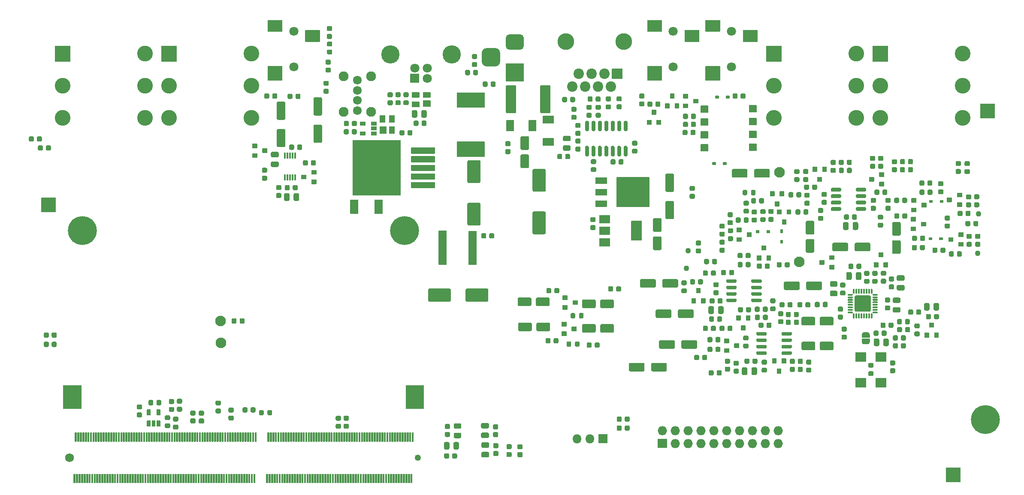
<source format=gbr>
G04 #@! TF.GenerationSoftware,KiCad,Pcbnew,5.1.11-e4df9d881f~92~ubuntu20.04.1*
G04 #@! TF.CreationDate,2021-12-20T18:09:23+01:00*
G04 #@! TF.ProjectId,bottom-board,626f7474-6f6d-42d6-926f-6172642e6b69,rev?*
G04 #@! TF.SameCoordinates,Original*
G04 #@! TF.FileFunction,Soldermask,Top*
G04 #@! TF.FilePolarity,Negative*
%FSLAX46Y46*%
G04 Gerber Fmt 4.6, Leading zero omitted, Abs format (unit mm)*
G04 Created by KiCad (PCBNEW 5.1.11-e4df9d881f~92~ubuntu20.04.1) date 2021-12-20 18:09:23*
%MOMM*%
%LPD*%
G01*
G04 APERTURE LIST*
%ADD10C,1.750000*%
%ADD11C,1.250000*%
%ADD12O,1.800000X1.800000*%
%ADD13O,1.827200X1.827200*%
%ADD14C,0.100000*%
%ADD15C,2.100000*%
%ADD16C,3.600000*%
%ADD17C,1.800000*%
%ADD18C,1.100000*%
%ADD19R,3.000000X3.000000*%
%ADD20C,5.700000*%
%ADD21C,1.950000*%
%ADD22C,1.720000*%
%ADD23C,3.100000*%
%ADD24C,2.060000*%
%ADD25C,3.300000*%
G04 APERTURE END LIST*
G36*
G01*
X69635000Y-131485000D02*
X69635000Y-133235000D01*
G75*
G02*
X69585000Y-133285000I-50000J0D01*
G01*
X69285000Y-133285000D01*
G75*
G02*
X69235000Y-133235000I0J50000D01*
G01*
X69235000Y-131485000D01*
G75*
G02*
X69285000Y-131435000I50000J0D01*
G01*
X69585000Y-131435000D01*
G75*
G02*
X69635000Y-131485000I0J-50000D01*
G01*
G37*
G36*
G01*
X69885000Y-123285000D02*
X69885000Y-125035000D01*
G75*
G02*
X69835000Y-125085000I-50000J0D01*
G01*
X69535000Y-125085000D01*
G75*
G02*
X69485000Y-125035000I0J50000D01*
G01*
X69485000Y-123285000D01*
G75*
G02*
X69535000Y-123235000I50000J0D01*
G01*
X69835000Y-123235000D01*
G75*
G02*
X69885000Y-123285000I0J-50000D01*
G01*
G37*
G36*
G01*
X70135000Y-131485000D02*
X70135000Y-133235000D01*
G75*
G02*
X70085000Y-133285000I-50000J0D01*
G01*
X69785000Y-133285000D01*
G75*
G02*
X69735000Y-133235000I0J50000D01*
G01*
X69735000Y-131485000D01*
G75*
G02*
X69785000Y-131435000I50000J0D01*
G01*
X70085000Y-131435000D01*
G75*
G02*
X70135000Y-131485000I0J-50000D01*
G01*
G37*
G36*
G01*
X70385000Y-123285000D02*
X70385000Y-125035000D01*
G75*
G02*
X70335000Y-125085000I-50000J0D01*
G01*
X70035000Y-125085000D01*
G75*
G02*
X69985000Y-125035000I0J50000D01*
G01*
X69985000Y-123285000D01*
G75*
G02*
X70035000Y-123235000I50000J0D01*
G01*
X70335000Y-123235000D01*
G75*
G02*
X70385000Y-123285000I0J-50000D01*
G01*
G37*
G36*
G01*
X70635000Y-131485000D02*
X70635000Y-133235000D01*
G75*
G02*
X70585000Y-133285000I-50000J0D01*
G01*
X70285000Y-133285000D01*
G75*
G02*
X70235000Y-133235000I0J50000D01*
G01*
X70235000Y-131485000D01*
G75*
G02*
X70285000Y-131435000I50000J0D01*
G01*
X70585000Y-131435000D01*
G75*
G02*
X70635000Y-131485000I0J-50000D01*
G01*
G37*
G36*
G01*
X70885000Y-123285000D02*
X70885000Y-125035000D01*
G75*
G02*
X70835000Y-125085000I-50000J0D01*
G01*
X70535000Y-125085000D01*
G75*
G02*
X70485000Y-125035000I0J50000D01*
G01*
X70485000Y-123285000D01*
G75*
G02*
X70535000Y-123235000I50000J0D01*
G01*
X70835000Y-123235000D01*
G75*
G02*
X70885000Y-123285000I0J-50000D01*
G01*
G37*
G36*
G01*
X71135000Y-131485000D02*
X71135000Y-133235000D01*
G75*
G02*
X71085000Y-133285000I-50000J0D01*
G01*
X70785000Y-133285000D01*
G75*
G02*
X70735000Y-133235000I0J50000D01*
G01*
X70735000Y-131485000D01*
G75*
G02*
X70785000Y-131435000I50000J0D01*
G01*
X71085000Y-131435000D01*
G75*
G02*
X71135000Y-131485000I0J-50000D01*
G01*
G37*
G36*
G01*
X71385000Y-123285000D02*
X71385000Y-125035000D01*
G75*
G02*
X71335000Y-125085000I-50000J0D01*
G01*
X71035000Y-125085000D01*
G75*
G02*
X70985000Y-125035000I0J50000D01*
G01*
X70985000Y-123285000D01*
G75*
G02*
X71035000Y-123235000I50000J0D01*
G01*
X71335000Y-123235000D01*
G75*
G02*
X71385000Y-123285000I0J-50000D01*
G01*
G37*
G36*
G01*
X71635000Y-131485000D02*
X71635000Y-133235000D01*
G75*
G02*
X71585000Y-133285000I-50000J0D01*
G01*
X71285000Y-133285000D01*
G75*
G02*
X71235000Y-133235000I0J50000D01*
G01*
X71235000Y-131485000D01*
G75*
G02*
X71285000Y-131435000I50000J0D01*
G01*
X71585000Y-131435000D01*
G75*
G02*
X71635000Y-131485000I0J-50000D01*
G01*
G37*
G36*
G01*
X71885000Y-123285000D02*
X71885000Y-125035000D01*
G75*
G02*
X71835000Y-125085000I-50000J0D01*
G01*
X71535000Y-125085000D01*
G75*
G02*
X71485000Y-125035000I0J50000D01*
G01*
X71485000Y-123285000D01*
G75*
G02*
X71535000Y-123235000I50000J0D01*
G01*
X71835000Y-123235000D01*
G75*
G02*
X71885000Y-123285000I0J-50000D01*
G01*
G37*
G36*
G01*
X72135000Y-131485000D02*
X72135000Y-133235000D01*
G75*
G02*
X72085000Y-133285000I-50000J0D01*
G01*
X71785000Y-133285000D01*
G75*
G02*
X71735000Y-133235000I0J50000D01*
G01*
X71735000Y-131485000D01*
G75*
G02*
X71785000Y-131435000I50000J0D01*
G01*
X72085000Y-131435000D01*
G75*
G02*
X72135000Y-131485000I0J-50000D01*
G01*
G37*
G36*
G01*
X72385000Y-123285000D02*
X72385000Y-125035000D01*
G75*
G02*
X72335000Y-125085000I-50000J0D01*
G01*
X72035000Y-125085000D01*
G75*
G02*
X71985000Y-125035000I0J50000D01*
G01*
X71985000Y-123285000D01*
G75*
G02*
X72035000Y-123235000I50000J0D01*
G01*
X72335000Y-123235000D01*
G75*
G02*
X72385000Y-123285000I0J-50000D01*
G01*
G37*
G36*
G01*
X72635000Y-131485000D02*
X72635000Y-133235000D01*
G75*
G02*
X72585000Y-133285000I-50000J0D01*
G01*
X72285000Y-133285000D01*
G75*
G02*
X72235000Y-133235000I0J50000D01*
G01*
X72235000Y-131485000D01*
G75*
G02*
X72285000Y-131435000I50000J0D01*
G01*
X72585000Y-131435000D01*
G75*
G02*
X72635000Y-131485000I0J-50000D01*
G01*
G37*
G36*
G01*
X72885000Y-123285000D02*
X72885000Y-125035000D01*
G75*
G02*
X72835000Y-125085000I-50000J0D01*
G01*
X72535000Y-125085000D01*
G75*
G02*
X72485000Y-125035000I0J50000D01*
G01*
X72485000Y-123285000D01*
G75*
G02*
X72535000Y-123235000I50000J0D01*
G01*
X72835000Y-123235000D01*
G75*
G02*
X72885000Y-123285000I0J-50000D01*
G01*
G37*
G36*
G01*
X73135000Y-131485000D02*
X73135000Y-133235000D01*
G75*
G02*
X73085000Y-133285000I-50000J0D01*
G01*
X72785000Y-133285000D01*
G75*
G02*
X72735000Y-133235000I0J50000D01*
G01*
X72735000Y-131485000D01*
G75*
G02*
X72785000Y-131435000I50000J0D01*
G01*
X73085000Y-131435000D01*
G75*
G02*
X73135000Y-131485000I0J-50000D01*
G01*
G37*
G36*
G01*
X73385000Y-123285000D02*
X73385000Y-125035000D01*
G75*
G02*
X73335000Y-125085000I-50000J0D01*
G01*
X73035000Y-125085000D01*
G75*
G02*
X72985000Y-125035000I0J50000D01*
G01*
X72985000Y-123285000D01*
G75*
G02*
X73035000Y-123235000I50000J0D01*
G01*
X73335000Y-123235000D01*
G75*
G02*
X73385000Y-123285000I0J-50000D01*
G01*
G37*
G36*
G01*
X73635000Y-131485000D02*
X73635000Y-133235000D01*
G75*
G02*
X73585000Y-133285000I-50000J0D01*
G01*
X73285000Y-133285000D01*
G75*
G02*
X73235000Y-133235000I0J50000D01*
G01*
X73235000Y-131485000D01*
G75*
G02*
X73285000Y-131435000I50000J0D01*
G01*
X73585000Y-131435000D01*
G75*
G02*
X73635000Y-131485000I0J-50000D01*
G01*
G37*
G36*
G01*
X73885000Y-123285000D02*
X73885000Y-125035000D01*
G75*
G02*
X73835000Y-125085000I-50000J0D01*
G01*
X73535000Y-125085000D01*
G75*
G02*
X73485000Y-125035000I0J50000D01*
G01*
X73485000Y-123285000D01*
G75*
G02*
X73535000Y-123235000I50000J0D01*
G01*
X73835000Y-123235000D01*
G75*
G02*
X73885000Y-123285000I0J-50000D01*
G01*
G37*
G36*
G01*
X74135000Y-131485000D02*
X74135000Y-133235000D01*
G75*
G02*
X74085000Y-133285000I-50000J0D01*
G01*
X73785000Y-133285000D01*
G75*
G02*
X73735000Y-133235000I0J50000D01*
G01*
X73735000Y-131485000D01*
G75*
G02*
X73785000Y-131435000I50000J0D01*
G01*
X74085000Y-131435000D01*
G75*
G02*
X74135000Y-131485000I0J-50000D01*
G01*
G37*
G36*
G01*
X74385000Y-123285000D02*
X74385000Y-125035000D01*
G75*
G02*
X74335000Y-125085000I-50000J0D01*
G01*
X74035000Y-125085000D01*
G75*
G02*
X73985000Y-125035000I0J50000D01*
G01*
X73985000Y-123285000D01*
G75*
G02*
X74035000Y-123235000I50000J0D01*
G01*
X74335000Y-123235000D01*
G75*
G02*
X74385000Y-123285000I0J-50000D01*
G01*
G37*
G36*
G01*
X74635000Y-131485000D02*
X74635000Y-133235000D01*
G75*
G02*
X74585000Y-133285000I-50000J0D01*
G01*
X74285000Y-133285000D01*
G75*
G02*
X74235000Y-133235000I0J50000D01*
G01*
X74235000Y-131485000D01*
G75*
G02*
X74285000Y-131435000I50000J0D01*
G01*
X74585000Y-131435000D01*
G75*
G02*
X74635000Y-131485000I0J-50000D01*
G01*
G37*
G36*
G01*
X74885000Y-123285000D02*
X74885000Y-125035000D01*
G75*
G02*
X74835000Y-125085000I-50000J0D01*
G01*
X74535000Y-125085000D01*
G75*
G02*
X74485000Y-125035000I0J50000D01*
G01*
X74485000Y-123285000D01*
G75*
G02*
X74535000Y-123235000I50000J0D01*
G01*
X74835000Y-123235000D01*
G75*
G02*
X74885000Y-123285000I0J-50000D01*
G01*
G37*
G36*
G01*
X75135000Y-131485000D02*
X75135000Y-133235000D01*
G75*
G02*
X75085000Y-133285000I-50000J0D01*
G01*
X74785000Y-133285000D01*
G75*
G02*
X74735000Y-133235000I0J50000D01*
G01*
X74735000Y-131485000D01*
G75*
G02*
X74785000Y-131435000I50000J0D01*
G01*
X75085000Y-131435000D01*
G75*
G02*
X75135000Y-131485000I0J-50000D01*
G01*
G37*
G36*
G01*
X75385000Y-123285000D02*
X75385000Y-125035000D01*
G75*
G02*
X75335000Y-125085000I-50000J0D01*
G01*
X75035000Y-125085000D01*
G75*
G02*
X74985000Y-125035000I0J50000D01*
G01*
X74985000Y-123285000D01*
G75*
G02*
X75035000Y-123235000I50000J0D01*
G01*
X75335000Y-123235000D01*
G75*
G02*
X75385000Y-123285000I0J-50000D01*
G01*
G37*
G36*
G01*
X75635000Y-131485000D02*
X75635000Y-133235000D01*
G75*
G02*
X75585000Y-133285000I-50000J0D01*
G01*
X75285000Y-133285000D01*
G75*
G02*
X75235000Y-133235000I0J50000D01*
G01*
X75235000Y-131485000D01*
G75*
G02*
X75285000Y-131435000I50000J0D01*
G01*
X75585000Y-131435000D01*
G75*
G02*
X75635000Y-131485000I0J-50000D01*
G01*
G37*
G36*
G01*
X75885000Y-123285000D02*
X75885000Y-125035000D01*
G75*
G02*
X75835000Y-125085000I-50000J0D01*
G01*
X75535000Y-125085000D01*
G75*
G02*
X75485000Y-125035000I0J50000D01*
G01*
X75485000Y-123285000D01*
G75*
G02*
X75535000Y-123235000I50000J0D01*
G01*
X75835000Y-123235000D01*
G75*
G02*
X75885000Y-123285000I0J-50000D01*
G01*
G37*
G36*
G01*
X76135000Y-131485000D02*
X76135000Y-133235000D01*
G75*
G02*
X76085000Y-133285000I-50000J0D01*
G01*
X75785000Y-133285000D01*
G75*
G02*
X75735000Y-133235000I0J50000D01*
G01*
X75735000Y-131485000D01*
G75*
G02*
X75785000Y-131435000I50000J0D01*
G01*
X76085000Y-131435000D01*
G75*
G02*
X76135000Y-131485000I0J-50000D01*
G01*
G37*
G36*
G01*
X76385000Y-123285000D02*
X76385000Y-125035000D01*
G75*
G02*
X76335000Y-125085000I-50000J0D01*
G01*
X76035000Y-125085000D01*
G75*
G02*
X75985000Y-125035000I0J50000D01*
G01*
X75985000Y-123285000D01*
G75*
G02*
X76035000Y-123235000I50000J0D01*
G01*
X76335000Y-123235000D01*
G75*
G02*
X76385000Y-123285000I0J-50000D01*
G01*
G37*
G36*
G01*
X76635000Y-131485000D02*
X76635000Y-133235000D01*
G75*
G02*
X76585000Y-133285000I-50000J0D01*
G01*
X76285000Y-133285000D01*
G75*
G02*
X76235000Y-133235000I0J50000D01*
G01*
X76235000Y-131485000D01*
G75*
G02*
X76285000Y-131435000I50000J0D01*
G01*
X76585000Y-131435000D01*
G75*
G02*
X76635000Y-131485000I0J-50000D01*
G01*
G37*
G36*
G01*
X76885000Y-123285000D02*
X76885000Y-125035000D01*
G75*
G02*
X76835000Y-125085000I-50000J0D01*
G01*
X76535000Y-125085000D01*
G75*
G02*
X76485000Y-125035000I0J50000D01*
G01*
X76485000Y-123285000D01*
G75*
G02*
X76535000Y-123235000I50000J0D01*
G01*
X76835000Y-123235000D01*
G75*
G02*
X76885000Y-123285000I0J-50000D01*
G01*
G37*
G36*
G01*
X77135000Y-131485000D02*
X77135000Y-133235000D01*
G75*
G02*
X77085000Y-133285000I-50000J0D01*
G01*
X76785000Y-133285000D01*
G75*
G02*
X76735000Y-133235000I0J50000D01*
G01*
X76735000Y-131485000D01*
G75*
G02*
X76785000Y-131435000I50000J0D01*
G01*
X77085000Y-131435000D01*
G75*
G02*
X77135000Y-131485000I0J-50000D01*
G01*
G37*
G36*
G01*
X77385000Y-123285000D02*
X77385000Y-125035000D01*
G75*
G02*
X77335000Y-125085000I-50000J0D01*
G01*
X77035000Y-125085000D01*
G75*
G02*
X76985000Y-125035000I0J50000D01*
G01*
X76985000Y-123285000D01*
G75*
G02*
X77035000Y-123235000I50000J0D01*
G01*
X77335000Y-123235000D01*
G75*
G02*
X77385000Y-123285000I0J-50000D01*
G01*
G37*
G36*
G01*
X77635000Y-131485000D02*
X77635000Y-133235000D01*
G75*
G02*
X77585000Y-133285000I-50000J0D01*
G01*
X77285000Y-133285000D01*
G75*
G02*
X77235000Y-133235000I0J50000D01*
G01*
X77235000Y-131485000D01*
G75*
G02*
X77285000Y-131435000I50000J0D01*
G01*
X77585000Y-131435000D01*
G75*
G02*
X77635000Y-131485000I0J-50000D01*
G01*
G37*
G36*
G01*
X77885000Y-123285000D02*
X77885000Y-125035000D01*
G75*
G02*
X77835000Y-125085000I-50000J0D01*
G01*
X77535000Y-125085000D01*
G75*
G02*
X77485000Y-125035000I0J50000D01*
G01*
X77485000Y-123285000D01*
G75*
G02*
X77535000Y-123235000I50000J0D01*
G01*
X77835000Y-123235000D01*
G75*
G02*
X77885000Y-123285000I0J-50000D01*
G01*
G37*
G36*
G01*
X78135000Y-131485000D02*
X78135000Y-133235000D01*
G75*
G02*
X78085000Y-133285000I-50000J0D01*
G01*
X77785000Y-133285000D01*
G75*
G02*
X77735000Y-133235000I0J50000D01*
G01*
X77735000Y-131485000D01*
G75*
G02*
X77785000Y-131435000I50000J0D01*
G01*
X78085000Y-131435000D01*
G75*
G02*
X78135000Y-131485000I0J-50000D01*
G01*
G37*
G36*
G01*
X78385000Y-123285000D02*
X78385000Y-125035000D01*
G75*
G02*
X78335000Y-125085000I-50000J0D01*
G01*
X78035000Y-125085000D01*
G75*
G02*
X77985000Y-125035000I0J50000D01*
G01*
X77985000Y-123285000D01*
G75*
G02*
X78035000Y-123235000I50000J0D01*
G01*
X78335000Y-123235000D01*
G75*
G02*
X78385000Y-123285000I0J-50000D01*
G01*
G37*
G36*
G01*
X78635000Y-131485000D02*
X78635000Y-133235000D01*
G75*
G02*
X78585000Y-133285000I-50000J0D01*
G01*
X78285000Y-133285000D01*
G75*
G02*
X78235000Y-133235000I0J50000D01*
G01*
X78235000Y-131485000D01*
G75*
G02*
X78285000Y-131435000I50000J0D01*
G01*
X78585000Y-131435000D01*
G75*
G02*
X78635000Y-131485000I0J-50000D01*
G01*
G37*
G36*
G01*
X78885000Y-123285000D02*
X78885000Y-125035000D01*
G75*
G02*
X78835000Y-125085000I-50000J0D01*
G01*
X78535000Y-125085000D01*
G75*
G02*
X78485000Y-125035000I0J50000D01*
G01*
X78485000Y-123285000D01*
G75*
G02*
X78535000Y-123235000I50000J0D01*
G01*
X78835000Y-123235000D01*
G75*
G02*
X78885000Y-123285000I0J-50000D01*
G01*
G37*
G36*
G01*
X79135000Y-131485000D02*
X79135000Y-133235000D01*
G75*
G02*
X79085000Y-133285000I-50000J0D01*
G01*
X78785000Y-133285000D01*
G75*
G02*
X78735000Y-133235000I0J50000D01*
G01*
X78735000Y-131485000D01*
G75*
G02*
X78785000Y-131435000I50000J0D01*
G01*
X79085000Y-131435000D01*
G75*
G02*
X79135000Y-131485000I0J-50000D01*
G01*
G37*
G36*
G01*
X79385000Y-123285000D02*
X79385000Y-125035000D01*
G75*
G02*
X79335000Y-125085000I-50000J0D01*
G01*
X79035000Y-125085000D01*
G75*
G02*
X78985000Y-125035000I0J50000D01*
G01*
X78985000Y-123285000D01*
G75*
G02*
X79035000Y-123235000I50000J0D01*
G01*
X79335000Y-123235000D01*
G75*
G02*
X79385000Y-123285000I0J-50000D01*
G01*
G37*
G36*
G01*
X79635000Y-131485000D02*
X79635000Y-133235000D01*
G75*
G02*
X79585000Y-133285000I-50000J0D01*
G01*
X79285000Y-133285000D01*
G75*
G02*
X79235000Y-133235000I0J50000D01*
G01*
X79235000Y-131485000D01*
G75*
G02*
X79285000Y-131435000I50000J0D01*
G01*
X79585000Y-131435000D01*
G75*
G02*
X79635000Y-131485000I0J-50000D01*
G01*
G37*
G36*
G01*
X79885000Y-123285000D02*
X79885000Y-125035000D01*
G75*
G02*
X79835000Y-125085000I-50000J0D01*
G01*
X79535000Y-125085000D01*
G75*
G02*
X79485000Y-125035000I0J50000D01*
G01*
X79485000Y-123285000D01*
G75*
G02*
X79535000Y-123235000I50000J0D01*
G01*
X79835000Y-123235000D01*
G75*
G02*
X79885000Y-123285000I0J-50000D01*
G01*
G37*
G36*
G01*
X80135000Y-131485000D02*
X80135000Y-133235000D01*
G75*
G02*
X80085000Y-133285000I-50000J0D01*
G01*
X79785000Y-133285000D01*
G75*
G02*
X79735000Y-133235000I0J50000D01*
G01*
X79735000Y-131485000D01*
G75*
G02*
X79785000Y-131435000I50000J0D01*
G01*
X80085000Y-131435000D01*
G75*
G02*
X80135000Y-131485000I0J-50000D01*
G01*
G37*
G36*
G01*
X80385000Y-123285000D02*
X80385000Y-125035000D01*
G75*
G02*
X80335000Y-125085000I-50000J0D01*
G01*
X80035000Y-125085000D01*
G75*
G02*
X79985000Y-125035000I0J50000D01*
G01*
X79985000Y-123285000D01*
G75*
G02*
X80035000Y-123235000I50000J0D01*
G01*
X80335000Y-123235000D01*
G75*
G02*
X80385000Y-123285000I0J-50000D01*
G01*
G37*
G36*
G01*
X80635000Y-131485000D02*
X80635000Y-133235000D01*
G75*
G02*
X80585000Y-133285000I-50000J0D01*
G01*
X80285000Y-133285000D01*
G75*
G02*
X80235000Y-133235000I0J50000D01*
G01*
X80235000Y-131485000D01*
G75*
G02*
X80285000Y-131435000I50000J0D01*
G01*
X80585000Y-131435000D01*
G75*
G02*
X80635000Y-131485000I0J-50000D01*
G01*
G37*
G36*
G01*
X80885000Y-123285000D02*
X80885000Y-125035000D01*
G75*
G02*
X80835000Y-125085000I-50000J0D01*
G01*
X80535000Y-125085000D01*
G75*
G02*
X80485000Y-125035000I0J50000D01*
G01*
X80485000Y-123285000D01*
G75*
G02*
X80535000Y-123235000I50000J0D01*
G01*
X80835000Y-123235000D01*
G75*
G02*
X80885000Y-123285000I0J-50000D01*
G01*
G37*
G36*
G01*
X81135000Y-131485000D02*
X81135000Y-133235000D01*
G75*
G02*
X81085000Y-133285000I-50000J0D01*
G01*
X80785000Y-133285000D01*
G75*
G02*
X80735000Y-133235000I0J50000D01*
G01*
X80735000Y-131485000D01*
G75*
G02*
X80785000Y-131435000I50000J0D01*
G01*
X81085000Y-131435000D01*
G75*
G02*
X81135000Y-131485000I0J-50000D01*
G01*
G37*
G36*
G01*
X81385000Y-123285000D02*
X81385000Y-125035000D01*
G75*
G02*
X81335000Y-125085000I-50000J0D01*
G01*
X81035000Y-125085000D01*
G75*
G02*
X80985000Y-125035000I0J50000D01*
G01*
X80985000Y-123285000D01*
G75*
G02*
X81035000Y-123235000I50000J0D01*
G01*
X81335000Y-123235000D01*
G75*
G02*
X81385000Y-123285000I0J-50000D01*
G01*
G37*
G36*
G01*
X81635000Y-131485000D02*
X81635000Y-133235000D01*
G75*
G02*
X81585000Y-133285000I-50000J0D01*
G01*
X81285000Y-133285000D01*
G75*
G02*
X81235000Y-133235000I0J50000D01*
G01*
X81235000Y-131485000D01*
G75*
G02*
X81285000Y-131435000I50000J0D01*
G01*
X81585000Y-131435000D01*
G75*
G02*
X81635000Y-131485000I0J-50000D01*
G01*
G37*
G36*
G01*
X81885000Y-123285000D02*
X81885000Y-125035000D01*
G75*
G02*
X81835000Y-125085000I-50000J0D01*
G01*
X81535000Y-125085000D01*
G75*
G02*
X81485000Y-125035000I0J50000D01*
G01*
X81485000Y-123285000D01*
G75*
G02*
X81535000Y-123235000I50000J0D01*
G01*
X81835000Y-123235000D01*
G75*
G02*
X81885000Y-123285000I0J-50000D01*
G01*
G37*
G36*
G01*
X82135000Y-131485000D02*
X82135000Y-133235000D01*
G75*
G02*
X82085000Y-133285000I-50000J0D01*
G01*
X81785000Y-133285000D01*
G75*
G02*
X81735000Y-133235000I0J50000D01*
G01*
X81735000Y-131485000D01*
G75*
G02*
X81785000Y-131435000I50000J0D01*
G01*
X82085000Y-131435000D01*
G75*
G02*
X82135000Y-131485000I0J-50000D01*
G01*
G37*
G36*
G01*
X82385000Y-123285000D02*
X82385000Y-125035000D01*
G75*
G02*
X82335000Y-125085000I-50000J0D01*
G01*
X82035000Y-125085000D01*
G75*
G02*
X81985000Y-125035000I0J50000D01*
G01*
X81985000Y-123285000D01*
G75*
G02*
X82035000Y-123235000I50000J0D01*
G01*
X82335000Y-123235000D01*
G75*
G02*
X82385000Y-123285000I0J-50000D01*
G01*
G37*
G36*
G01*
X82635000Y-131485000D02*
X82635000Y-133235000D01*
G75*
G02*
X82585000Y-133285000I-50000J0D01*
G01*
X82285000Y-133285000D01*
G75*
G02*
X82235000Y-133235000I0J50000D01*
G01*
X82235000Y-131485000D01*
G75*
G02*
X82285000Y-131435000I50000J0D01*
G01*
X82585000Y-131435000D01*
G75*
G02*
X82635000Y-131485000I0J-50000D01*
G01*
G37*
G36*
G01*
X82885000Y-123285000D02*
X82885000Y-125035000D01*
G75*
G02*
X82835000Y-125085000I-50000J0D01*
G01*
X82535000Y-125085000D01*
G75*
G02*
X82485000Y-125035000I0J50000D01*
G01*
X82485000Y-123285000D01*
G75*
G02*
X82535000Y-123235000I50000J0D01*
G01*
X82835000Y-123235000D01*
G75*
G02*
X82885000Y-123285000I0J-50000D01*
G01*
G37*
G36*
G01*
X83135000Y-131485000D02*
X83135000Y-133235000D01*
G75*
G02*
X83085000Y-133285000I-50000J0D01*
G01*
X82785000Y-133285000D01*
G75*
G02*
X82735000Y-133235000I0J50000D01*
G01*
X82735000Y-131485000D01*
G75*
G02*
X82785000Y-131435000I50000J0D01*
G01*
X83085000Y-131435000D01*
G75*
G02*
X83135000Y-131485000I0J-50000D01*
G01*
G37*
G36*
G01*
X83385000Y-123285000D02*
X83385000Y-125035000D01*
G75*
G02*
X83335000Y-125085000I-50000J0D01*
G01*
X83035000Y-125085000D01*
G75*
G02*
X82985000Y-125035000I0J50000D01*
G01*
X82985000Y-123285000D01*
G75*
G02*
X83035000Y-123235000I50000J0D01*
G01*
X83335000Y-123235000D01*
G75*
G02*
X83385000Y-123285000I0J-50000D01*
G01*
G37*
G36*
G01*
X83635000Y-131485000D02*
X83635000Y-133235000D01*
G75*
G02*
X83585000Y-133285000I-50000J0D01*
G01*
X83285000Y-133285000D01*
G75*
G02*
X83235000Y-133235000I0J50000D01*
G01*
X83235000Y-131485000D01*
G75*
G02*
X83285000Y-131435000I50000J0D01*
G01*
X83585000Y-131435000D01*
G75*
G02*
X83635000Y-131485000I0J-50000D01*
G01*
G37*
G36*
G01*
X83885000Y-123285000D02*
X83885000Y-125035000D01*
G75*
G02*
X83835000Y-125085000I-50000J0D01*
G01*
X83535000Y-125085000D01*
G75*
G02*
X83485000Y-125035000I0J50000D01*
G01*
X83485000Y-123285000D01*
G75*
G02*
X83535000Y-123235000I50000J0D01*
G01*
X83835000Y-123235000D01*
G75*
G02*
X83885000Y-123285000I0J-50000D01*
G01*
G37*
G36*
G01*
X84135000Y-131485000D02*
X84135000Y-133235000D01*
G75*
G02*
X84085000Y-133285000I-50000J0D01*
G01*
X83785000Y-133285000D01*
G75*
G02*
X83735000Y-133235000I0J50000D01*
G01*
X83735000Y-131485000D01*
G75*
G02*
X83785000Y-131435000I50000J0D01*
G01*
X84085000Y-131435000D01*
G75*
G02*
X84135000Y-131485000I0J-50000D01*
G01*
G37*
G36*
G01*
X84385000Y-123285000D02*
X84385000Y-125035000D01*
G75*
G02*
X84335000Y-125085000I-50000J0D01*
G01*
X84035000Y-125085000D01*
G75*
G02*
X83985000Y-125035000I0J50000D01*
G01*
X83985000Y-123285000D01*
G75*
G02*
X84035000Y-123235000I50000J0D01*
G01*
X84335000Y-123235000D01*
G75*
G02*
X84385000Y-123285000I0J-50000D01*
G01*
G37*
G36*
G01*
X84635000Y-131485000D02*
X84635000Y-133235000D01*
G75*
G02*
X84585000Y-133285000I-50000J0D01*
G01*
X84285000Y-133285000D01*
G75*
G02*
X84235000Y-133235000I0J50000D01*
G01*
X84235000Y-131485000D01*
G75*
G02*
X84285000Y-131435000I50000J0D01*
G01*
X84585000Y-131435000D01*
G75*
G02*
X84635000Y-131485000I0J-50000D01*
G01*
G37*
G36*
G01*
X84885000Y-123285000D02*
X84885000Y-125035000D01*
G75*
G02*
X84835000Y-125085000I-50000J0D01*
G01*
X84535000Y-125085000D01*
G75*
G02*
X84485000Y-125035000I0J50000D01*
G01*
X84485000Y-123285000D01*
G75*
G02*
X84535000Y-123235000I50000J0D01*
G01*
X84835000Y-123235000D01*
G75*
G02*
X84885000Y-123285000I0J-50000D01*
G01*
G37*
G36*
G01*
X85135000Y-131485000D02*
X85135000Y-133235000D01*
G75*
G02*
X85085000Y-133285000I-50000J0D01*
G01*
X84785000Y-133285000D01*
G75*
G02*
X84735000Y-133235000I0J50000D01*
G01*
X84735000Y-131485000D01*
G75*
G02*
X84785000Y-131435000I50000J0D01*
G01*
X85085000Y-131435000D01*
G75*
G02*
X85135000Y-131485000I0J-50000D01*
G01*
G37*
G36*
G01*
X85385000Y-123285000D02*
X85385000Y-125035000D01*
G75*
G02*
X85335000Y-125085000I-50000J0D01*
G01*
X85035000Y-125085000D01*
G75*
G02*
X84985000Y-125035000I0J50000D01*
G01*
X84985000Y-123285000D01*
G75*
G02*
X85035000Y-123235000I50000J0D01*
G01*
X85335000Y-123235000D01*
G75*
G02*
X85385000Y-123285000I0J-50000D01*
G01*
G37*
G36*
G01*
X85635000Y-131485000D02*
X85635000Y-133235000D01*
G75*
G02*
X85585000Y-133285000I-50000J0D01*
G01*
X85285000Y-133285000D01*
G75*
G02*
X85235000Y-133235000I0J50000D01*
G01*
X85235000Y-131485000D01*
G75*
G02*
X85285000Y-131435000I50000J0D01*
G01*
X85585000Y-131435000D01*
G75*
G02*
X85635000Y-131485000I0J-50000D01*
G01*
G37*
G36*
G01*
X85885000Y-123285000D02*
X85885000Y-125035000D01*
G75*
G02*
X85835000Y-125085000I-50000J0D01*
G01*
X85535000Y-125085000D01*
G75*
G02*
X85485000Y-125035000I0J50000D01*
G01*
X85485000Y-123285000D01*
G75*
G02*
X85535000Y-123235000I50000J0D01*
G01*
X85835000Y-123235000D01*
G75*
G02*
X85885000Y-123285000I0J-50000D01*
G01*
G37*
G36*
G01*
X86135000Y-131485000D02*
X86135000Y-133235000D01*
G75*
G02*
X86085000Y-133285000I-50000J0D01*
G01*
X85785000Y-133285000D01*
G75*
G02*
X85735000Y-133235000I0J50000D01*
G01*
X85735000Y-131485000D01*
G75*
G02*
X85785000Y-131435000I50000J0D01*
G01*
X86085000Y-131435000D01*
G75*
G02*
X86135000Y-131485000I0J-50000D01*
G01*
G37*
G36*
G01*
X86385000Y-123285000D02*
X86385000Y-125035000D01*
G75*
G02*
X86335000Y-125085000I-50000J0D01*
G01*
X86035000Y-125085000D01*
G75*
G02*
X85985000Y-125035000I0J50000D01*
G01*
X85985000Y-123285000D01*
G75*
G02*
X86035000Y-123235000I50000J0D01*
G01*
X86335000Y-123235000D01*
G75*
G02*
X86385000Y-123285000I0J-50000D01*
G01*
G37*
G36*
G01*
X86635000Y-131485000D02*
X86635000Y-133235000D01*
G75*
G02*
X86585000Y-133285000I-50000J0D01*
G01*
X86285000Y-133285000D01*
G75*
G02*
X86235000Y-133235000I0J50000D01*
G01*
X86235000Y-131485000D01*
G75*
G02*
X86285000Y-131435000I50000J0D01*
G01*
X86585000Y-131435000D01*
G75*
G02*
X86635000Y-131485000I0J-50000D01*
G01*
G37*
G36*
G01*
X86885000Y-123285000D02*
X86885000Y-125035000D01*
G75*
G02*
X86835000Y-125085000I-50000J0D01*
G01*
X86535000Y-125085000D01*
G75*
G02*
X86485000Y-125035000I0J50000D01*
G01*
X86485000Y-123285000D01*
G75*
G02*
X86535000Y-123235000I50000J0D01*
G01*
X86835000Y-123235000D01*
G75*
G02*
X86885000Y-123285000I0J-50000D01*
G01*
G37*
G36*
G01*
X87135000Y-131485000D02*
X87135000Y-133235000D01*
G75*
G02*
X87085000Y-133285000I-50000J0D01*
G01*
X86785000Y-133285000D01*
G75*
G02*
X86735000Y-133235000I0J50000D01*
G01*
X86735000Y-131485000D01*
G75*
G02*
X86785000Y-131435000I50000J0D01*
G01*
X87085000Y-131435000D01*
G75*
G02*
X87135000Y-131485000I0J-50000D01*
G01*
G37*
G36*
G01*
X87385000Y-123285000D02*
X87385000Y-125035000D01*
G75*
G02*
X87335000Y-125085000I-50000J0D01*
G01*
X87035000Y-125085000D01*
G75*
G02*
X86985000Y-125035000I0J50000D01*
G01*
X86985000Y-123285000D01*
G75*
G02*
X87035000Y-123235000I50000J0D01*
G01*
X87335000Y-123235000D01*
G75*
G02*
X87385000Y-123285000I0J-50000D01*
G01*
G37*
G36*
G01*
X87635000Y-131485000D02*
X87635000Y-133235000D01*
G75*
G02*
X87585000Y-133285000I-50000J0D01*
G01*
X87285000Y-133285000D01*
G75*
G02*
X87235000Y-133235000I0J50000D01*
G01*
X87235000Y-131485000D01*
G75*
G02*
X87285000Y-131435000I50000J0D01*
G01*
X87585000Y-131435000D01*
G75*
G02*
X87635000Y-131485000I0J-50000D01*
G01*
G37*
G36*
G01*
X87885000Y-123285000D02*
X87885000Y-125035000D01*
G75*
G02*
X87835000Y-125085000I-50000J0D01*
G01*
X87535000Y-125085000D01*
G75*
G02*
X87485000Y-125035000I0J50000D01*
G01*
X87485000Y-123285000D01*
G75*
G02*
X87535000Y-123235000I50000J0D01*
G01*
X87835000Y-123235000D01*
G75*
G02*
X87885000Y-123285000I0J-50000D01*
G01*
G37*
G36*
G01*
X88135000Y-131485000D02*
X88135000Y-133235000D01*
G75*
G02*
X88085000Y-133285000I-50000J0D01*
G01*
X87785000Y-133285000D01*
G75*
G02*
X87735000Y-133235000I0J50000D01*
G01*
X87735000Y-131485000D01*
G75*
G02*
X87785000Y-131435000I50000J0D01*
G01*
X88085000Y-131435000D01*
G75*
G02*
X88135000Y-131485000I0J-50000D01*
G01*
G37*
G36*
G01*
X88385000Y-123285000D02*
X88385000Y-125035000D01*
G75*
G02*
X88335000Y-125085000I-50000J0D01*
G01*
X88035000Y-125085000D01*
G75*
G02*
X87985000Y-125035000I0J50000D01*
G01*
X87985000Y-123285000D01*
G75*
G02*
X88035000Y-123235000I50000J0D01*
G01*
X88335000Y-123235000D01*
G75*
G02*
X88385000Y-123285000I0J-50000D01*
G01*
G37*
G36*
G01*
X88635000Y-131485000D02*
X88635000Y-133235000D01*
G75*
G02*
X88585000Y-133285000I-50000J0D01*
G01*
X88285000Y-133285000D01*
G75*
G02*
X88235000Y-133235000I0J50000D01*
G01*
X88235000Y-131485000D01*
G75*
G02*
X88285000Y-131435000I50000J0D01*
G01*
X88585000Y-131435000D01*
G75*
G02*
X88635000Y-131485000I0J-50000D01*
G01*
G37*
G36*
G01*
X88885000Y-123285000D02*
X88885000Y-125035000D01*
G75*
G02*
X88835000Y-125085000I-50000J0D01*
G01*
X88535000Y-125085000D01*
G75*
G02*
X88485000Y-125035000I0J50000D01*
G01*
X88485000Y-123285000D01*
G75*
G02*
X88535000Y-123235000I50000J0D01*
G01*
X88835000Y-123235000D01*
G75*
G02*
X88885000Y-123285000I0J-50000D01*
G01*
G37*
G36*
G01*
X89135000Y-131485000D02*
X89135000Y-133235000D01*
G75*
G02*
X89085000Y-133285000I-50000J0D01*
G01*
X88785000Y-133285000D01*
G75*
G02*
X88735000Y-133235000I0J50000D01*
G01*
X88735000Y-131485000D01*
G75*
G02*
X88785000Y-131435000I50000J0D01*
G01*
X89085000Y-131435000D01*
G75*
G02*
X89135000Y-131485000I0J-50000D01*
G01*
G37*
G36*
G01*
X89385000Y-123285000D02*
X89385000Y-125035000D01*
G75*
G02*
X89335000Y-125085000I-50000J0D01*
G01*
X89035000Y-125085000D01*
G75*
G02*
X88985000Y-125035000I0J50000D01*
G01*
X88985000Y-123285000D01*
G75*
G02*
X89035000Y-123235000I50000J0D01*
G01*
X89335000Y-123235000D01*
G75*
G02*
X89385000Y-123285000I0J-50000D01*
G01*
G37*
G36*
G01*
X89635000Y-131485000D02*
X89635000Y-133235000D01*
G75*
G02*
X89585000Y-133285000I-50000J0D01*
G01*
X89285000Y-133285000D01*
G75*
G02*
X89235000Y-133235000I0J50000D01*
G01*
X89235000Y-131485000D01*
G75*
G02*
X89285000Y-131435000I50000J0D01*
G01*
X89585000Y-131435000D01*
G75*
G02*
X89635000Y-131485000I0J-50000D01*
G01*
G37*
G36*
G01*
X89885000Y-123285000D02*
X89885000Y-125035000D01*
G75*
G02*
X89835000Y-125085000I-50000J0D01*
G01*
X89535000Y-125085000D01*
G75*
G02*
X89485000Y-125035000I0J50000D01*
G01*
X89485000Y-123285000D01*
G75*
G02*
X89535000Y-123235000I50000J0D01*
G01*
X89835000Y-123235000D01*
G75*
G02*
X89885000Y-123285000I0J-50000D01*
G01*
G37*
G36*
G01*
X90135000Y-131485000D02*
X90135000Y-133235000D01*
G75*
G02*
X90085000Y-133285000I-50000J0D01*
G01*
X89785000Y-133285000D01*
G75*
G02*
X89735000Y-133235000I0J50000D01*
G01*
X89735000Y-131485000D01*
G75*
G02*
X89785000Y-131435000I50000J0D01*
G01*
X90085000Y-131435000D01*
G75*
G02*
X90135000Y-131485000I0J-50000D01*
G01*
G37*
G36*
G01*
X90385000Y-123285000D02*
X90385000Y-125035000D01*
G75*
G02*
X90335000Y-125085000I-50000J0D01*
G01*
X90035000Y-125085000D01*
G75*
G02*
X89985000Y-125035000I0J50000D01*
G01*
X89985000Y-123285000D01*
G75*
G02*
X90035000Y-123235000I50000J0D01*
G01*
X90335000Y-123235000D01*
G75*
G02*
X90385000Y-123285000I0J-50000D01*
G01*
G37*
G36*
G01*
X90635000Y-131485000D02*
X90635000Y-133235000D01*
G75*
G02*
X90585000Y-133285000I-50000J0D01*
G01*
X90285000Y-133285000D01*
G75*
G02*
X90235000Y-133235000I0J50000D01*
G01*
X90235000Y-131485000D01*
G75*
G02*
X90285000Y-131435000I50000J0D01*
G01*
X90585000Y-131435000D01*
G75*
G02*
X90635000Y-131485000I0J-50000D01*
G01*
G37*
G36*
G01*
X90885000Y-123285000D02*
X90885000Y-125035000D01*
G75*
G02*
X90835000Y-125085000I-50000J0D01*
G01*
X90535000Y-125085000D01*
G75*
G02*
X90485000Y-125035000I0J50000D01*
G01*
X90485000Y-123285000D01*
G75*
G02*
X90535000Y-123235000I50000J0D01*
G01*
X90835000Y-123235000D01*
G75*
G02*
X90885000Y-123285000I0J-50000D01*
G01*
G37*
G36*
G01*
X91135000Y-131485000D02*
X91135000Y-133235000D01*
G75*
G02*
X91085000Y-133285000I-50000J0D01*
G01*
X90785000Y-133285000D01*
G75*
G02*
X90735000Y-133235000I0J50000D01*
G01*
X90735000Y-131485000D01*
G75*
G02*
X90785000Y-131435000I50000J0D01*
G01*
X91085000Y-131435000D01*
G75*
G02*
X91135000Y-131485000I0J-50000D01*
G01*
G37*
G36*
G01*
X91385000Y-123285000D02*
X91385000Y-125035000D01*
G75*
G02*
X91335000Y-125085000I-50000J0D01*
G01*
X91035000Y-125085000D01*
G75*
G02*
X90985000Y-125035000I0J50000D01*
G01*
X90985000Y-123285000D01*
G75*
G02*
X91035000Y-123235000I50000J0D01*
G01*
X91335000Y-123235000D01*
G75*
G02*
X91385000Y-123285000I0J-50000D01*
G01*
G37*
G36*
G01*
X91635000Y-131485000D02*
X91635000Y-133235000D01*
G75*
G02*
X91585000Y-133285000I-50000J0D01*
G01*
X91285000Y-133285000D01*
G75*
G02*
X91235000Y-133235000I0J50000D01*
G01*
X91235000Y-131485000D01*
G75*
G02*
X91285000Y-131435000I50000J0D01*
G01*
X91585000Y-131435000D01*
G75*
G02*
X91635000Y-131485000I0J-50000D01*
G01*
G37*
G36*
G01*
X91885000Y-123285000D02*
X91885000Y-125035000D01*
G75*
G02*
X91835000Y-125085000I-50000J0D01*
G01*
X91535000Y-125085000D01*
G75*
G02*
X91485000Y-125035000I0J50000D01*
G01*
X91485000Y-123285000D01*
G75*
G02*
X91535000Y-123235000I50000J0D01*
G01*
X91835000Y-123235000D01*
G75*
G02*
X91885000Y-123285000I0J-50000D01*
G01*
G37*
G36*
G01*
X92135000Y-131485000D02*
X92135000Y-133235000D01*
G75*
G02*
X92085000Y-133285000I-50000J0D01*
G01*
X91785000Y-133285000D01*
G75*
G02*
X91735000Y-133235000I0J50000D01*
G01*
X91735000Y-131485000D01*
G75*
G02*
X91785000Y-131435000I50000J0D01*
G01*
X92085000Y-131435000D01*
G75*
G02*
X92135000Y-131485000I0J-50000D01*
G01*
G37*
G36*
G01*
X92385000Y-123285000D02*
X92385000Y-125035000D01*
G75*
G02*
X92335000Y-125085000I-50000J0D01*
G01*
X92035000Y-125085000D01*
G75*
G02*
X91985000Y-125035000I0J50000D01*
G01*
X91985000Y-123285000D01*
G75*
G02*
X92035000Y-123235000I50000J0D01*
G01*
X92335000Y-123235000D01*
G75*
G02*
X92385000Y-123285000I0J-50000D01*
G01*
G37*
G36*
G01*
X92635000Y-131485000D02*
X92635000Y-133235000D01*
G75*
G02*
X92585000Y-133285000I-50000J0D01*
G01*
X92285000Y-133285000D01*
G75*
G02*
X92235000Y-133235000I0J50000D01*
G01*
X92235000Y-131485000D01*
G75*
G02*
X92285000Y-131435000I50000J0D01*
G01*
X92585000Y-131435000D01*
G75*
G02*
X92635000Y-131485000I0J-50000D01*
G01*
G37*
G36*
G01*
X92885000Y-123285000D02*
X92885000Y-125035000D01*
G75*
G02*
X92835000Y-125085000I-50000J0D01*
G01*
X92535000Y-125085000D01*
G75*
G02*
X92485000Y-125035000I0J50000D01*
G01*
X92485000Y-123285000D01*
G75*
G02*
X92535000Y-123235000I50000J0D01*
G01*
X92835000Y-123235000D01*
G75*
G02*
X92885000Y-123285000I0J-50000D01*
G01*
G37*
G36*
G01*
X93135000Y-131485000D02*
X93135000Y-133235000D01*
G75*
G02*
X93085000Y-133285000I-50000J0D01*
G01*
X92785000Y-133285000D01*
G75*
G02*
X92735000Y-133235000I0J50000D01*
G01*
X92735000Y-131485000D01*
G75*
G02*
X92785000Y-131435000I50000J0D01*
G01*
X93085000Y-131435000D01*
G75*
G02*
X93135000Y-131485000I0J-50000D01*
G01*
G37*
G36*
G01*
X93385000Y-123285000D02*
X93385000Y-125035000D01*
G75*
G02*
X93335000Y-125085000I-50000J0D01*
G01*
X93035000Y-125085000D01*
G75*
G02*
X92985000Y-125035000I0J50000D01*
G01*
X92985000Y-123285000D01*
G75*
G02*
X93035000Y-123235000I50000J0D01*
G01*
X93335000Y-123235000D01*
G75*
G02*
X93385000Y-123285000I0J-50000D01*
G01*
G37*
G36*
G01*
X93635000Y-131485000D02*
X93635000Y-133235000D01*
G75*
G02*
X93585000Y-133285000I-50000J0D01*
G01*
X93285000Y-133285000D01*
G75*
G02*
X93235000Y-133235000I0J50000D01*
G01*
X93235000Y-131485000D01*
G75*
G02*
X93285000Y-131435000I50000J0D01*
G01*
X93585000Y-131435000D01*
G75*
G02*
X93635000Y-131485000I0J-50000D01*
G01*
G37*
G36*
G01*
X93885000Y-123285000D02*
X93885000Y-125035000D01*
G75*
G02*
X93835000Y-125085000I-50000J0D01*
G01*
X93535000Y-125085000D01*
G75*
G02*
X93485000Y-125035000I0J50000D01*
G01*
X93485000Y-123285000D01*
G75*
G02*
X93535000Y-123235000I50000J0D01*
G01*
X93835000Y-123235000D01*
G75*
G02*
X93885000Y-123285000I0J-50000D01*
G01*
G37*
G36*
G01*
X94135000Y-131485000D02*
X94135000Y-133235000D01*
G75*
G02*
X94085000Y-133285000I-50000J0D01*
G01*
X93785000Y-133285000D01*
G75*
G02*
X93735000Y-133235000I0J50000D01*
G01*
X93735000Y-131485000D01*
G75*
G02*
X93785000Y-131435000I50000J0D01*
G01*
X94085000Y-131435000D01*
G75*
G02*
X94135000Y-131485000I0J-50000D01*
G01*
G37*
G36*
G01*
X94385000Y-123285000D02*
X94385000Y-125035000D01*
G75*
G02*
X94335000Y-125085000I-50000J0D01*
G01*
X94035000Y-125085000D01*
G75*
G02*
X93985000Y-125035000I0J50000D01*
G01*
X93985000Y-123285000D01*
G75*
G02*
X94035000Y-123235000I50000J0D01*
G01*
X94335000Y-123235000D01*
G75*
G02*
X94385000Y-123285000I0J-50000D01*
G01*
G37*
G36*
G01*
X94635000Y-131485000D02*
X94635000Y-133235000D01*
G75*
G02*
X94585000Y-133285000I-50000J0D01*
G01*
X94285000Y-133285000D01*
G75*
G02*
X94235000Y-133235000I0J50000D01*
G01*
X94235000Y-131485000D01*
G75*
G02*
X94285000Y-131435000I50000J0D01*
G01*
X94585000Y-131435000D01*
G75*
G02*
X94635000Y-131485000I0J-50000D01*
G01*
G37*
G36*
G01*
X94885000Y-123285000D02*
X94885000Y-125035000D01*
G75*
G02*
X94835000Y-125085000I-50000J0D01*
G01*
X94535000Y-125085000D01*
G75*
G02*
X94485000Y-125035000I0J50000D01*
G01*
X94485000Y-123285000D01*
G75*
G02*
X94535000Y-123235000I50000J0D01*
G01*
X94835000Y-123235000D01*
G75*
G02*
X94885000Y-123285000I0J-50000D01*
G01*
G37*
G36*
G01*
X95135000Y-131485000D02*
X95135000Y-133235000D01*
G75*
G02*
X95085000Y-133285000I-50000J0D01*
G01*
X94785000Y-133285000D01*
G75*
G02*
X94735000Y-133235000I0J50000D01*
G01*
X94735000Y-131485000D01*
G75*
G02*
X94785000Y-131435000I50000J0D01*
G01*
X95085000Y-131435000D01*
G75*
G02*
X95135000Y-131485000I0J-50000D01*
G01*
G37*
G36*
G01*
X95385000Y-123285000D02*
X95385000Y-125035000D01*
G75*
G02*
X95335000Y-125085000I-50000J0D01*
G01*
X95035000Y-125085000D01*
G75*
G02*
X94985000Y-125035000I0J50000D01*
G01*
X94985000Y-123285000D01*
G75*
G02*
X95035000Y-123235000I50000J0D01*
G01*
X95335000Y-123235000D01*
G75*
G02*
X95385000Y-123285000I0J-50000D01*
G01*
G37*
G36*
G01*
X95635000Y-131485000D02*
X95635000Y-133235000D01*
G75*
G02*
X95585000Y-133285000I-50000J0D01*
G01*
X95285000Y-133285000D01*
G75*
G02*
X95235000Y-133235000I0J50000D01*
G01*
X95235000Y-131485000D01*
G75*
G02*
X95285000Y-131435000I50000J0D01*
G01*
X95585000Y-131435000D01*
G75*
G02*
X95635000Y-131485000I0J-50000D01*
G01*
G37*
G36*
G01*
X95885000Y-123285000D02*
X95885000Y-125035000D01*
G75*
G02*
X95835000Y-125085000I-50000J0D01*
G01*
X95535000Y-125085000D01*
G75*
G02*
X95485000Y-125035000I0J50000D01*
G01*
X95485000Y-123285000D01*
G75*
G02*
X95535000Y-123235000I50000J0D01*
G01*
X95835000Y-123235000D01*
G75*
G02*
X95885000Y-123285000I0J-50000D01*
G01*
G37*
G36*
G01*
X96135000Y-131485000D02*
X96135000Y-133235000D01*
G75*
G02*
X96085000Y-133285000I-50000J0D01*
G01*
X95785000Y-133285000D01*
G75*
G02*
X95735000Y-133235000I0J50000D01*
G01*
X95735000Y-131485000D01*
G75*
G02*
X95785000Y-131435000I50000J0D01*
G01*
X96085000Y-131435000D01*
G75*
G02*
X96135000Y-131485000I0J-50000D01*
G01*
G37*
G36*
G01*
X96385000Y-123285000D02*
X96385000Y-125035000D01*
G75*
G02*
X96335000Y-125085000I-50000J0D01*
G01*
X96035000Y-125085000D01*
G75*
G02*
X95985000Y-125035000I0J50000D01*
G01*
X95985000Y-123285000D01*
G75*
G02*
X96035000Y-123235000I50000J0D01*
G01*
X96335000Y-123235000D01*
G75*
G02*
X96385000Y-123285000I0J-50000D01*
G01*
G37*
G36*
G01*
X96635000Y-131485000D02*
X96635000Y-133235000D01*
G75*
G02*
X96585000Y-133285000I-50000J0D01*
G01*
X96285000Y-133285000D01*
G75*
G02*
X96235000Y-133235000I0J50000D01*
G01*
X96235000Y-131485000D01*
G75*
G02*
X96285000Y-131435000I50000J0D01*
G01*
X96585000Y-131435000D01*
G75*
G02*
X96635000Y-131485000I0J-50000D01*
G01*
G37*
G36*
G01*
X96885000Y-123285000D02*
X96885000Y-125035000D01*
G75*
G02*
X96835000Y-125085000I-50000J0D01*
G01*
X96535000Y-125085000D01*
G75*
G02*
X96485000Y-125035000I0J50000D01*
G01*
X96485000Y-123285000D01*
G75*
G02*
X96535000Y-123235000I50000J0D01*
G01*
X96835000Y-123235000D01*
G75*
G02*
X96885000Y-123285000I0J-50000D01*
G01*
G37*
G36*
G01*
X97135000Y-131485000D02*
X97135000Y-133235000D01*
G75*
G02*
X97085000Y-133285000I-50000J0D01*
G01*
X96785000Y-133285000D01*
G75*
G02*
X96735000Y-133235000I0J50000D01*
G01*
X96735000Y-131485000D01*
G75*
G02*
X96785000Y-131435000I50000J0D01*
G01*
X97085000Y-131435000D01*
G75*
G02*
X97135000Y-131485000I0J-50000D01*
G01*
G37*
G36*
G01*
X97385000Y-123285000D02*
X97385000Y-125035000D01*
G75*
G02*
X97335000Y-125085000I-50000J0D01*
G01*
X97035000Y-125085000D01*
G75*
G02*
X96985000Y-125035000I0J50000D01*
G01*
X96985000Y-123285000D01*
G75*
G02*
X97035000Y-123235000I50000J0D01*
G01*
X97335000Y-123235000D01*
G75*
G02*
X97385000Y-123285000I0J-50000D01*
G01*
G37*
G36*
G01*
X97635000Y-131485000D02*
X97635000Y-133235000D01*
G75*
G02*
X97585000Y-133285000I-50000J0D01*
G01*
X97285000Y-133285000D01*
G75*
G02*
X97235000Y-133235000I0J50000D01*
G01*
X97235000Y-131485000D01*
G75*
G02*
X97285000Y-131435000I50000J0D01*
G01*
X97585000Y-131435000D01*
G75*
G02*
X97635000Y-131485000I0J-50000D01*
G01*
G37*
G36*
G01*
X97885000Y-123285000D02*
X97885000Y-125035000D01*
G75*
G02*
X97835000Y-125085000I-50000J0D01*
G01*
X97535000Y-125085000D01*
G75*
G02*
X97485000Y-125035000I0J50000D01*
G01*
X97485000Y-123285000D01*
G75*
G02*
X97535000Y-123235000I50000J0D01*
G01*
X97835000Y-123235000D01*
G75*
G02*
X97885000Y-123285000I0J-50000D01*
G01*
G37*
G36*
G01*
X98135000Y-131485000D02*
X98135000Y-133235000D01*
G75*
G02*
X98085000Y-133285000I-50000J0D01*
G01*
X97785000Y-133285000D01*
G75*
G02*
X97735000Y-133235000I0J50000D01*
G01*
X97735000Y-131485000D01*
G75*
G02*
X97785000Y-131435000I50000J0D01*
G01*
X98085000Y-131435000D01*
G75*
G02*
X98135000Y-131485000I0J-50000D01*
G01*
G37*
G36*
G01*
X98385000Y-123285000D02*
X98385000Y-125035000D01*
G75*
G02*
X98335000Y-125085000I-50000J0D01*
G01*
X98035000Y-125085000D01*
G75*
G02*
X97985000Y-125035000I0J50000D01*
G01*
X97985000Y-123285000D01*
G75*
G02*
X98035000Y-123235000I50000J0D01*
G01*
X98335000Y-123235000D01*
G75*
G02*
X98385000Y-123285000I0J-50000D01*
G01*
G37*
G36*
G01*
X98635000Y-131485000D02*
X98635000Y-133235000D01*
G75*
G02*
X98585000Y-133285000I-50000J0D01*
G01*
X98285000Y-133285000D01*
G75*
G02*
X98235000Y-133235000I0J50000D01*
G01*
X98235000Y-131485000D01*
G75*
G02*
X98285000Y-131435000I50000J0D01*
G01*
X98585000Y-131435000D01*
G75*
G02*
X98635000Y-131485000I0J-50000D01*
G01*
G37*
G36*
G01*
X98885000Y-123285000D02*
X98885000Y-125035000D01*
G75*
G02*
X98835000Y-125085000I-50000J0D01*
G01*
X98535000Y-125085000D01*
G75*
G02*
X98485000Y-125035000I0J50000D01*
G01*
X98485000Y-123285000D01*
G75*
G02*
X98535000Y-123235000I50000J0D01*
G01*
X98835000Y-123235000D01*
G75*
G02*
X98885000Y-123285000I0J-50000D01*
G01*
G37*
G36*
G01*
X99135000Y-131485000D02*
X99135000Y-133235000D01*
G75*
G02*
X99085000Y-133285000I-50000J0D01*
G01*
X98785000Y-133285000D01*
G75*
G02*
X98735000Y-133235000I0J50000D01*
G01*
X98735000Y-131485000D01*
G75*
G02*
X98785000Y-131435000I50000J0D01*
G01*
X99085000Y-131435000D01*
G75*
G02*
X99135000Y-131485000I0J-50000D01*
G01*
G37*
G36*
G01*
X99385000Y-123285000D02*
X99385000Y-125035000D01*
G75*
G02*
X99335000Y-125085000I-50000J0D01*
G01*
X99035000Y-125085000D01*
G75*
G02*
X98985000Y-125035000I0J50000D01*
G01*
X98985000Y-123285000D01*
G75*
G02*
X99035000Y-123235000I50000J0D01*
G01*
X99335000Y-123235000D01*
G75*
G02*
X99385000Y-123285000I0J-50000D01*
G01*
G37*
G36*
G01*
X99635000Y-131485000D02*
X99635000Y-133235000D01*
G75*
G02*
X99585000Y-133285000I-50000J0D01*
G01*
X99285000Y-133285000D01*
G75*
G02*
X99235000Y-133235000I0J50000D01*
G01*
X99235000Y-131485000D01*
G75*
G02*
X99285000Y-131435000I50000J0D01*
G01*
X99585000Y-131435000D01*
G75*
G02*
X99635000Y-131485000I0J-50000D01*
G01*
G37*
G36*
G01*
X99885000Y-123285000D02*
X99885000Y-125035000D01*
G75*
G02*
X99835000Y-125085000I-50000J0D01*
G01*
X99535000Y-125085000D01*
G75*
G02*
X99485000Y-125035000I0J50000D01*
G01*
X99485000Y-123285000D01*
G75*
G02*
X99535000Y-123235000I50000J0D01*
G01*
X99835000Y-123235000D01*
G75*
G02*
X99885000Y-123285000I0J-50000D01*
G01*
G37*
G36*
G01*
X100135000Y-131485000D02*
X100135000Y-133235000D01*
G75*
G02*
X100085000Y-133285000I-50000J0D01*
G01*
X99785000Y-133285000D01*
G75*
G02*
X99735000Y-133235000I0J50000D01*
G01*
X99735000Y-131485000D01*
G75*
G02*
X99785000Y-131435000I50000J0D01*
G01*
X100085000Y-131435000D01*
G75*
G02*
X100135000Y-131485000I0J-50000D01*
G01*
G37*
G36*
G01*
X100385000Y-123285000D02*
X100385000Y-125035000D01*
G75*
G02*
X100335000Y-125085000I-50000J0D01*
G01*
X100035000Y-125085000D01*
G75*
G02*
X99985000Y-125035000I0J50000D01*
G01*
X99985000Y-123285000D01*
G75*
G02*
X100035000Y-123235000I50000J0D01*
G01*
X100335000Y-123235000D01*
G75*
G02*
X100385000Y-123285000I0J-50000D01*
G01*
G37*
G36*
G01*
X100635000Y-131485000D02*
X100635000Y-133235000D01*
G75*
G02*
X100585000Y-133285000I-50000J0D01*
G01*
X100285000Y-133285000D01*
G75*
G02*
X100235000Y-133235000I0J50000D01*
G01*
X100235000Y-131485000D01*
G75*
G02*
X100285000Y-131435000I50000J0D01*
G01*
X100585000Y-131435000D01*
G75*
G02*
X100635000Y-131485000I0J-50000D01*
G01*
G37*
G36*
G01*
X100885000Y-123285000D02*
X100885000Y-125035000D01*
G75*
G02*
X100835000Y-125085000I-50000J0D01*
G01*
X100535000Y-125085000D01*
G75*
G02*
X100485000Y-125035000I0J50000D01*
G01*
X100485000Y-123285000D01*
G75*
G02*
X100535000Y-123235000I50000J0D01*
G01*
X100835000Y-123235000D01*
G75*
G02*
X100885000Y-123285000I0J-50000D01*
G01*
G37*
G36*
G01*
X101135000Y-131485000D02*
X101135000Y-133235000D01*
G75*
G02*
X101085000Y-133285000I-50000J0D01*
G01*
X100785000Y-133285000D01*
G75*
G02*
X100735000Y-133235000I0J50000D01*
G01*
X100735000Y-131485000D01*
G75*
G02*
X100785000Y-131435000I50000J0D01*
G01*
X101085000Y-131435000D01*
G75*
G02*
X101135000Y-131485000I0J-50000D01*
G01*
G37*
G36*
G01*
X101385000Y-123285000D02*
X101385000Y-125035000D01*
G75*
G02*
X101335000Y-125085000I-50000J0D01*
G01*
X101035000Y-125085000D01*
G75*
G02*
X100985000Y-125035000I0J50000D01*
G01*
X100985000Y-123285000D01*
G75*
G02*
X101035000Y-123235000I50000J0D01*
G01*
X101335000Y-123235000D01*
G75*
G02*
X101385000Y-123285000I0J-50000D01*
G01*
G37*
G36*
G01*
X101635000Y-131485000D02*
X101635000Y-133235000D01*
G75*
G02*
X101585000Y-133285000I-50000J0D01*
G01*
X101285000Y-133285000D01*
G75*
G02*
X101235000Y-133235000I0J50000D01*
G01*
X101235000Y-131485000D01*
G75*
G02*
X101285000Y-131435000I50000J0D01*
G01*
X101585000Y-131435000D01*
G75*
G02*
X101635000Y-131485000I0J-50000D01*
G01*
G37*
G36*
G01*
X101885000Y-123285000D02*
X101885000Y-125035000D01*
G75*
G02*
X101835000Y-125085000I-50000J0D01*
G01*
X101535000Y-125085000D01*
G75*
G02*
X101485000Y-125035000I0J50000D01*
G01*
X101485000Y-123285000D01*
G75*
G02*
X101535000Y-123235000I50000J0D01*
G01*
X101835000Y-123235000D01*
G75*
G02*
X101885000Y-123285000I0J-50000D01*
G01*
G37*
G36*
G01*
X102135000Y-131485000D02*
X102135000Y-133235000D01*
G75*
G02*
X102085000Y-133285000I-50000J0D01*
G01*
X101785000Y-133285000D01*
G75*
G02*
X101735000Y-133235000I0J50000D01*
G01*
X101735000Y-131485000D01*
G75*
G02*
X101785000Y-131435000I50000J0D01*
G01*
X102085000Y-131435000D01*
G75*
G02*
X102135000Y-131485000I0J-50000D01*
G01*
G37*
G36*
G01*
X102385000Y-123285000D02*
X102385000Y-125035000D01*
G75*
G02*
X102335000Y-125085000I-50000J0D01*
G01*
X102035000Y-125085000D01*
G75*
G02*
X101985000Y-125035000I0J50000D01*
G01*
X101985000Y-123285000D01*
G75*
G02*
X102035000Y-123235000I50000J0D01*
G01*
X102335000Y-123235000D01*
G75*
G02*
X102385000Y-123285000I0J-50000D01*
G01*
G37*
G36*
G01*
X102635000Y-131485000D02*
X102635000Y-133235000D01*
G75*
G02*
X102585000Y-133285000I-50000J0D01*
G01*
X102285000Y-133285000D01*
G75*
G02*
X102235000Y-133235000I0J50000D01*
G01*
X102235000Y-131485000D01*
G75*
G02*
X102285000Y-131435000I50000J0D01*
G01*
X102585000Y-131435000D01*
G75*
G02*
X102635000Y-131485000I0J-50000D01*
G01*
G37*
G36*
G01*
X102885000Y-123285000D02*
X102885000Y-125035000D01*
G75*
G02*
X102835000Y-125085000I-50000J0D01*
G01*
X102535000Y-125085000D01*
G75*
G02*
X102485000Y-125035000I0J50000D01*
G01*
X102485000Y-123285000D01*
G75*
G02*
X102535000Y-123235000I50000J0D01*
G01*
X102835000Y-123235000D01*
G75*
G02*
X102885000Y-123285000I0J-50000D01*
G01*
G37*
G36*
G01*
X103135000Y-131485000D02*
X103135000Y-133235000D01*
G75*
G02*
X103085000Y-133285000I-50000J0D01*
G01*
X102785000Y-133285000D01*
G75*
G02*
X102735000Y-133235000I0J50000D01*
G01*
X102735000Y-131485000D01*
G75*
G02*
X102785000Y-131435000I50000J0D01*
G01*
X103085000Y-131435000D01*
G75*
G02*
X103135000Y-131485000I0J-50000D01*
G01*
G37*
G36*
G01*
X103385000Y-123285000D02*
X103385000Y-125035000D01*
G75*
G02*
X103335000Y-125085000I-50000J0D01*
G01*
X103035000Y-125085000D01*
G75*
G02*
X102985000Y-125035000I0J50000D01*
G01*
X102985000Y-123285000D01*
G75*
G02*
X103035000Y-123235000I50000J0D01*
G01*
X103335000Y-123235000D01*
G75*
G02*
X103385000Y-123285000I0J-50000D01*
G01*
G37*
G36*
G01*
X103635000Y-131485000D02*
X103635000Y-133235000D01*
G75*
G02*
X103585000Y-133285000I-50000J0D01*
G01*
X103285000Y-133285000D01*
G75*
G02*
X103235000Y-133235000I0J50000D01*
G01*
X103235000Y-131485000D01*
G75*
G02*
X103285000Y-131435000I50000J0D01*
G01*
X103585000Y-131435000D01*
G75*
G02*
X103635000Y-131485000I0J-50000D01*
G01*
G37*
G36*
G01*
X103885000Y-123285000D02*
X103885000Y-125035000D01*
G75*
G02*
X103835000Y-125085000I-50000J0D01*
G01*
X103535000Y-125085000D01*
G75*
G02*
X103485000Y-125035000I0J50000D01*
G01*
X103485000Y-123285000D01*
G75*
G02*
X103535000Y-123235000I50000J0D01*
G01*
X103835000Y-123235000D01*
G75*
G02*
X103885000Y-123285000I0J-50000D01*
G01*
G37*
G36*
G01*
X104135000Y-131485000D02*
X104135000Y-133235000D01*
G75*
G02*
X104085000Y-133285000I-50000J0D01*
G01*
X103785000Y-133285000D01*
G75*
G02*
X103735000Y-133235000I0J50000D01*
G01*
X103735000Y-131485000D01*
G75*
G02*
X103785000Y-131435000I50000J0D01*
G01*
X104085000Y-131435000D01*
G75*
G02*
X104135000Y-131485000I0J-50000D01*
G01*
G37*
G36*
G01*
X104385000Y-123285000D02*
X104385000Y-125035000D01*
G75*
G02*
X104335000Y-125085000I-50000J0D01*
G01*
X104035000Y-125085000D01*
G75*
G02*
X103985000Y-125035000I0J50000D01*
G01*
X103985000Y-123285000D01*
G75*
G02*
X104035000Y-123235000I50000J0D01*
G01*
X104335000Y-123235000D01*
G75*
G02*
X104385000Y-123285000I0J-50000D01*
G01*
G37*
G36*
G01*
X104635000Y-131485000D02*
X104635000Y-133235000D01*
G75*
G02*
X104585000Y-133285000I-50000J0D01*
G01*
X104285000Y-133285000D01*
G75*
G02*
X104235000Y-133235000I0J50000D01*
G01*
X104235000Y-131485000D01*
G75*
G02*
X104285000Y-131435000I50000J0D01*
G01*
X104585000Y-131435000D01*
G75*
G02*
X104635000Y-131485000I0J-50000D01*
G01*
G37*
G36*
G01*
X104885000Y-123285000D02*
X104885000Y-125035000D01*
G75*
G02*
X104835000Y-125085000I-50000J0D01*
G01*
X104535000Y-125085000D01*
G75*
G02*
X104485000Y-125035000I0J50000D01*
G01*
X104485000Y-123285000D01*
G75*
G02*
X104535000Y-123235000I50000J0D01*
G01*
X104835000Y-123235000D01*
G75*
G02*
X104885000Y-123285000I0J-50000D01*
G01*
G37*
G36*
G01*
X105135000Y-131485000D02*
X105135000Y-133235000D01*
G75*
G02*
X105085000Y-133285000I-50000J0D01*
G01*
X104785000Y-133285000D01*
G75*
G02*
X104735000Y-133235000I0J50000D01*
G01*
X104735000Y-131485000D01*
G75*
G02*
X104785000Y-131435000I50000J0D01*
G01*
X105085000Y-131435000D01*
G75*
G02*
X105135000Y-131485000I0J-50000D01*
G01*
G37*
G36*
G01*
X105385000Y-123285000D02*
X105385000Y-125035000D01*
G75*
G02*
X105335000Y-125085000I-50000J0D01*
G01*
X105035000Y-125085000D01*
G75*
G02*
X104985000Y-125035000I0J50000D01*
G01*
X104985000Y-123285000D01*
G75*
G02*
X105035000Y-123235000I50000J0D01*
G01*
X105335000Y-123235000D01*
G75*
G02*
X105385000Y-123285000I0J-50000D01*
G01*
G37*
G36*
G01*
X107635000Y-131485000D02*
X107635000Y-133235000D01*
G75*
G02*
X107585000Y-133285000I-50000J0D01*
G01*
X107285000Y-133285000D01*
G75*
G02*
X107235000Y-133235000I0J50000D01*
G01*
X107235000Y-131485000D01*
G75*
G02*
X107285000Y-131435000I50000J0D01*
G01*
X107585000Y-131435000D01*
G75*
G02*
X107635000Y-131485000I0J-50000D01*
G01*
G37*
G36*
G01*
X107885000Y-123285000D02*
X107885000Y-125035000D01*
G75*
G02*
X107835000Y-125085000I-50000J0D01*
G01*
X107535000Y-125085000D01*
G75*
G02*
X107485000Y-125035000I0J50000D01*
G01*
X107485000Y-123285000D01*
G75*
G02*
X107535000Y-123235000I50000J0D01*
G01*
X107835000Y-123235000D01*
G75*
G02*
X107885000Y-123285000I0J-50000D01*
G01*
G37*
G36*
G01*
X108135000Y-131485000D02*
X108135000Y-133235000D01*
G75*
G02*
X108085000Y-133285000I-50000J0D01*
G01*
X107785000Y-133285000D01*
G75*
G02*
X107735000Y-133235000I0J50000D01*
G01*
X107735000Y-131485000D01*
G75*
G02*
X107785000Y-131435000I50000J0D01*
G01*
X108085000Y-131435000D01*
G75*
G02*
X108135000Y-131485000I0J-50000D01*
G01*
G37*
G36*
G01*
X108385000Y-123285000D02*
X108385000Y-125035000D01*
G75*
G02*
X108335000Y-125085000I-50000J0D01*
G01*
X108035000Y-125085000D01*
G75*
G02*
X107985000Y-125035000I0J50000D01*
G01*
X107985000Y-123285000D01*
G75*
G02*
X108035000Y-123235000I50000J0D01*
G01*
X108335000Y-123235000D01*
G75*
G02*
X108385000Y-123285000I0J-50000D01*
G01*
G37*
G36*
G01*
X108635000Y-131485000D02*
X108635000Y-133235000D01*
G75*
G02*
X108585000Y-133285000I-50000J0D01*
G01*
X108285000Y-133285000D01*
G75*
G02*
X108235000Y-133235000I0J50000D01*
G01*
X108235000Y-131485000D01*
G75*
G02*
X108285000Y-131435000I50000J0D01*
G01*
X108585000Y-131435000D01*
G75*
G02*
X108635000Y-131485000I0J-50000D01*
G01*
G37*
G36*
G01*
X108885000Y-123285000D02*
X108885000Y-125035000D01*
G75*
G02*
X108835000Y-125085000I-50000J0D01*
G01*
X108535000Y-125085000D01*
G75*
G02*
X108485000Y-125035000I0J50000D01*
G01*
X108485000Y-123285000D01*
G75*
G02*
X108535000Y-123235000I50000J0D01*
G01*
X108835000Y-123235000D01*
G75*
G02*
X108885000Y-123285000I0J-50000D01*
G01*
G37*
G36*
G01*
X109135000Y-131485000D02*
X109135000Y-133235000D01*
G75*
G02*
X109085000Y-133285000I-50000J0D01*
G01*
X108785000Y-133285000D01*
G75*
G02*
X108735000Y-133235000I0J50000D01*
G01*
X108735000Y-131485000D01*
G75*
G02*
X108785000Y-131435000I50000J0D01*
G01*
X109085000Y-131435000D01*
G75*
G02*
X109135000Y-131485000I0J-50000D01*
G01*
G37*
G36*
G01*
X109385000Y-123285000D02*
X109385000Y-125035000D01*
G75*
G02*
X109335000Y-125085000I-50000J0D01*
G01*
X109035000Y-125085000D01*
G75*
G02*
X108985000Y-125035000I0J50000D01*
G01*
X108985000Y-123285000D01*
G75*
G02*
X109035000Y-123235000I50000J0D01*
G01*
X109335000Y-123235000D01*
G75*
G02*
X109385000Y-123285000I0J-50000D01*
G01*
G37*
G36*
G01*
X109635000Y-131485000D02*
X109635000Y-133235000D01*
G75*
G02*
X109585000Y-133285000I-50000J0D01*
G01*
X109285000Y-133285000D01*
G75*
G02*
X109235000Y-133235000I0J50000D01*
G01*
X109235000Y-131485000D01*
G75*
G02*
X109285000Y-131435000I50000J0D01*
G01*
X109585000Y-131435000D01*
G75*
G02*
X109635000Y-131485000I0J-50000D01*
G01*
G37*
G36*
G01*
X109885000Y-123285000D02*
X109885000Y-125035000D01*
G75*
G02*
X109835000Y-125085000I-50000J0D01*
G01*
X109535000Y-125085000D01*
G75*
G02*
X109485000Y-125035000I0J50000D01*
G01*
X109485000Y-123285000D01*
G75*
G02*
X109535000Y-123235000I50000J0D01*
G01*
X109835000Y-123235000D01*
G75*
G02*
X109885000Y-123285000I0J-50000D01*
G01*
G37*
G36*
G01*
X110135000Y-131485000D02*
X110135000Y-133235000D01*
G75*
G02*
X110085000Y-133285000I-50000J0D01*
G01*
X109785000Y-133285000D01*
G75*
G02*
X109735000Y-133235000I0J50000D01*
G01*
X109735000Y-131485000D01*
G75*
G02*
X109785000Y-131435000I50000J0D01*
G01*
X110085000Y-131435000D01*
G75*
G02*
X110135000Y-131485000I0J-50000D01*
G01*
G37*
G36*
G01*
X110385000Y-123285000D02*
X110385000Y-125035000D01*
G75*
G02*
X110335000Y-125085000I-50000J0D01*
G01*
X110035000Y-125085000D01*
G75*
G02*
X109985000Y-125035000I0J50000D01*
G01*
X109985000Y-123285000D01*
G75*
G02*
X110035000Y-123235000I50000J0D01*
G01*
X110335000Y-123235000D01*
G75*
G02*
X110385000Y-123285000I0J-50000D01*
G01*
G37*
G36*
G01*
X110635000Y-131485000D02*
X110635000Y-133235000D01*
G75*
G02*
X110585000Y-133285000I-50000J0D01*
G01*
X110285000Y-133285000D01*
G75*
G02*
X110235000Y-133235000I0J50000D01*
G01*
X110235000Y-131485000D01*
G75*
G02*
X110285000Y-131435000I50000J0D01*
G01*
X110585000Y-131435000D01*
G75*
G02*
X110635000Y-131485000I0J-50000D01*
G01*
G37*
G36*
G01*
X110885000Y-123285000D02*
X110885000Y-125035000D01*
G75*
G02*
X110835000Y-125085000I-50000J0D01*
G01*
X110535000Y-125085000D01*
G75*
G02*
X110485000Y-125035000I0J50000D01*
G01*
X110485000Y-123285000D01*
G75*
G02*
X110535000Y-123235000I50000J0D01*
G01*
X110835000Y-123235000D01*
G75*
G02*
X110885000Y-123285000I0J-50000D01*
G01*
G37*
G36*
G01*
X111135000Y-131485000D02*
X111135000Y-133235000D01*
G75*
G02*
X111085000Y-133285000I-50000J0D01*
G01*
X110785000Y-133285000D01*
G75*
G02*
X110735000Y-133235000I0J50000D01*
G01*
X110735000Y-131485000D01*
G75*
G02*
X110785000Y-131435000I50000J0D01*
G01*
X111085000Y-131435000D01*
G75*
G02*
X111135000Y-131485000I0J-50000D01*
G01*
G37*
G36*
G01*
X111385000Y-123285000D02*
X111385000Y-125035000D01*
G75*
G02*
X111335000Y-125085000I-50000J0D01*
G01*
X111035000Y-125085000D01*
G75*
G02*
X110985000Y-125035000I0J50000D01*
G01*
X110985000Y-123285000D01*
G75*
G02*
X111035000Y-123235000I50000J0D01*
G01*
X111335000Y-123235000D01*
G75*
G02*
X111385000Y-123285000I0J-50000D01*
G01*
G37*
G36*
G01*
X111635000Y-131485000D02*
X111635000Y-133235000D01*
G75*
G02*
X111585000Y-133285000I-50000J0D01*
G01*
X111285000Y-133285000D01*
G75*
G02*
X111235000Y-133235000I0J50000D01*
G01*
X111235000Y-131485000D01*
G75*
G02*
X111285000Y-131435000I50000J0D01*
G01*
X111585000Y-131435000D01*
G75*
G02*
X111635000Y-131485000I0J-50000D01*
G01*
G37*
G36*
G01*
X111885000Y-123285000D02*
X111885000Y-125035000D01*
G75*
G02*
X111835000Y-125085000I-50000J0D01*
G01*
X111535000Y-125085000D01*
G75*
G02*
X111485000Y-125035000I0J50000D01*
G01*
X111485000Y-123285000D01*
G75*
G02*
X111535000Y-123235000I50000J0D01*
G01*
X111835000Y-123235000D01*
G75*
G02*
X111885000Y-123285000I0J-50000D01*
G01*
G37*
G36*
G01*
X112135000Y-131485000D02*
X112135000Y-133235000D01*
G75*
G02*
X112085000Y-133285000I-50000J0D01*
G01*
X111785000Y-133285000D01*
G75*
G02*
X111735000Y-133235000I0J50000D01*
G01*
X111735000Y-131485000D01*
G75*
G02*
X111785000Y-131435000I50000J0D01*
G01*
X112085000Y-131435000D01*
G75*
G02*
X112135000Y-131485000I0J-50000D01*
G01*
G37*
G36*
G01*
X112385000Y-123285000D02*
X112385000Y-125035000D01*
G75*
G02*
X112335000Y-125085000I-50000J0D01*
G01*
X112035000Y-125085000D01*
G75*
G02*
X111985000Y-125035000I0J50000D01*
G01*
X111985000Y-123285000D01*
G75*
G02*
X112035000Y-123235000I50000J0D01*
G01*
X112335000Y-123235000D01*
G75*
G02*
X112385000Y-123285000I0J-50000D01*
G01*
G37*
G36*
G01*
X112635000Y-131485000D02*
X112635000Y-133235000D01*
G75*
G02*
X112585000Y-133285000I-50000J0D01*
G01*
X112285000Y-133285000D01*
G75*
G02*
X112235000Y-133235000I0J50000D01*
G01*
X112235000Y-131485000D01*
G75*
G02*
X112285000Y-131435000I50000J0D01*
G01*
X112585000Y-131435000D01*
G75*
G02*
X112635000Y-131485000I0J-50000D01*
G01*
G37*
G36*
G01*
X112885000Y-123285000D02*
X112885000Y-125035000D01*
G75*
G02*
X112835000Y-125085000I-50000J0D01*
G01*
X112535000Y-125085000D01*
G75*
G02*
X112485000Y-125035000I0J50000D01*
G01*
X112485000Y-123285000D01*
G75*
G02*
X112535000Y-123235000I50000J0D01*
G01*
X112835000Y-123235000D01*
G75*
G02*
X112885000Y-123285000I0J-50000D01*
G01*
G37*
G36*
G01*
X113135000Y-131485000D02*
X113135000Y-133235000D01*
G75*
G02*
X113085000Y-133285000I-50000J0D01*
G01*
X112785000Y-133285000D01*
G75*
G02*
X112735000Y-133235000I0J50000D01*
G01*
X112735000Y-131485000D01*
G75*
G02*
X112785000Y-131435000I50000J0D01*
G01*
X113085000Y-131435000D01*
G75*
G02*
X113135000Y-131485000I0J-50000D01*
G01*
G37*
G36*
G01*
X113385000Y-123285000D02*
X113385000Y-125035000D01*
G75*
G02*
X113335000Y-125085000I-50000J0D01*
G01*
X113035000Y-125085000D01*
G75*
G02*
X112985000Y-125035000I0J50000D01*
G01*
X112985000Y-123285000D01*
G75*
G02*
X113035000Y-123235000I50000J0D01*
G01*
X113335000Y-123235000D01*
G75*
G02*
X113385000Y-123285000I0J-50000D01*
G01*
G37*
G36*
G01*
X113635000Y-131485000D02*
X113635000Y-133235000D01*
G75*
G02*
X113585000Y-133285000I-50000J0D01*
G01*
X113285000Y-133285000D01*
G75*
G02*
X113235000Y-133235000I0J50000D01*
G01*
X113235000Y-131485000D01*
G75*
G02*
X113285000Y-131435000I50000J0D01*
G01*
X113585000Y-131435000D01*
G75*
G02*
X113635000Y-131485000I0J-50000D01*
G01*
G37*
G36*
G01*
X113885000Y-123285000D02*
X113885000Y-125035000D01*
G75*
G02*
X113835000Y-125085000I-50000J0D01*
G01*
X113535000Y-125085000D01*
G75*
G02*
X113485000Y-125035000I0J50000D01*
G01*
X113485000Y-123285000D01*
G75*
G02*
X113535000Y-123235000I50000J0D01*
G01*
X113835000Y-123235000D01*
G75*
G02*
X113885000Y-123285000I0J-50000D01*
G01*
G37*
G36*
G01*
X114135000Y-131485000D02*
X114135000Y-133235000D01*
G75*
G02*
X114085000Y-133285000I-50000J0D01*
G01*
X113785000Y-133285000D01*
G75*
G02*
X113735000Y-133235000I0J50000D01*
G01*
X113735000Y-131485000D01*
G75*
G02*
X113785000Y-131435000I50000J0D01*
G01*
X114085000Y-131435000D01*
G75*
G02*
X114135000Y-131485000I0J-50000D01*
G01*
G37*
G36*
G01*
X114385000Y-123285000D02*
X114385000Y-125035000D01*
G75*
G02*
X114335000Y-125085000I-50000J0D01*
G01*
X114035000Y-125085000D01*
G75*
G02*
X113985000Y-125035000I0J50000D01*
G01*
X113985000Y-123285000D01*
G75*
G02*
X114035000Y-123235000I50000J0D01*
G01*
X114335000Y-123235000D01*
G75*
G02*
X114385000Y-123285000I0J-50000D01*
G01*
G37*
G36*
G01*
X114635000Y-131485000D02*
X114635000Y-133235000D01*
G75*
G02*
X114585000Y-133285000I-50000J0D01*
G01*
X114285000Y-133285000D01*
G75*
G02*
X114235000Y-133235000I0J50000D01*
G01*
X114235000Y-131485000D01*
G75*
G02*
X114285000Y-131435000I50000J0D01*
G01*
X114585000Y-131435000D01*
G75*
G02*
X114635000Y-131485000I0J-50000D01*
G01*
G37*
G36*
G01*
X114885000Y-123285000D02*
X114885000Y-125035000D01*
G75*
G02*
X114835000Y-125085000I-50000J0D01*
G01*
X114535000Y-125085000D01*
G75*
G02*
X114485000Y-125035000I0J50000D01*
G01*
X114485000Y-123285000D01*
G75*
G02*
X114535000Y-123235000I50000J0D01*
G01*
X114835000Y-123235000D01*
G75*
G02*
X114885000Y-123285000I0J-50000D01*
G01*
G37*
G36*
G01*
X115135000Y-131485000D02*
X115135000Y-133235000D01*
G75*
G02*
X115085000Y-133285000I-50000J0D01*
G01*
X114785000Y-133285000D01*
G75*
G02*
X114735000Y-133235000I0J50000D01*
G01*
X114735000Y-131485000D01*
G75*
G02*
X114785000Y-131435000I50000J0D01*
G01*
X115085000Y-131435000D01*
G75*
G02*
X115135000Y-131485000I0J-50000D01*
G01*
G37*
G36*
G01*
X115385000Y-123285000D02*
X115385000Y-125035000D01*
G75*
G02*
X115335000Y-125085000I-50000J0D01*
G01*
X115035000Y-125085000D01*
G75*
G02*
X114985000Y-125035000I0J50000D01*
G01*
X114985000Y-123285000D01*
G75*
G02*
X115035000Y-123235000I50000J0D01*
G01*
X115335000Y-123235000D01*
G75*
G02*
X115385000Y-123285000I0J-50000D01*
G01*
G37*
G36*
G01*
X115635000Y-131485000D02*
X115635000Y-133235000D01*
G75*
G02*
X115585000Y-133285000I-50000J0D01*
G01*
X115285000Y-133285000D01*
G75*
G02*
X115235000Y-133235000I0J50000D01*
G01*
X115235000Y-131485000D01*
G75*
G02*
X115285000Y-131435000I50000J0D01*
G01*
X115585000Y-131435000D01*
G75*
G02*
X115635000Y-131485000I0J-50000D01*
G01*
G37*
G36*
G01*
X115885000Y-123285000D02*
X115885000Y-125035000D01*
G75*
G02*
X115835000Y-125085000I-50000J0D01*
G01*
X115535000Y-125085000D01*
G75*
G02*
X115485000Y-125035000I0J50000D01*
G01*
X115485000Y-123285000D01*
G75*
G02*
X115535000Y-123235000I50000J0D01*
G01*
X115835000Y-123235000D01*
G75*
G02*
X115885000Y-123285000I0J-50000D01*
G01*
G37*
G36*
G01*
X116135000Y-131485000D02*
X116135000Y-133235000D01*
G75*
G02*
X116085000Y-133285000I-50000J0D01*
G01*
X115785000Y-133285000D01*
G75*
G02*
X115735000Y-133235000I0J50000D01*
G01*
X115735000Y-131485000D01*
G75*
G02*
X115785000Y-131435000I50000J0D01*
G01*
X116085000Y-131435000D01*
G75*
G02*
X116135000Y-131485000I0J-50000D01*
G01*
G37*
G36*
G01*
X116385000Y-123285000D02*
X116385000Y-125035000D01*
G75*
G02*
X116335000Y-125085000I-50000J0D01*
G01*
X116035000Y-125085000D01*
G75*
G02*
X115985000Y-125035000I0J50000D01*
G01*
X115985000Y-123285000D01*
G75*
G02*
X116035000Y-123235000I50000J0D01*
G01*
X116335000Y-123235000D01*
G75*
G02*
X116385000Y-123285000I0J-50000D01*
G01*
G37*
G36*
G01*
X116635000Y-131485000D02*
X116635000Y-133235000D01*
G75*
G02*
X116585000Y-133285000I-50000J0D01*
G01*
X116285000Y-133285000D01*
G75*
G02*
X116235000Y-133235000I0J50000D01*
G01*
X116235000Y-131485000D01*
G75*
G02*
X116285000Y-131435000I50000J0D01*
G01*
X116585000Y-131435000D01*
G75*
G02*
X116635000Y-131485000I0J-50000D01*
G01*
G37*
G36*
G01*
X116885000Y-123285000D02*
X116885000Y-125035000D01*
G75*
G02*
X116835000Y-125085000I-50000J0D01*
G01*
X116535000Y-125085000D01*
G75*
G02*
X116485000Y-125035000I0J50000D01*
G01*
X116485000Y-123285000D01*
G75*
G02*
X116535000Y-123235000I50000J0D01*
G01*
X116835000Y-123235000D01*
G75*
G02*
X116885000Y-123285000I0J-50000D01*
G01*
G37*
G36*
G01*
X117135000Y-131485000D02*
X117135000Y-133235000D01*
G75*
G02*
X117085000Y-133285000I-50000J0D01*
G01*
X116785000Y-133285000D01*
G75*
G02*
X116735000Y-133235000I0J50000D01*
G01*
X116735000Y-131485000D01*
G75*
G02*
X116785000Y-131435000I50000J0D01*
G01*
X117085000Y-131435000D01*
G75*
G02*
X117135000Y-131485000I0J-50000D01*
G01*
G37*
G36*
G01*
X117385000Y-123285000D02*
X117385000Y-125035000D01*
G75*
G02*
X117335000Y-125085000I-50000J0D01*
G01*
X117035000Y-125085000D01*
G75*
G02*
X116985000Y-125035000I0J50000D01*
G01*
X116985000Y-123285000D01*
G75*
G02*
X117035000Y-123235000I50000J0D01*
G01*
X117335000Y-123235000D01*
G75*
G02*
X117385000Y-123285000I0J-50000D01*
G01*
G37*
G36*
G01*
X117635000Y-131485000D02*
X117635000Y-133235000D01*
G75*
G02*
X117585000Y-133285000I-50000J0D01*
G01*
X117285000Y-133285000D01*
G75*
G02*
X117235000Y-133235000I0J50000D01*
G01*
X117235000Y-131485000D01*
G75*
G02*
X117285000Y-131435000I50000J0D01*
G01*
X117585000Y-131435000D01*
G75*
G02*
X117635000Y-131485000I0J-50000D01*
G01*
G37*
G36*
G01*
X117885000Y-123285000D02*
X117885000Y-125035000D01*
G75*
G02*
X117835000Y-125085000I-50000J0D01*
G01*
X117535000Y-125085000D01*
G75*
G02*
X117485000Y-125035000I0J50000D01*
G01*
X117485000Y-123285000D01*
G75*
G02*
X117535000Y-123235000I50000J0D01*
G01*
X117835000Y-123235000D01*
G75*
G02*
X117885000Y-123285000I0J-50000D01*
G01*
G37*
G36*
G01*
X118135000Y-131485000D02*
X118135000Y-133235000D01*
G75*
G02*
X118085000Y-133285000I-50000J0D01*
G01*
X117785000Y-133285000D01*
G75*
G02*
X117735000Y-133235000I0J50000D01*
G01*
X117735000Y-131485000D01*
G75*
G02*
X117785000Y-131435000I50000J0D01*
G01*
X118085000Y-131435000D01*
G75*
G02*
X118135000Y-131485000I0J-50000D01*
G01*
G37*
G36*
G01*
X118385000Y-123285000D02*
X118385000Y-125035000D01*
G75*
G02*
X118335000Y-125085000I-50000J0D01*
G01*
X118035000Y-125085000D01*
G75*
G02*
X117985000Y-125035000I0J50000D01*
G01*
X117985000Y-123285000D01*
G75*
G02*
X118035000Y-123235000I50000J0D01*
G01*
X118335000Y-123235000D01*
G75*
G02*
X118385000Y-123285000I0J-50000D01*
G01*
G37*
G36*
G01*
X118635000Y-131485000D02*
X118635000Y-133235000D01*
G75*
G02*
X118585000Y-133285000I-50000J0D01*
G01*
X118285000Y-133285000D01*
G75*
G02*
X118235000Y-133235000I0J50000D01*
G01*
X118235000Y-131485000D01*
G75*
G02*
X118285000Y-131435000I50000J0D01*
G01*
X118585000Y-131435000D01*
G75*
G02*
X118635000Y-131485000I0J-50000D01*
G01*
G37*
G36*
G01*
X118885000Y-123285000D02*
X118885000Y-125035000D01*
G75*
G02*
X118835000Y-125085000I-50000J0D01*
G01*
X118535000Y-125085000D01*
G75*
G02*
X118485000Y-125035000I0J50000D01*
G01*
X118485000Y-123285000D01*
G75*
G02*
X118535000Y-123235000I50000J0D01*
G01*
X118835000Y-123235000D01*
G75*
G02*
X118885000Y-123285000I0J-50000D01*
G01*
G37*
G36*
G01*
X119135000Y-131485000D02*
X119135000Y-133235000D01*
G75*
G02*
X119085000Y-133285000I-50000J0D01*
G01*
X118785000Y-133285000D01*
G75*
G02*
X118735000Y-133235000I0J50000D01*
G01*
X118735000Y-131485000D01*
G75*
G02*
X118785000Y-131435000I50000J0D01*
G01*
X119085000Y-131435000D01*
G75*
G02*
X119135000Y-131485000I0J-50000D01*
G01*
G37*
G36*
G01*
X119385000Y-123285000D02*
X119385000Y-125035000D01*
G75*
G02*
X119335000Y-125085000I-50000J0D01*
G01*
X119035000Y-125085000D01*
G75*
G02*
X118985000Y-125035000I0J50000D01*
G01*
X118985000Y-123285000D01*
G75*
G02*
X119035000Y-123235000I50000J0D01*
G01*
X119335000Y-123235000D01*
G75*
G02*
X119385000Y-123285000I0J-50000D01*
G01*
G37*
G36*
G01*
X119635000Y-131485000D02*
X119635000Y-133235000D01*
G75*
G02*
X119585000Y-133285000I-50000J0D01*
G01*
X119285000Y-133285000D01*
G75*
G02*
X119235000Y-133235000I0J50000D01*
G01*
X119235000Y-131485000D01*
G75*
G02*
X119285000Y-131435000I50000J0D01*
G01*
X119585000Y-131435000D01*
G75*
G02*
X119635000Y-131485000I0J-50000D01*
G01*
G37*
G36*
G01*
X119885000Y-123285000D02*
X119885000Y-125035000D01*
G75*
G02*
X119835000Y-125085000I-50000J0D01*
G01*
X119535000Y-125085000D01*
G75*
G02*
X119485000Y-125035000I0J50000D01*
G01*
X119485000Y-123285000D01*
G75*
G02*
X119535000Y-123235000I50000J0D01*
G01*
X119835000Y-123235000D01*
G75*
G02*
X119885000Y-123285000I0J-50000D01*
G01*
G37*
G36*
G01*
X120135000Y-131485000D02*
X120135000Y-133235000D01*
G75*
G02*
X120085000Y-133285000I-50000J0D01*
G01*
X119785000Y-133285000D01*
G75*
G02*
X119735000Y-133235000I0J50000D01*
G01*
X119735000Y-131485000D01*
G75*
G02*
X119785000Y-131435000I50000J0D01*
G01*
X120085000Y-131435000D01*
G75*
G02*
X120135000Y-131485000I0J-50000D01*
G01*
G37*
G36*
G01*
X120385000Y-123285000D02*
X120385000Y-125035000D01*
G75*
G02*
X120335000Y-125085000I-50000J0D01*
G01*
X120035000Y-125085000D01*
G75*
G02*
X119985000Y-125035000I0J50000D01*
G01*
X119985000Y-123285000D01*
G75*
G02*
X120035000Y-123235000I50000J0D01*
G01*
X120335000Y-123235000D01*
G75*
G02*
X120385000Y-123285000I0J-50000D01*
G01*
G37*
G36*
G01*
X120635000Y-131485000D02*
X120635000Y-133235000D01*
G75*
G02*
X120585000Y-133285000I-50000J0D01*
G01*
X120285000Y-133285000D01*
G75*
G02*
X120235000Y-133235000I0J50000D01*
G01*
X120235000Y-131485000D01*
G75*
G02*
X120285000Y-131435000I50000J0D01*
G01*
X120585000Y-131435000D01*
G75*
G02*
X120635000Y-131485000I0J-50000D01*
G01*
G37*
G36*
G01*
X120885000Y-123285000D02*
X120885000Y-125035000D01*
G75*
G02*
X120835000Y-125085000I-50000J0D01*
G01*
X120535000Y-125085000D01*
G75*
G02*
X120485000Y-125035000I0J50000D01*
G01*
X120485000Y-123285000D01*
G75*
G02*
X120535000Y-123235000I50000J0D01*
G01*
X120835000Y-123235000D01*
G75*
G02*
X120885000Y-123285000I0J-50000D01*
G01*
G37*
G36*
G01*
X121135000Y-131485000D02*
X121135000Y-133235000D01*
G75*
G02*
X121085000Y-133285000I-50000J0D01*
G01*
X120785000Y-133285000D01*
G75*
G02*
X120735000Y-133235000I0J50000D01*
G01*
X120735000Y-131485000D01*
G75*
G02*
X120785000Y-131435000I50000J0D01*
G01*
X121085000Y-131435000D01*
G75*
G02*
X121135000Y-131485000I0J-50000D01*
G01*
G37*
G36*
G01*
X121385000Y-123285000D02*
X121385000Y-125035000D01*
G75*
G02*
X121335000Y-125085000I-50000J0D01*
G01*
X121035000Y-125085000D01*
G75*
G02*
X120985000Y-125035000I0J50000D01*
G01*
X120985000Y-123285000D01*
G75*
G02*
X121035000Y-123235000I50000J0D01*
G01*
X121335000Y-123235000D01*
G75*
G02*
X121385000Y-123285000I0J-50000D01*
G01*
G37*
G36*
G01*
X121635000Y-131485000D02*
X121635000Y-133235000D01*
G75*
G02*
X121585000Y-133285000I-50000J0D01*
G01*
X121285000Y-133285000D01*
G75*
G02*
X121235000Y-133235000I0J50000D01*
G01*
X121235000Y-131485000D01*
G75*
G02*
X121285000Y-131435000I50000J0D01*
G01*
X121585000Y-131435000D01*
G75*
G02*
X121635000Y-131485000I0J-50000D01*
G01*
G37*
G36*
G01*
X121885000Y-123285000D02*
X121885000Y-125035000D01*
G75*
G02*
X121835000Y-125085000I-50000J0D01*
G01*
X121535000Y-125085000D01*
G75*
G02*
X121485000Y-125035000I0J50000D01*
G01*
X121485000Y-123285000D01*
G75*
G02*
X121535000Y-123235000I50000J0D01*
G01*
X121835000Y-123235000D01*
G75*
G02*
X121885000Y-123285000I0J-50000D01*
G01*
G37*
G36*
G01*
X122135000Y-131485000D02*
X122135000Y-133235000D01*
G75*
G02*
X122085000Y-133285000I-50000J0D01*
G01*
X121785000Y-133285000D01*
G75*
G02*
X121735000Y-133235000I0J50000D01*
G01*
X121735000Y-131485000D01*
G75*
G02*
X121785000Y-131435000I50000J0D01*
G01*
X122085000Y-131435000D01*
G75*
G02*
X122135000Y-131485000I0J-50000D01*
G01*
G37*
G36*
G01*
X122385000Y-123285000D02*
X122385000Y-125035000D01*
G75*
G02*
X122335000Y-125085000I-50000J0D01*
G01*
X122035000Y-125085000D01*
G75*
G02*
X121985000Y-125035000I0J50000D01*
G01*
X121985000Y-123285000D01*
G75*
G02*
X122035000Y-123235000I50000J0D01*
G01*
X122335000Y-123235000D01*
G75*
G02*
X122385000Y-123285000I0J-50000D01*
G01*
G37*
G36*
G01*
X122635000Y-131485000D02*
X122635000Y-133235000D01*
G75*
G02*
X122585000Y-133285000I-50000J0D01*
G01*
X122285000Y-133285000D01*
G75*
G02*
X122235000Y-133235000I0J50000D01*
G01*
X122235000Y-131485000D01*
G75*
G02*
X122285000Y-131435000I50000J0D01*
G01*
X122585000Y-131435000D01*
G75*
G02*
X122635000Y-131485000I0J-50000D01*
G01*
G37*
G36*
G01*
X122885000Y-123285000D02*
X122885000Y-125035000D01*
G75*
G02*
X122835000Y-125085000I-50000J0D01*
G01*
X122535000Y-125085000D01*
G75*
G02*
X122485000Y-125035000I0J50000D01*
G01*
X122485000Y-123285000D01*
G75*
G02*
X122535000Y-123235000I50000J0D01*
G01*
X122835000Y-123235000D01*
G75*
G02*
X122885000Y-123285000I0J-50000D01*
G01*
G37*
G36*
G01*
X123135000Y-131485000D02*
X123135000Y-133235000D01*
G75*
G02*
X123085000Y-133285000I-50000J0D01*
G01*
X122785000Y-133285000D01*
G75*
G02*
X122735000Y-133235000I0J50000D01*
G01*
X122735000Y-131485000D01*
G75*
G02*
X122785000Y-131435000I50000J0D01*
G01*
X123085000Y-131435000D01*
G75*
G02*
X123135000Y-131485000I0J-50000D01*
G01*
G37*
G36*
G01*
X123385000Y-123285000D02*
X123385000Y-125035000D01*
G75*
G02*
X123335000Y-125085000I-50000J0D01*
G01*
X123035000Y-125085000D01*
G75*
G02*
X122985000Y-125035000I0J50000D01*
G01*
X122985000Y-123285000D01*
G75*
G02*
X123035000Y-123235000I50000J0D01*
G01*
X123335000Y-123235000D01*
G75*
G02*
X123385000Y-123285000I0J-50000D01*
G01*
G37*
G36*
G01*
X123635000Y-131485000D02*
X123635000Y-133235000D01*
G75*
G02*
X123585000Y-133285000I-50000J0D01*
G01*
X123285000Y-133285000D01*
G75*
G02*
X123235000Y-133235000I0J50000D01*
G01*
X123235000Y-131485000D01*
G75*
G02*
X123285000Y-131435000I50000J0D01*
G01*
X123585000Y-131435000D01*
G75*
G02*
X123635000Y-131485000I0J-50000D01*
G01*
G37*
G36*
G01*
X123885000Y-123285000D02*
X123885000Y-125035000D01*
G75*
G02*
X123835000Y-125085000I-50000J0D01*
G01*
X123535000Y-125085000D01*
G75*
G02*
X123485000Y-125035000I0J50000D01*
G01*
X123485000Y-123285000D01*
G75*
G02*
X123535000Y-123235000I50000J0D01*
G01*
X123835000Y-123235000D01*
G75*
G02*
X123885000Y-123285000I0J-50000D01*
G01*
G37*
G36*
G01*
X124135000Y-131485000D02*
X124135000Y-133235000D01*
G75*
G02*
X124085000Y-133285000I-50000J0D01*
G01*
X123785000Y-133285000D01*
G75*
G02*
X123735000Y-133235000I0J50000D01*
G01*
X123735000Y-131485000D01*
G75*
G02*
X123785000Y-131435000I50000J0D01*
G01*
X124085000Y-131435000D01*
G75*
G02*
X124135000Y-131485000I0J-50000D01*
G01*
G37*
G36*
G01*
X124385000Y-123285000D02*
X124385000Y-125035000D01*
G75*
G02*
X124335000Y-125085000I-50000J0D01*
G01*
X124035000Y-125085000D01*
G75*
G02*
X123985000Y-125035000I0J50000D01*
G01*
X123985000Y-123285000D01*
G75*
G02*
X124035000Y-123235000I50000J0D01*
G01*
X124335000Y-123235000D01*
G75*
G02*
X124385000Y-123285000I0J-50000D01*
G01*
G37*
G36*
G01*
X124635000Y-131485000D02*
X124635000Y-133235000D01*
G75*
G02*
X124585000Y-133285000I-50000J0D01*
G01*
X124285000Y-133285000D01*
G75*
G02*
X124235000Y-133235000I0J50000D01*
G01*
X124235000Y-131485000D01*
G75*
G02*
X124285000Y-131435000I50000J0D01*
G01*
X124585000Y-131435000D01*
G75*
G02*
X124635000Y-131485000I0J-50000D01*
G01*
G37*
G36*
G01*
X124885000Y-123285000D02*
X124885000Y-125035000D01*
G75*
G02*
X124835000Y-125085000I-50000J0D01*
G01*
X124535000Y-125085000D01*
G75*
G02*
X124485000Y-125035000I0J50000D01*
G01*
X124485000Y-123285000D01*
G75*
G02*
X124535000Y-123235000I50000J0D01*
G01*
X124835000Y-123235000D01*
G75*
G02*
X124885000Y-123285000I0J-50000D01*
G01*
G37*
G36*
G01*
X125135000Y-131485000D02*
X125135000Y-133235000D01*
G75*
G02*
X125085000Y-133285000I-50000J0D01*
G01*
X124785000Y-133285000D01*
G75*
G02*
X124735000Y-133235000I0J50000D01*
G01*
X124735000Y-131485000D01*
G75*
G02*
X124785000Y-131435000I50000J0D01*
G01*
X125085000Y-131435000D01*
G75*
G02*
X125135000Y-131485000I0J-50000D01*
G01*
G37*
G36*
G01*
X125385000Y-123285000D02*
X125385000Y-125035000D01*
G75*
G02*
X125335000Y-125085000I-50000J0D01*
G01*
X125035000Y-125085000D01*
G75*
G02*
X124985000Y-125035000I0J50000D01*
G01*
X124985000Y-123285000D01*
G75*
G02*
X125035000Y-123235000I50000J0D01*
G01*
X125335000Y-123235000D01*
G75*
G02*
X125385000Y-123285000I0J-50000D01*
G01*
G37*
G36*
G01*
X125635000Y-131485000D02*
X125635000Y-133235000D01*
G75*
G02*
X125585000Y-133285000I-50000J0D01*
G01*
X125285000Y-133285000D01*
G75*
G02*
X125235000Y-133235000I0J50000D01*
G01*
X125235000Y-131485000D01*
G75*
G02*
X125285000Y-131435000I50000J0D01*
G01*
X125585000Y-131435000D01*
G75*
G02*
X125635000Y-131485000I0J-50000D01*
G01*
G37*
G36*
G01*
X125885000Y-123285000D02*
X125885000Y-125035000D01*
G75*
G02*
X125835000Y-125085000I-50000J0D01*
G01*
X125535000Y-125085000D01*
G75*
G02*
X125485000Y-125035000I0J50000D01*
G01*
X125485000Y-123285000D01*
G75*
G02*
X125535000Y-123235000I50000J0D01*
G01*
X125835000Y-123235000D01*
G75*
G02*
X125885000Y-123285000I0J-50000D01*
G01*
G37*
G36*
G01*
X126135000Y-131485000D02*
X126135000Y-133235000D01*
G75*
G02*
X126085000Y-133285000I-50000J0D01*
G01*
X125785000Y-133285000D01*
G75*
G02*
X125735000Y-133235000I0J50000D01*
G01*
X125735000Y-131485000D01*
G75*
G02*
X125785000Y-131435000I50000J0D01*
G01*
X126085000Y-131435000D01*
G75*
G02*
X126135000Y-131485000I0J-50000D01*
G01*
G37*
G36*
G01*
X126385000Y-123285000D02*
X126385000Y-125035000D01*
G75*
G02*
X126335000Y-125085000I-50000J0D01*
G01*
X126035000Y-125085000D01*
G75*
G02*
X125985000Y-125035000I0J50000D01*
G01*
X125985000Y-123285000D01*
G75*
G02*
X126035000Y-123235000I50000J0D01*
G01*
X126335000Y-123235000D01*
G75*
G02*
X126385000Y-123285000I0J-50000D01*
G01*
G37*
G36*
G01*
X126635000Y-131485000D02*
X126635000Y-133235000D01*
G75*
G02*
X126585000Y-133285000I-50000J0D01*
G01*
X126285000Y-133285000D01*
G75*
G02*
X126235000Y-133235000I0J50000D01*
G01*
X126235000Y-131485000D01*
G75*
G02*
X126285000Y-131435000I50000J0D01*
G01*
X126585000Y-131435000D01*
G75*
G02*
X126635000Y-131485000I0J-50000D01*
G01*
G37*
G36*
G01*
X126885000Y-123285000D02*
X126885000Y-125035000D01*
G75*
G02*
X126835000Y-125085000I-50000J0D01*
G01*
X126535000Y-125085000D01*
G75*
G02*
X126485000Y-125035000I0J50000D01*
G01*
X126485000Y-123285000D01*
G75*
G02*
X126535000Y-123235000I50000J0D01*
G01*
X126835000Y-123235000D01*
G75*
G02*
X126885000Y-123285000I0J-50000D01*
G01*
G37*
G36*
G01*
X127135000Y-131485000D02*
X127135000Y-133235000D01*
G75*
G02*
X127085000Y-133285000I-50000J0D01*
G01*
X126785000Y-133285000D01*
G75*
G02*
X126735000Y-133235000I0J50000D01*
G01*
X126735000Y-131485000D01*
G75*
G02*
X126785000Y-131435000I50000J0D01*
G01*
X127085000Y-131435000D01*
G75*
G02*
X127135000Y-131485000I0J-50000D01*
G01*
G37*
G36*
G01*
X127385000Y-123285000D02*
X127385000Y-125035000D01*
G75*
G02*
X127335000Y-125085000I-50000J0D01*
G01*
X127035000Y-125085000D01*
G75*
G02*
X126985000Y-125035000I0J50000D01*
G01*
X126985000Y-123285000D01*
G75*
G02*
X127035000Y-123235000I50000J0D01*
G01*
X127335000Y-123235000D01*
G75*
G02*
X127385000Y-123285000I0J-50000D01*
G01*
G37*
G36*
G01*
X127635000Y-131485000D02*
X127635000Y-133235000D01*
G75*
G02*
X127585000Y-133285000I-50000J0D01*
G01*
X127285000Y-133285000D01*
G75*
G02*
X127235000Y-133235000I0J50000D01*
G01*
X127235000Y-131485000D01*
G75*
G02*
X127285000Y-131435000I50000J0D01*
G01*
X127585000Y-131435000D01*
G75*
G02*
X127635000Y-131485000I0J-50000D01*
G01*
G37*
G36*
G01*
X127885000Y-123285000D02*
X127885000Y-125035000D01*
G75*
G02*
X127835000Y-125085000I-50000J0D01*
G01*
X127535000Y-125085000D01*
G75*
G02*
X127485000Y-125035000I0J50000D01*
G01*
X127485000Y-123285000D01*
G75*
G02*
X127535000Y-123235000I50000J0D01*
G01*
X127835000Y-123235000D01*
G75*
G02*
X127885000Y-123285000I0J-50000D01*
G01*
G37*
G36*
G01*
X128135000Y-131485000D02*
X128135000Y-133235000D01*
G75*
G02*
X128085000Y-133285000I-50000J0D01*
G01*
X127785000Y-133285000D01*
G75*
G02*
X127735000Y-133235000I0J50000D01*
G01*
X127735000Y-131485000D01*
G75*
G02*
X127785000Y-131435000I50000J0D01*
G01*
X128085000Y-131435000D01*
G75*
G02*
X128135000Y-131485000I0J-50000D01*
G01*
G37*
G36*
G01*
X128385000Y-123285000D02*
X128385000Y-125035000D01*
G75*
G02*
X128335000Y-125085000I-50000J0D01*
G01*
X128035000Y-125085000D01*
G75*
G02*
X127985000Y-125035000I0J50000D01*
G01*
X127985000Y-123285000D01*
G75*
G02*
X128035000Y-123235000I50000J0D01*
G01*
X128335000Y-123235000D01*
G75*
G02*
X128385000Y-123285000I0J-50000D01*
G01*
G37*
G36*
G01*
X128635000Y-131485000D02*
X128635000Y-133235000D01*
G75*
G02*
X128585000Y-133285000I-50000J0D01*
G01*
X128285000Y-133285000D01*
G75*
G02*
X128235000Y-133235000I0J50000D01*
G01*
X128235000Y-131485000D01*
G75*
G02*
X128285000Y-131435000I50000J0D01*
G01*
X128585000Y-131435000D01*
G75*
G02*
X128635000Y-131485000I0J-50000D01*
G01*
G37*
G36*
G01*
X128885000Y-123285000D02*
X128885000Y-125035000D01*
G75*
G02*
X128835000Y-125085000I-50000J0D01*
G01*
X128535000Y-125085000D01*
G75*
G02*
X128485000Y-125035000I0J50000D01*
G01*
X128485000Y-123285000D01*
G75*
G02*
X128535000Y-123235000I50000J0D01*
G01*
X128835000Y-123235000D01*
G75*
G02*
X128885000Y-123285000I0J-50000D01*
G01*
G37*
G36*
G01*
X129135000Y-131485000D02*
X129135000Y-133235000D01*
G75*
G02*
X129085000Y-133285000I-50000J0D01*
G01*
X128785000Y-133285000D01*
G75*
G02*
X128735000Y-133235000I0J50000D01*
G01*
X128735000Y-131485000D01*
G75*
G02*
X128785000Y-131435000I50000J0D01*
G01*
X129085000Y-131435000D01*
G75*
G02*
X129135000Y-131485000I0J-50000D01*
G01*
G37*
G36*
G01*
X129385000Y-123285000D02*
X129385000Y-125035000D01*
G75*
G02*
X129335000Y-125085000I-50000J0D01*
G01*
X129035000Y-125085000D01*
G75*
G02*
X128985000Y-125035000I0J50000D01*
G01*
X128985000Y-123285000D01*
G75*
G02*
X129035000Y-123235000I50000J0D01*
G01*
X129335000Y-123235000D01*
G75*
G02*
X129385000Y-123285000I0J-50000D01*
G01*
G37*
G36*
G01*
X129635000Y-131485000D02*
X129635000Y-133235000D01*
G75*
G02*
X129585000Y-133285000I-50000J0D01*
G01*
X129285000Y-133285000D01*
G75*
G02*
X129235000Y-133235000I0J50000D01*
G01*
X129235000Y-131485000D01*
G75*
G02*
X129285000Y-131435000I50000J0D01*
G01*
X129585000Y-131435000D01*
G75*
G02*
X129635000Y-131485000I0J-50000D01*
G01*
G37*
G36*
G01*
X129885000Y-123285000D02*
X129885000Y-125035000D01*
G75*
G02*
X129835000Y-125085000I-50000J0D01*
G01*
X129535000Y-125085000D01*
G75*
G02*
X129485000Y-125035000I0J50000D01*
G01*
X129485000Y-123285000D01*
G75*
G02*
X129535000Y-123235000I50000J0D01*
G01*
X129835000Y-123235000D01*
G75*
G02*
X129885000Y-123285000I0J-50000D01*
G01*
G37*
G36*
G01*
X130135000Y-131485000D02*
X130135000Y-133235000D01*
G75*
G02*
X130085000Y-133285000I-50000J0D01*
G01*
X129785000Y-133285000D01*
G75*
G02*
X129735000Y-133235000I0J50000D01*
G01*
X129735000Y-131485000D01*
G75*
G02*
X129785000Y-131435000I50000J0D01*
G01*
X130085000Y-131435000D01*
G75*
G02*
X130135000Y-131485000I0J-50000D01*
G01*
G37*
G36*
G01*
X130385000Y-123285000D02*
X130385000Y-125035000D01*
G75*
G02*
X130335000Y-125085000I-50000J0D01*
G01*
X130035000Y-125085000D01*
G75*
G02*
X129985000Y-125035000I0J50000D01*
G01*
X129985000Y-123285000D01*
G75*
G02*
X130035000Y-123235000I50000J0D01*
G01*
X130335000Y-123235000D01*
G75*
G02*
X130385000Y-123285000I0J-50000D01*
G01*
G37*
G36*
G01*
X130635000Y-131485000D02*
X130635000Y-133235000D01*
G75*
G02*
X130585000Y-133285000I-50000J0D01*
G01*
X130285000Y-133285000D01*
G75*
G02*
X130235000Y-133235000I0J50000D01*
G01*
X130235000Y-131485000D01*
G75*
G02*
X130285000Y-131435000I50000J0D01*
G01*
X130585000Y-131435000D01*
G75*
G02*
X130635000Y-131485000I0J-50000D01*
G01*
G37*
G36*
G01*
X130885000Y-123285000D02*
X130885000Y-125035000D01*
G75*
G02*
X130835000Y-125085000I-50000J0D01*
G01*
X130535000Y-125085000D01*
G75*
G02*
X130485000Y-125035000I0J50000D01*
G01*
X130485000Y-123285000D01*
G75*
G02*
X130535000Y-123235000I50000J0D01*
G01*
X130835000Y-123235000D01*
G75*
G02*
X130885000Y-123285000I0J-50000D01*
G01*
G37*
G36*
G01*
X131135000Y-131485000D02*
X131135000Y-133235000D01*
G75*
G02*
X131085000Y-133285000I-50000J0D01*
G01*
X130785000Y-133285000D01*
G75*
G02*
X130735000Y-133235000I0J50000D01*
G01*
X130735000Y-131485000D01*
G75*
G02*
X130785000Y-131435000I50000J0D01*
G01*
X131085000Y-131435000D01*
G75*
G02*
X131135000Y-131485000I0J-50000D01*
G01*
G37*
G36*
G01*
X131385000Y-123285000D02*
X131385000Y-125035000D01*
G75*
G02*
X131335000Y-125085000I-50000J0D01*
G01*
X131035000Y-125085000D01*
G75*
G02*
X130985000Y-125035000I0J50000D01*
G01*
X130985000Y-123285000D01*
G75*
G02*
X131035000Y-123235000I50000J0D01*
G01*
X131335000Y-123235000D01*
G75*
G02*
X131385000Y-123285000I0J-50000D01*
G01*
G37*
G36*
G01*
X131635000Y-131485000D02*
X131635000Y-133235000D01*
G75*
G02*
X131585000Y-133285000I-50000J0D01*
G01*
X131285000Y-133285000D01*
G75*
G02*
X131235000Y-133235000I0J50000D01*
G01*
X131235000Y-131485000D01*
G75*
G02*
X131285000Y-131435000I50000J0D01*
G01*
X131585000Y-131435000D01*
G75*
G02*
X131635000Y-131485000I0J-50000D01*
G01*
G37*
G36*
G01*
X131885000Y-123285000D02*
X131885000Y-125035000D01*
G75*
G02*
X131835000Y-125085000I-50000J0D01*
G01*
X131535000Y-125085000D01*
G75*
G02*
X131485000Y-125035000I0J50000D01*
G01*
X131485000Y-123285000D01*
G75*
G02*
X131535000Y-123235000I50000J0D01*
G01*
X131835000Y-123235000D01*
G75*
G02*
X131885000Y-123285000I0J-50000D01*
G01*
G37*
G36*
G01*
X132135000Y-131485000D02*
X132135000Y-133235000D01*
G75*
G02*
X132085000Y-133285000I-50000J0D01*
G01*
X131785000Y-133285000D01*
G75*
G02*
X131735000Y-133235000I0J50000D01*
G01*
X131735000Y-131485000D01*
G75*
G02*
X131785000Y-131435000I50000J0D01*
G01*
X132085000Y-131435000D01*
G75*
G02*
X132135000Y-131485000I0J-50000D01*
G01*
G37*
G36*
G01*
X132385000Y-123285000D02*
X132385000Y-125035000D01*
G75*
G02*
X132335000Y-125085000I-50000J0D01*
G01*
X132035000Y-125085000D01*
G75*
G02*
X131985000Y-125035000I0J50000D01*
G01*
X131985000Y-123285000D01*
G75*
G02*
X132035000Y-123235000I50000J0D01*
G01*
X132335000Y-123235000D01*
G75*
G02*
X132385000Y-123285000I0J-50000D01*
G01*
G37*
G36*
G01*
X132635000Y-131485000D02*
X132635000Y-133235000D01*
G75*
G02*
X132585000Y-133285000I-50000J0D01*
G01*
X132285000Y-133285000D01*
G75*
G02*
X132235000Y-133235000I0J50000D01*
G01*
X132235000Y-131485000D01*
G75*
G02*
X132285000Y-131435000I50000J0D01*
G01*
X132585000Y-131435000D01*
G75*
G02*
X132635000Y-131485000I0J-50000D01*
G01*
G37*
G36*
G01*
X132885000Y-123285000D02*
X132885000Y-125035000D01*
G75*
G02*
X132835000Y-125085000I-50000J0D01*
G01*
X132535000Y-125085000D01*
G75*
G02*
X132485000Y-125035000I0J50000D01*
G01*
X132485000Y-123285000D01*
G75*
G02*
X132535000Y-123235000I50000J0D01*
G01*
X132835000Y-123235000D01*
G75*
G02*
X132885000Y-123285000I0J-50000D01*
G01*
G37*
G36*
G01*
X133135000Y-131485000D02*
X133135000Y-133235000D01*
G75*
G02*
X133085000Y-133285000I-50000J0D01*
G01*
X132785000Y-133285000D01*
G75*
G02*
X132735000Y-133235000I0J50000D01*
G01*
X132735000Y-131485000D01*
G75*
G02*
X132785000Y-131435000I50000J0D01*
G01*
X133085000Y-131435000D01*
G75*
G02*
X133135000Y-131485000I0J-50000D01*
G01*
G37*
G36*
G01*
X133385000Y-123285000D02*
X133385000Y-125035000D01*
G75*
G02*
X133335000Y-125085000I-50000J0D01*
G01*
X133035000Y-125085000D01*
G75*
G02*
X132985000Y-125035000I0J50000D01*
G01*
X132985000Y-123285000D01*
G75*
G02*
X133035000Y-123235000I50000J0D01*
G01*
X133335000Y-123235000D01*
G75*
G02*
X133385000Y-123285000I0J-50000D01*
G01*
G37*
G36*
G01*
X133635000Y-131485000D02*
X133635000Y-133235000D01*
G75*
G02*
X133585000Y-133285000I-50000J0D01*
G01*
X133285000Y-133285000D01*
G75*
G02*
X133235000Y-133235000I0J50000D01*
G01*
X133235000Y-131485000D01*
G75*
G02*
X133285000Y-131435000I50000J0D01*
G01*
X133585000Y-131435000D01*
G75*
G02*
X133635000Y-131485000I0J-50000D01*
G01*
G37*
G36*
G01*
X133885000Y-123285000D02*
X133885000Y-125035000D01*
G75*
G02*
X133835000Y-125085000I-50000J0D01*
G01*
X133535000Y-125085000D01*
G75*
G02*
X133485000Y-125035000I0J50000D01*
G01*
X133485000Y-123285000D01*
G75*
G02*
X133535000Y-123235000I50000J0D01*
G01*
X133835000Y-123235000D01*
G75*
G02*
X133885000Y-123285000I0J-50000D01*
G01*
G37*
G36*
G01*
X134135000Y-131485000D02*
X134135000Y-133235000D01*
G75*
G02*
X134085000Y-133285000I-50000J0D01*
G01*
X133785000Y-133285000D01*
G75*
G02*
X133735000Y-133235000I0J50000D01*
G01*
X133735000Y-131485000D01*
G75*
G02*
X133785000Y-131435000I50000J0D01*
G01*
X134085000Y-131435000D01*
G75*
G02*
X134135000Y-131485000I0J-50000D01*
G01*
G37*
G36*
G01*
X134385000Y-123285000D02*
X134385000Y-125035000D01*
G75*
G02*
X134335000Y-125085000I-50000J0D01*
G01*
X134035000Y-125085000D01*
G75*
G02*
X133985000Y-125035000I0J50000D01*
G01*
X133985000Y-123285000D01*
G75*
G02*
X134035000Y-123235000I50000J0D01*
G01*
X134335000Y-123235000D01*
G75*
G02*
X134385000Y-123285000I0J-50000D01*
G01*
G37*
G36*
G01*
X134635000Y-131485000D02*
X134635000Y-133235000D01*
G75*
G02*
X134585000Y-133285000I-50000J0D01*
G01*
X134285000Y-133285000D01*
G75*
G02*
X134235000Y-133235000I0J50000D01*
G01*
X134235000Y-131485000D01*
G75*
G02*
X134285000Y-131435000I50000J0D01*
G01*
X134585000Y-131435000D01*
G75*
G02*
X134635000Y-131485000I0J-50000D01*
G01*
G37*
G36*
G01*
X134885000Y-123285000D02*
X134885000Y-125035000D01*
G75*
G02*
X134835000Y-125085000I-50000J0D01*
G01*
X134535000Y-125085000D01*
G75*
G02*
X134485000Y-125035000I0J50000D01*
G01*
X134485000Y-123285000D01*
G75*
G02*
X134535000Y-123235000I50000J0D01*
G01*
X134835000Y-123235000D01*
G75*
G02*
X134885000Y-123285000I0J-50000D01*
G01*
G37*
G36*
G01*
X135135000Y-131485000D02*
X135135000Y-133235000D01*
G75*
G02*
X135085000Y-133285000I-50000J0D01*
G01*
X134785000Y-133285000D01*
G75*
G02*
X134735000Y-133235000I0J50000D01*
G01*
X134735000Y-131485000D01*
G75*
G02*
X134785000Y-131435000I50000J0D01*
G01*
X135085000Y-131435000D01*
G75*
G02*
X135135000Y-131485000I0J-50000D01*
G01*
G37*
G36*
G01*
X135385000Y-123285000D02*
X135385000Y-125035000D01*
G75*
G02*
X135335000Y-125085000I-50000J0D01*
G01*
X135035000Y-125085000D01*
G75*
G02*
X134985000Y-125035000I0J50000D01*
G01*
X134985000Y-123285000D01*
G75*
G02*
X135035000Y-123235000I50000J0D01*
G01*
X135335000Y-123235000D01*
G75*
G02*
X135385000Y-123285000I0J-50000D01*
G01*
G37*
G36*
G01*
X135635000Y-131485000D02*
X135635000Y-133235000D01*
G75*
G02*
X135585000Y-133285000I-50000J0D01*
G01*
X135285000Y-133285000D01*
G75*
G02*
X135235000Y-133235000I0J50000D01*
G01*
X135235000Y-131485000D01*
G75*
G02*
X135285000Y-131435000I50000J0D01*
G01*
X135585000Y-131435000D01*
G75*
G02*
X135635000Y-131485000I0J-50000D01*
G01*
G37*
G36*
G01*
X135885000Y-123285000D02*
X135885000Y-125035000D01*
G75*
G02*
X135835000Y-125085000I-50000J0D01*
G01*
X135535000Y-125085000D01*
G75*
G02*
X135485000Y-125035000I0J50000D01*
G01*
X135485000Y-123285000D01*
G75*
G02*
X135535000Y-123235000I50000J0D01*
G01*
X135835000Y-123235000D01*
G75*
G02*
X135885000Y-123285000I0J-50000D01*
G01*
G37*
G36*
G01*
X136135000Y-131485000D02*
X136135000Y-133235000D01*
G75*
G02*
X136085000Y-133285000I-50000J0D01*
G01*
X135785000Y-133285000D01*
G75*
G02*
X135735000Y-133235000I0J50000D01*
G01*
X135735000Y-131485000D01*
G75*
G02*
X135785000Y-131435000I50000J0D01*
G01*
X136085000Y-131435000D01*
G75*
G02*
X136135000Y-131485000I0J-50000D01*
G01*
G37*
G36*
G01*
X136385000Y-123285000D02*
X136385000Y-125035000D01*
G75*
G02*
X136335000Y-125085000I-50000J0D01*
G01*
X136035000Y-125085000D01*
G75*
G02*
X135985000Y-125035000I0J50000D01*
G01*
X135985000Y-123285000D01*
G75*
G02*
X136035000Y-123235000I50000J0D01*
G01*
X136335000Y-123235000D01*
G75*
G02*
X136385000Y-123285000I0J-50000D01*
G01*
G37*
D10*
X68410000Y-128260000D03*
D11*
X137210000Y-128260000D03*
G36*
G01*
X138410000Y-113960000D02*
X138410000Y-118560000D01*
G75*
G02*
X138360000Y-118610000I-50000J0D01*
G01*
X134860000Y-118610000D01*
G75*
G02*
X134810000Y-118560000I0J50000D01*
G01*
X134810000Y-113960000D01*
G75*
G02*
X134860000Y-113910000I50000J0D01*
G01*
X138360000Y-113910000D01*
G75*
G02*
X138410000Y-113960000I0J-50000D01*
G01*
G37*
G36*
G01*
X70810000Y-113960000D02*
X70810000Y-118560000D01*
G75*
G02*
X70760000Y-118610000I-50000J0D01*
G01*
X67260000Y-118610000D01*
G75*
G02*
X67210000Y-118560000I0J50000D01*
G01*
X67210000Y-113960000D01*
G75*
G02*
X67260000Y-113910000I50000J0D01*
G01*
X70760000Y-113910000D01*
G75*
G02*
X70810000Y-113960000I0J-50000D01*
G01*
G37*
G36*
G01*
X237500000Y-100656250D02*
X237500000Y-100093750D01*
G75*
G02*
X237743750Y-99850000I243750J0D01*
G01*
X238231250Y-99850000D01*
G75*
G02*
X238475000Y-100093750I0J-243750D01*
G01*
X238475000Y-100656250D01*
G75*
G02*
X238231250Y-100900000I-243750J0D01*
G01*
X237743750Y-100900000D01*
G75*
G02*
X237500000Y-100656250I0J243750D01*
G01*
G37*
G36*
G01*
X239075000Y-100656250D02*
X239075000Y-100093750D01*
G75*
G02*
X239318750Y-99850000I243750J0D01*
G01*
X239806250Y-99850000D01*
G75*
G02*
X240050000Y-100093750I0J-243750D01*
G01*
X240050000Y-100656250D01*
G75*
G02*
X239806250Y-100900000I-243750J0D01*
G01*
X239318750Y-100900000D01*
G75*
G02*
X239075000Y-100656250I0J243750D01*
G01*
G37*
G36*
G01*
X196610000Y-56795000D02*
X196610000Y-57245000D01*
G75*
G02*
X196560000Y-57295000I-50000J0D01*
G01*
X195960000Y-57295000D01*
G75*
G02*
X195910000Y-57245000I0J50000D01*
G01*
X195910000Y-56795000D01*
G75*
G02*
X195960000Y-56745000I50000J0D01*
G01*
X196560000Y-56745000D01*
G75*
G02*
X196610000Y-56795000I0J-50000D01*
G01*
G37*
G36*
G01*
X198710000Y-56795000D02*
X198710000Y-57245000D01*
G75*
G02*
X198660000Y-57295000I-50000J0D01*
G01*
X198060000Y-57295000D01*
G75*
G02*
X198010000Y-57245000I0J50000D01*
G01*
X198010000Y-56795000D01*
G75*
G02*
X198060000Y-56745000I50000J0D01*
G01*
X198660000Y-56745000D01*
G75*
G02*
X198710000Y-56795000I0J-50000D01*
G01*
G37*
G36*
G01*
X172860000Y-123590000D02*
X174560000Y-123590000D01*
G75*
G02*
X174610000Y-123640000I0J-50000D01*
G01*
X174610000Y-125340000D01*
G75*
G02*
X174560000Y-125390000I-50000J0D01*
G01*
X172860000Y-125390000D01*
G75*
G02*
X172810000Y-125340000I0J50000D01*
G01*
X172810000Y-123640000D01*
G75*
G02*
X172860000Y-123590000I50000J0D01*
G01*
G37*
D12*
X171170000Y-124490000D03*
X168630000Y-124490000D03*
D13*
X208320000Y-122890000D03*
X208320000Y-125430000D03*
X205780000Y-122890000D03*
X205780000Y-125430000D03*
X203240000Y-122890000D03*
X203240000Y-125430000D03*
X200700000Y-122890000D03*
X200700000Y-125430000D03*
X198160000Y-122890000D03*
X198160000Y-125430000D03*
X195620000Y-122890000D03*
X195620000Y-125430000D03*
X193080000Y-122890000D03*
X193080000Y-125430000D03*
X190540000Y-122890000D03*
X190540000Y-125430000D03*
X188000000Y-122890000D03*
X188000000Y-125430000D03*
X185460000Y-122890000D03*
G36*
G01*
X186323600Y-126343600D02*
X184596400Y-126343600D01*
G75*
G02*
X184546400Y-126293600I0J50000D01*
G01*
X184546400Y-124566400D01*
G75*
G02*
X184596400Y-124516400I50000J0D01*
G01*
X186323600Y-124516400D01*
G75*
G02*
X186373600Y-124566400I0J-50000D01*
G01*
X186373600Y-126293600D01*
G75*
G02*
X186323600Y-126343600I-50000J0D01*
G01*
G37*
G36*
G01*
X142351320Y-126377290D02*
X142351320Y-125414790D01*
G75*
G02*
X142620070Y-125146040I268750J0D01*
G01*
X143157570Y-125146040D01*
G75*
G02*
X143426320Y-125414790I0J-268750D01*
G01*
X143426320Y-126377290D01*
G75*
G02*
X143157570Y-126646040I-268750J0D01*
G01*
X142620070Y-126646040D01*
G75*
G02*
X142351320Y-126377290I0J268750D01*
G01*
G37*
G36*
G01*
X144226320Y-126377290D02*
X144226320Y-125414790D01*
G75*
G02*
X144495070Y-125146040I268750J0D01*
G01*
X145032570Y-125146040D01*
G75*
G02*
X145301320Y-125414790I0J-268750D01*
G01*
X145301320Y-126377290D01*
G75*
G02*
X145032570Y-126646040I-268750J0D01*
G01*
X144495070Y-126646040D01*
G75*
G02*
X144226320Y-126377290I0J268750D01*
G01*
G37*
G36*
G01*
X98081250Y-117930000D02*
X97518750Y-117930000D01*
G75*
G02*
X97275000Y-117686250I0J243750D01*
G01*
X97275000Y-117198750D01*
G75*
G02*
X97518750Y-116955000I243750J0D01*
G01*
X98081250Y-116955000D01*
G75*
G02*
X98325000Y-117198750I0J-243750D01*
G01*
X98325000Y-117686250D01*
G75*
G02*
X98081250Y-117930000I-243750J0D01*
G01*
G37*
G36*
G01*
X98081250Y-119505000D02*
X97518750Y-119505000D01*
G75*
G02*
X97275000Y-119261250I0J243750D01*
G01*
X97275000Y-118773750D01*
G75*
G02*
X97518750Y-118530000I243750J0D01*
G01*
X98081250Y-118530000D01*
G75*
G02*
X98325000Y-118773750I0J-243750D01*
G01*
X98325000Y-119261250D01*
G75*
G02*
X98081250Y-119505000I-243750J0D01*
G01*
G37*
G36*
G01*
X211597500Y-110518750D02*
X211597500Y-111081250D01*
G75*
G02*
X211353750Y-111325000I-243750J0D01*
G01*
X210866250Y-111325000D01*
G75*
G02*
X210622500Y-111081250I0J243750D01*
G01*
X210622500Y-110518750D01*
G75*
G02*
X210866250Y-110275000I243750J0D01*
G01*
X211353750Y-110275000D01*
G75*
G02*
X211597500Y-110518750I0J-243750D01*
G01*
G37*
G36*
G01*
X213172500Y-110518750D02*
X213172500Y-111081250D01*
G75*
G02*
X212928750Y-111325000I-243750J0D01*
G01*
X212441250Y-111325000D01*
G75*
G02*
X212197500Y-111081250I0J243750D01*
G01*
X212197500Y-110518750D01*
G75*
G02*
X212441250Y-110275000I243750J0D01*
G01*
X212928750Y-110275000D01*
G75*
G02*
X213172500Y-110518750I0J-243750D01*
G01*
G37*
G36*
G01*
X212910000Y-101854375D02*
X212910000Y-100685625D01*
G75*
G02*
X213175625Y-100420000I265625J0D01*
G01*
X215344375Y-100420000D01*
G75*
G02*
X215610000Y-100685625I0J-265625D01*
G01*
X215610000Y-101854375D01*
G75*
G02*
X215344375Y-102120000I-265625J0D01*
G01*
X213175625Y-102120000D01*
G75*
G02*
X212910000Y-101854375I0J265625D01*
G01*
G37*
G36*
G01*
X216510000Y-101854375D02*
X216510000Y-100685625D01*
G75*
G02*
X216775625Y-100420000I265625J0D01*
G01*
X218944375Y-100420000D01*
G75*
G02*
X219210000Y-100685625I0J-265625D01*
G01*
X219210000Y-101854375D01*
G75*
G02*
X218944375Y-102120000I-265625J0D01*
G01*
X216775625Y-102120000D01*
G75*
G02*
X216510000Y-101854375I0J265625D01*
G01*
G37*
G36*
G01*
X210810000Y-99668750D02*
X210810000Y-100231250D01*
G75*
G02*
X210566250Y-100475000I-243750J0D01*
G01*
X210078750Y-100475000D01*
G75*
G02*
X209835000Y-100231250I0J243750D01*
G01*
X209835000Y-99668750D01*
G75*
G02*
X210078750Y-99425000I243750J0D01*
G01*
X210566250Y-99425000D01*
G75*
G02*
X210810000Y-99668750I0J-243750D01*
G01*
G37*
G36*
G01*
X212385000Y-99668750D02*
X212385000Y-100231250D01*
G75*
G02*
X212141250Y-100475000I-243750J0D01*
G01*
X211653750Y-100475000D01*
G75*
G02*
X211410000Y-100231250I0J243750D01*
G01*
X211410000Y-99668750D01*
G75*
G02*
X211653750Y-99425000I243750J0D01*
G01*
X212141250Y-99425000D01*
G75*
G02*
X212385000Y-99668750I0J-243750D01*
G01*
G37*
G36*
G01*
X141350000Y-83410000D02*
X142850000Y-83410000D01*
G75*
G02*
X142900000Y-83460000I0J-50000D01*
G01*
X142900000Y-90060000D01*
G75*
G02*
X142850000Y-90110000I-50000J0D01*
G01*
X141350000Y-90110000D01*
G75*
G02*
X141300000Y-90060000I0J50000D01*
G01*
X141300000Y-83460000D01*
G75*
G02*
X141350000Y-83410000I50000J0D01*
G01*
G37*
G36*
G01*
X147217400Y-83448100D02*
X148717400Y-83448100D01*
G75*
G02*
X148767400Y-83498100I0J-50000D01*
G01*
X148767400Y-90098100D01*
G75*
G02*
X148717400Y-90148100I-50000J0D01*
G01*
X147217400Y-90148100D01*
G75*
G02*
X147167400Y-90098100I0J50000D01*
G01*
X147167400Y-83498100D01*
G75*
G02*
X147217400Y-83448100I50000J0D01*
G01*
G37*
G36*
G01*
X163387500Y-104868750D02*
X163387500Y-105431250D01*
G75*
G02*
X163143750Y-105675000I-243750J0D01*
G01*
X162656250Y-105675000D01*
G75*
G02*
X162412500Y-105431250I0J243750D01*
G01*
X162412500Y-104868750D01*
G75*
G02*
X162656250Y-104625000I243750J0D01*
G01*
X163143750Y-104625000D01*
G75*
G02*
X163387500Y-104868750I0J-243750D01*
G01*
G37*
G36*
G01*
X164962500Y-104868750D02*
X164962500Y-105431250D01*
G75*
G02*
X164718750Y-105675000I-243750J0D01*
G01*
X164231250Y-105675000D01*
G75*
G02*
X163987500Y-105431250I0J243750D01*
G01*
X163987500Y-104868750D01*
G75*
G02*
X164231250Y-104625000I243750J0D01*
G01*
X164718750Y-104625000D01*
G75*
G02*
X164962500Y-104868750I0J-243750D01*
G01*
G37*
G36*
G01*
X205861250Y-111437500D02*
X205298750Y-111437500D01*
G75*
G02*
X205055000Y-111193750I0J243750D01*
G01*
X205055000Y-110706250D01*
G75*
G02*
X205298750Y-110462500I243750J0D01*
G01*
X205861250Y-110462500D01*
G75*
G02*
X206105000Y-110706250I0J-243750D01*
G01*
X206105000Y-111193750D01*
G75*
G02*
X205861250Y-111437500I-243750J0D01*
G01*
G37*
G36*
G01*
X205861250Y-109862500D02*
X205298750Y-109862500D01*
G75*
G02*
X205055000Y-109618750I0J243750D01*
G01*
X205055000Y-109131250D01*
G75*
G02*
X205298750Y-108887500I243750J0D01*
G01*
X205861250Y-108887500D01*
G75*
G02*
X206105000Y-109131250I0J-243750D01*
G01*
X206105000Y-109618750D01*
G75*
G02*
X205861250Y-109862500I-243750J0D01*
G01*
G37*
G36*
G01*
X211018000Y-107394000D02*
X211018000Y-107744000D01*
G75*
G02*
X210843000Y-107919000I-175000J0D01*
G01*
X209143000Y-107919000D01*
G75*
G02*
X208968000Y-107744000I0J175000D01*
G01*
X208968000Y-107394000D01*
G75*
G02*
X209143000Y-107219000I175000J0D01*
G01*
X210843000Y-107219000D01*
G75*
G02*
X211018000Y-107394000I0J-175000D01*
G01*
G37*
G36*
G01*
X211018000Y-106124000D02*
X211018000Y-106474000D01*
G75*
G02*
X210843000Y-106649000I-175000J0D01*
G01*
X209143000Y-106649000D01*
G75*
G02*
X208968000Y-106474000I0J175000D01*
G01*
X208968000Y-106124000D01*
G75*
G02*
X209143000Y-105949000I175000J0D01*
G01*
X210843000Y-105949000D01*
G75*
G02*
X211018000Y-106124000I0J-175000D01*
G01*
G37*
G36*
G01*
X211018000Y-104854000D02*
X211018000Y-105204000D01*
G75*
G02*
X210843000Y-105379000I-175000J0D01*
G01*
X209143000Y-105379000D01*
G75*
G02*
X208968000Y-105204000I0J175000D01*
G01*
X208968000Y-104854000D01*
G75*
G02*
X209143000Y-104679000I175000J0D01*
G01*
X210843000Y-104679000D01*
G75*
G02*
X211018000Y-104854000I0J-175000D01*
G01*
G37*
G36*
G01*
X211018000Y-103584000D02*
X211018000Y-103934000D01*
G75*
G02*
X210843000Y-104109000I-175000J0D01*
G01*
X209143000Y-104109000D01*
G75*
G02*
X208968000Y-103934000I0J175000D01*
G01*
X208968000Y-103584000D01*
G75*
G02*
X209143000Y-103409000I175000J0D01*
G01*
X210843000Y-103409000D01*
G75*
G02*
X211018000Y-103584000I0J-175000D01*
G01*
G37*
G36*
G01*
X206068000Y-103584000D02*
X206068000Y-103934000D01*
G75*
G02*
X205893000Y-104109000I-175000J0D01*
G01*
X204193000Y-104109000D01*
G75*
G02*
X204018000Y-103934000I0J175000D01*
G01*
X204018000Y-103584000D01*
G75*
G02*
X204193000Y-103409000I175000J0D01*
G01*
X205893000Y-103409000D01*
G75*
G02*
X206068000Y-103584000I0J-175000D01*
G01*
G37*
G36*
G01*
X206068000Y-104854000D02*
X206068000Y-105204000D01*
G75*
G02*
X205893000Y-105379000I-175000J0D01*
G01*
X204193000Y-105379000D01*
G75*
G02*
X204018000Y-105204000I0J175000D01*
G01*
X204018000Y-104854000D01*
G75*
G02*
X204193000Y-104679000I175000J0D01*
G01*
X205893000Y-104679000D01*
G75*
G02*
X206068000Y-104854000I0J-175000D01*
G01*
G37*
G36*
G01*
X206068000Y-106124000D02*
X206068000Y-106474000D01*
G75*
G02*
X205893000Y-106649000I-175000J0D01*
G01*
X204193000Y-106649000D01*
G75*
G02*
X204018000Y-106474000I0J175000D01*
G01*
X204018000Y-106124000D01*
G75*
G02*
X204193000Y-105949000I175000J0D01*
G01*
X205893000Y-105949000D01*
G75*
G02*
X206068000Y-106124000I0J-175000D01*
G01*
G37*
G36*
G01*
X206068000Y-107394000D02*
X206068000Y-107744000D01*
G75*
G02*
X205893000Y-107919000I-175000J0D01*
G01*
X204193000Y-107919000D01*
G75*
G02*
X204018000Y-107744000I0J175000D01*
G01*
X204018000Y-107394000D01*
G75*
G02*
X204193000Y-107219000I175000J0D01*
G01*
X205893000Y-107219000D01*
G75*
G02*
X206068000Y-107394000I0J-175000D01*
G01*
G37*
D14*
G36*
X224800602Y-103993889D02*
G01*
X224800602Y-103975466D01*
X224800843Y-103970565D01*
X224805653Y-103921734D01*
X224806373Y-103916881D01*
X224815945Y-103868756D01*
X224817137Y-103863995D01*
X224831381Y-103817040D01*
X224833034Y-103812421D01*
X224851811Y-103767088D01*
X224853909Y-103762651D01*
X224877040Y-103719378D01*
X224879562Y-103715171D01*
X224906822Y-103674372D01*
X224909746Y-103670430D01*
X224940874Y-103632501D01*
X224944169Y-103628866D01*
X224978866Y-103594169D01*
X224982501Y-103590874D01*
X225020430Y-103559746D01*
X225024372Y-103556822D01*
X225065171Y-103529562D01*
X225069378Y-103527040D01*
X225112651Y-103503909D01*
X225117088Y-103501811D01*
X225162421Y-103483034D01*
X225167040Y-103481381D01*
X225213995Y-103467137D01*
X225218756Y-103465945D01*
X225266881Y-103456373D01*
X225271734Y-103455653D01*
X225320565Y-103450843D01*
X225325466Y-103450602D01*
X225343889Y-103450602D01*
X225350000Y-103450000D01*
X225850000Y-103450000D01*
X225856111Y-103450602D01*
X225874534Y-103450602D01*
X225879435Y-103450843D01*
X225928266Y-103455653D01*
X225933119Y-103456373D01*
X225981244Y-103465945D01*
X225986005Y-103467137D01*
X226032960Y-103481381D01*
X226037579Y-103483034D01*
X226082912Y-103501811D01*
X226087349Y-103503909D01*
X226130622Y-103527040D01*
X226134829Y-103529562D01*
X226175628Y-103556822D01*
X226179570Y-103559746D01*
X226217499Y-103590874D01*
X226221134Y-103594169D01*
X226255831Y-103628866D01*
X226259126Y-103632501D01*
X226290254Y-103670430D01*
X226293178Y-103674372D01*
X226320438Y-103715171D01*
X226322960Y-103719378D01*
X226346091Y-103762651D01*
X226348189Y-103767088D01*
X226366966Y-103812421D01*
X226368619Y-103817040D01*
X226382863Y-103863995D01*
X226384055Y-103868756D01*
X226393627Y-103916881D01*
X226394347Y-103921734D01*
X226399157Y-103970565D01*
X226399398Y-103975466D01*
X226399398Y-103993889D01*
X226400000Y-104000000D01*
X226400000Y-104500000D01*
X226399039Y-104509755D01*
X226396194Y-104519134D01*
X226391573Y-104527779D01*
X226385355Y-104535355D01*
X226377779Y-104541573D01*
X226369134Y-104546194D01*
X226359755Y-104549039D01*
X226350000Y-104550000D01*
X224850000Y-104550000D01*
X224840245Y-104549039D01*
X224830866Y-104546194D01*
X224822221Y-104541573D01*
X224814645Y-104535355D01*
X224808427Y-104527779D01*
X224803806Y-104519134D01*
X224800961Y-104509755D01*
X224800000Y-104500000D01*
X224800000Y-104000000D01*
X224800602Y-103993889D01*
G37*
G36*
X224800961Y-104790245D02*
G01*
X224803806Y-104780866D01*
X224808427Y-104772221D01*
X224814645Y-104764645D01*
X224822221Y-104758427D01*
X224830866Y-104753806D01*
X224840245Y-104750961D01*
X224850000Y-104750000D01*
X226350000Y-104750000D01*
X226359755Y-104750961D01*
X226369134Y-104753806D01*
X226377779Y-104758427D01*
X226385355Y-104764645D01*
X226391573Y-104772221D01*
X226396194Y-104780866D01*
X226399039Y-104790245D01*
X226400000Y-104800000D01*
X226400000Y-105300000D01*
X226399398Y-105306111D01*
X226399398Y-105324534D01*
X226399157Y-105329435D01*
X226394347Y-105378266D01*
X226393627Y-105383119D01*
X226384055Y-105431244D01*
X226382863Y-105436005D01*
X226368619Y-105482960D01*
X226366966Y-105487579D01*
X226348189Y-105532912D01*
X226346091Y-105537349D01*
X226322960Y-105580622D01*
X226320438Y-105584829D01*
X226293178Y-105625628D01*
X226290254Y-105629570D01*
X226259126Y-105667499D01*
X226255831Y-105671134D01*
X226221134Y-105705831D01*
X226217499Y-105709126D01*
X226179570Y-105740254D01*
X226175628Y-105743178D01*
X226134829Y-105770438D01*
X226130622Y-105772960D01*
X226087349Y-105796091D01*
X226082912Y-105798189D01*
X226037579Y-105816966D01*
X226032960Y-105818619D01*
X225986005Y-105832863D01*
X225981244Y-105834055D01*
X225933119Y-105843627D01*
X225928266Y-105844347D01*
X225879435Y-105849157D01*
X225874534Y-105849398D01*
X225856111Y-105849398D01*
X225850000Y-105850000D01*
X225350000Y-105850000D01*
X225343889Y-105849398D01*
X225325466Y-105849398D01*
X225320565Y-105849157D01*
X225271734Y-105844347D01*
X225266881Y-105843627D01*
X225218756Y-105834055D01*
X225213995Y-105832863D01*
X225167040Y-105818619D01*
X225162421Y-105816966D01*
X225117088Y-105798189D01*
X225112651Y-105796091D01*
X225069378Y-105772960D01*
X225065171Y-105770438D01*
X225024372Y-105743178D01*
X225020430Y-105740254D01*
X224982501Y-105709126D01*
X224978866Y-105705831D01*
X224944169Y-105671134D01*
X224940874Y-105667499D01*
X224909746Y-105629570D01*
X224906822Y-105625628D01*
X224879562Y-105584829D01*
X224877040Y-105580622D01*
X224853909Y-105537349D01*
X224851811Y-105532912D01*
X224833034Y-105487579D01*
X224831381Y-105482960D01*
X224817137Y-105436005D01*
X224815945Y-105431244D01*
X224806373Y-105383119D01*
X224805653Y-105378266D01*
X224800843Y-105329435D01*
X224800602Y-105324534D01*
X224800602Y-105306111D01*
X224800000Y-105300000D01*
X224800000Y-104800000D01*
X224800961Y-104790245D01*
G37*
D15*
X208600000Y-71900000D03*
G36*
G01*
X214015625Y-85050000D02*
X215184375Y-85050000D01*
G75*
G02*
X215450000Y-85315625I0J-265625D01*
G01*
X215450000Y-87484375D01*
G75*
G02*
X215184375Y-87750000I-265625J0D01*
G01*
X214015625Y-87750000D01*
G75*
G02*
X213750000Y-87484375I0J265625D01*
G01*
X213750000Y-85315625D01*
G75*
G02*
X214015625Y-85050000I265625J0D01*
G01*
G37*
G36*
G01*
X214015625Y-81450000D02*
X215184375Y-81450000D01*
G75*
G02*
X215450000Y-81715625I0J-265625D01*
G01*
X215450000Y-83884375D01*
G75*
G02*
X215184375Y-84150000I-265625J0D01*
G01*
X214015625Y-84150000D01*
G75*
G02*
X213750000Y-83884375I0J265625D01*
G01*
X213750000Y-81715625D01*
G75*
G02*
X214015625Y-81450000I265625J0D01*
G01*
G37*
G36*
G01*
X133585000Y-64336250D02*
X133585000Y-63773750D01*
G75*
G02*
X133828750Y-63530000I243750J0D01*
G01*
X134316250Y-63530000D01*
G75*
G02*
X134560000Y-63773750I0J-243750D01*
G01*
X134560000Y-64336250D01*
G75*
G02*
X134316250Y-64580000I-243750J0D01*
G01*
X133828750Y-64580000D01*
G75*
G02*
X133585000Y-64336250I0J243750D01*
G01*
G37*
G36*
G01*
X135160000Y-64336250D02*
X135160000Y-63773750D01*
G75*
G02*
X135403750Y-63530000I243750J0D01*
G01*
X135891250Y-63530000D01*
G75*
G02*
X136135000Y-63773750I0J-243750D01*
G01*
X136135000Y-64336250D01*
G75*
G02*
X135891250Y-64580000I-243750J0D01*
G01*
X135403750Y-64580000D01*
G75*
G02*
X135160000Y-64336250I0J243750D01*
G01*
G37*
G36*
G01*
X164712500Y-69031250D02*
X164712500Y-68468750D01*
G75*
G02*
X164956250Y-68225000I243750J0D01*
G01*
X165443750Y-68225000D01*
G75*
G02*
X165687500Y-68468750I0J-243750D01*
G01*
X165687500Y-69031250D01*
G75*
G02*
X165443750Y-69275000I-243750J0D01*
G01*
X164956250Y-69275000D01*
G75*
G02*
X164712500Y-69031250I0J243750D01*
G01*
G37*
G36*
G01*
X166287500Y-69031250D02*
X166287500Y-68468750D01*
G75*
G02*
X166531250Y-68225000I243750J0D01*
G01*
X167018750Y-68225000D01*
G75*
G02*
X167262500Y-68468750I0J-243750D01*
G01*
X167262500Y-69031250D01*
G75*
G02*
X167018750Y-69275000I-243750J0D01*
G01*
X166531250Y-69275000D01*
G75*
G02*
X166287500Y-69031250I0J243750D01*
G01*
G37*
G36*
G01*
X151290000Y-84691250D02*
X151290000Y-84128750D01*
G75*
G02*
X151533750Y-83885000I243750J0D01*
G01*
X152021250Y-83885000D01*
G75*
G02*
X152265000Y-84128750I0J-243750D01*
G01*
X152265000Y-84691250D01*
G75*
G02*
X152021250Y-84935000I-243750J0D01*
G01*
X151533750Y-84935000D01*
G75*
G02*
X151290000Y-84691250I0J243750D01*
G01*
G37*
G36*
G01*
X149715000Y-84691250D02*
X149715000Y-84128750D01*
G75*
G02*
X149958750Y-83885000I243750J0D01*
G01*
X150446250Y-83885000D01*
G75*
G02*
X150690000Y-84128750I0J-243750D01*
G01*
X150690000Y-84691250D01*
G75*
G02*
X150446250Y-84935000I-243750J0D01*
G01*
X149958750Y-84935000D01*
G75*
G02*
X149715000Y-84691250I0J243750D01*
G01*
G37*
G36*
G01*
X167081250Y-65720000D02*
X166118750Y-65720000D01*
G75*
G02*
X165850000Y-65451250I0J268750D01*
G01*
X165850000Y-64913750D01*
G75*
G02*
X166118750Y-64645000I268750J0D01*
G01*
X167081250Y-64645000D01*
G75*
G02*
X167350000Y-64913750I0J-268750D01*
G01*
X167350000Y-65451250D01*
G75*
G02*
X167081250Y-65720000I-268750J0D01*
G01*
G37*
G36*
G01*
X167081250Y-67595000D02*
X166118750Y-67595000D01*
G75*
G02*
X165850000Y-67326250I0J268750D01*
G01*
X165850000Y-66788750D01*
G75*
G02*
X166118750Y-66520000I268750J0D01*
G01*
X167081250Y-66520000D01*
G75*
G02*
X167350000Y-66788750I0J-268750D01*
G01*
X167350000Y-67326250D01*
G75*
G02*
X167081250Y-67595000I-268750J0D01*
G01*
G37*
G36*
G01*
X169081250Y-67762500D02*
X168518750Y-67762500D01*
G75*
G02*
X168275000Y-67518750I0J243750D01*
G01*
X168275000Y-67031250D01*
G75*
G02*
X168518750Y-66787500I243750J0D01*
G01*
X169081250Y-66787500D01*
G75*
G02*
X169325000Y-67031250I0J-243750D01*
G01*
X169325000Y-67518750D01*
G75*
G02*
X169081250Y-67762500I-243750J0D01*
G01*
G37*
G36*
G01*
X169081250Y-66187500D02*
X168518750Y-66187500D01*
G75*
G02*
X168275000Y-65943750I0J243750D01*
G01*
X168275000Y-65456250D01*
G75*
G02*
X168518750Y-65212500I243750J0D01*
G01*
X169081250Y-65212500D01*
G75*
G02*
X169325000Y-65456250I0J-243750D01*
G01*
X169325000Y-65943750D01*
G75*
G02*
X169081250Y-66187500I-243750J0D01*
G01*
G37*
G36*
G01*
X191641250Y-75530000D02*
X191078750Y-75530000D01*
G75*
G02*
X190835000Y-75286250I0J243750D01*
G01*
X190835000Y-74798750D01*
G75*
G02*
X191078750Y-74555000I243750J0D01*
G01*
X191641250Y-74555000D01*
G75*
G02*
X191885000Y-74798750I0J-243750D01*
G01*
X191885000Y-75286250D01*
G75*
G02*
X191641250Y-75530000I-243750J0D01*
G01*
G37*
G36*
G01*
X191641250Y-77105000D02*
X191078750Y-77105000D01*
G75*
G02*
X190835000Y-76861250I0J243750D01*
G01*
X190835000Y-76373750D01*
G75*
G02*
X191078750Y-76130000I243750J0D01*
G01*
X191641250Y-76130000D01*
G75*
G02*
X191885000Y-76373750I0J-243750D01*
G01*
X191885000Y-76861250D01*
G75*
G02*
X191641250Y-77105000I-243750J0D01*
G01*
G37*
G36*
G01*
X237100000Y-98906250D02*
X237100000Y-97943750D01*
G75*
G02*
X237368750Y-97675000I268750J0D01*
G01*
X237906250Y-97675000D01*
G75*
G02*
X238175000Y-97943750I0J-268750D01*
G01*
X238175000Y-98906250D01*
G75*
G02*
X237906250Y-99175000I-268750J0D01*
G01*
X237368750Y-99175000D01*
G75*
G02*
X237100000Y-98906250I0J268750D01*
G01*
G37*
G36*
G01*
X238975000Y-98906250D02*
X238975000Y-97943750D01*
G75*
G02*
X239243750Y-97675000I268750J0D01*
G01*
X239781250Y-97675000D01*
G75*
G02*
X240050000Y-97943750I0J-268750D01*
G01*
X240050000Y-98906250D01*
G75*
G02*
X239781250Y-99175000I-268750J0D01*
G01*
X239243750Y-99175000D01*
G75*
G02*
X238975000Y-98906250I0J268750D01*
G01*
G37*
G36*
G01*
X143973920Y-128186430D02*
X143973920Y-127623930D01*
G75*
G02*
X144217670Y-127380180I243750J0D01*
G01*
X144705170Y-127380180D01*
G75*
G02*
X144948920Y-127623930I0J-243750D01*
G01*
X144948920Y-128186430D01*
G75*
G02*
X144705170Y-128430180I-243750J0D01*
G01*
X144217670Y-128430180D01*
G75*
G02*
X143973920Y-128186430I0J243750D01*
G01*
G37*
G36*
G01*
X142398920Y-128186430D02*
X142398920Y-127623930D01*
G75*
G02*
X142642670Y-127380180I243750J0D01*
G01*
X143130170Y-127380180D01*
G75*
G02*
X143373920Y-127623930I0J-243750D01*
G01*
X143373920Y-128186430D01*
G75*
G02*
X143130170Y-128430180I-243750J0D01*
G01*
X142642670Y-128430180D01*
G75*
G02*
X142398920Y-128186430I0J243750D01*
G01*
G37*
G36*
G01*
X132016250Y-58612500D02*
X131453750Y-58612500D01*
G75*
G02*
X131210000Y-58368750I0J243750D01*
G01*
X131210000Y-57881250D01*
G75*
G02*
X131453750Y-57637500I243750J0D01*
G01*
X132016250Y-57637500D01*
G75*
G02*
X132260000Y-57881250I0J-243750D01*
G01*
X132260000Y-58368750D01*
G75*
G02*
X132016250Y-58612500I-243750J0D01*
G01*
G37*
G36*
G01*
X132016250Y-57037500D02*
X131453750Y-57037500D01*
G75*
G02*
X131210000Y-56793750I0J243750D01*
G01*
X131210000Y-56306250D01*
G75*
G02*
X131453750Y-56062500I243750J0D01*
G01*
X132016250Y-56062500D01*
G75*
G02*
X132260000Y-56306250I0J-243750D01*
G01*
X132260000Y-56793750D01*
G75*
G02*
X132016250Y-57037500I-243750J0D01*
G01*
G37*
G36*
G01*
X136000000Y-60806250D02*
X136000000Y-59843750D01*
G75*
G02*
X136268750Y-59575000I268750J0D01*
G01*
X136806250Y-59575000D01*
G75*
G02*
X137075000Y-59843750I0J-268750D01*
G01*
X137075000Y-60806250D01*
G75*
G02*
X136806250Y-61075000I-268750J0D01*
G01*
X136268750Y-61075000D01*
G75*
G02*
X136000000Y-60806250I0J268750D01*
G01*
G37*
G36*
G01*
X137875000Y-60806250D02*
X137875000Y-59843750D01*
G75*
G02*
X138143750Y-59575000I268750J0D01*
G01*
X138681250Y-59575000D01*
G75*
G02*
X138950000Y-59843750I0J-268750D01*
G01*
X138950000Y-60806250D01*
G75*
G02*
X138681250Y-61075000I-268750J0D01*
G01*
X138143750Y-61075000D01*
G75*
G02*
X137875000Y-60806250I0J268750D01*
G01*
G37*
G36*
G01*
X138912500Y-61893750D02*
X138912500Y-62456250D01*
G75*
G02*
X138668750Y-62700000I-243750J0D01*
G01*
X138181250Y-62700000D01*
G75*
G02*
X137937500Y-62456250I0J243750D01*
G01*
X137937500Y-61893750D01*
G75*
G02*
X138181250Y-61650000I243750J0D01*
G01*
X138668750Y-61650000D01*
G75*
G02*
X138912500Y-61893750I0J-243750D01*
G01*
G37*
G36*
G01*
X137337500Y-61893750D02*
X137337500Y-62456250D01*
G75*
G02*
X137093750Y-62700000I-243750J0D01*
G01*
X136606250Y-62700000D01*
G75*
G02*
X136362500Y-62456250I0J243750D01*
G01*
X136362500Y-61893750D01*
G75*
G02*
X136606250Y-61650000I243750J0D01*
G01*
X137093750Y-61650000D01*
G75*
G02*
X137337500Y-61893750I0J-243750D01*
G01*
G37*
G36*
G01*
X124162500Y-64131250D02*
X124162500Y-63568750D01*
G75*
G02*
X124406250Y-63325000I243750J0D01*
G01*
X124893750Y-63325000D01*
G75*
G02*
X125137500Y-63568750I0J-243750D01*
G01*
X125137500Y-64131250D01*
G75*
G02*
X124893750Y-64375000I-243750J0D01*
G01*
X124406250Y-64375000D01*
G75*
G02*
X124162500Y-64131250I0J243750D01*
G01*
G37*
G36*
G01*
X122587500Y-64131250D02*
X122587500Y-63568750D01*
G75*
G02*
X122831250Y-63325000I243750J0D01*
G01*
X123318750Y-63325000D01*
G75*
G02*
X123562500Y-63568750I0J-243750D01*
G01*
X123562500Y-64131250D01*
G75*
G02*
X123318750Y-64375000I-243750J0D01*
G01*
X122831250Y-64375000D01*
G75*
G02*
X122587500Y-64131250I0J243750D01*
G01*
G37*
G36*
G01*
X168281250Y-61487500D02*
X167718750Y-61487500D01*
G75*
G02*
X167475000Y-61243750I0J243750D01*
G01*
X167475000Y-60756250D01*
G75*
G02*
X167718750Y-60512500I243750J0D01*
G01*
X168281250Y-60512500D01*
G75*
G02*
X168525000Y-60756250I0J-243750D01*
G01*
X168525000Y-61243750D01*
G75*
G02*
X168281250Y-61487500I-243750J0D01*
G01*
G37*
G36*
G01*
X168281250Y-59912500D02*
X167718750Y-59912500D01*
G75*
G02*
X167475000Y-59668750I0J243750D01*
G01*
X167475000Y-59181250D01*
G75*
G02*
X167718750Y-58937500I243750J0D01*
G01*
X168281250Y-58937500D01*
G75*
G02*
X168525000Y-59181250I0J-243750D01*
G01*
X168525000Y-59668750D01*
G75*
G02*
X168281250Y-59912500I-243750J0D01*
G01*
G37*
G36*
G01*
X145511250Y-122530000D02*
X144548750Y-122530000D01*
G75*
G02*
X144280000Y-122261250I0J268750D01*
G01*
X144280000Y-121723750D01*
G75*
G02*
X144548750Y-121455000I268750J0D01*
G01*
X145511250Y-121455000D01*
G75*
G02*
X145780000Y-121723750I0J-268750D01*
G01*
X145780000Y-122261250D01*
G75*
G02*
X145511250Y-122530000I-268750J0D01*
G01*
G37*
G36*
G01*
X145511250Y-124405000D02*
X144548750Y-124405000D01*
G75*
G02*
X144280000Y-124136250I0J268750D01*
G01*
X144280000Y-123598750D01*
G75*
G02*
X144548750Y-123330000I268750J0D01*
G01*
X145511250Y-123330000D01*
G75*
G02*
X145780000Y-123598750I0J-268750D01*
G01*
X145780000Y-124136250D01*
G75*
G02*
X145511250Y-124405000I-268750J0D01*
G01*
G37*
G36*
G01*
X143321250Y-124145000D02*
X142758750Y-124145000D01*
G75*
G02*
X142515000Y-123901250I0J243750D01*
G01*
X142515000Y-123413750D01*
G75*
G02*
X142758750Y-123170000I243750J0D01*
G01*
X143321250Y-123170000D01*
G75*
G02*
X143565000Y-123413750I0J-243750D01*
G01*
X143565000Y-123901250D01*
G75*
G02*
X143321250Y-124145000I-243750J0D01*
G01*
G37*
G36*
G01*
X143321250Y-122570000D02*
X142758750Y-122570000D01*
G75*
G02*
X142515000Y-122326250I0J243750D01*
G01*
X142515000Y-121838750D01*
G75*
G02*
X142758750Y-121595000I243750J0D01*
G01*
X143321250Y-121595000D01*
G75*
G02*
X143565000Y-121838750I0J-243750D01*
G01*
X143565000Y-122326250D01*
G75*
G02*
X143321250Y-122570000I-243750J0D01*
G01*
G37*
G36*
G01*
X85600000Y-117651250D02*
X85600000Y-117088750D01*
G75*
G02*
X85843750Y-116845000I243750J0D01*
G01*
X86331250Y-116845000D01*
G75*
G02*
X86575000Y-117088750I0J-243750D01*
G01*
X86575000Y-117651250D01*
G75*
G02*
X86331250Y-117895000I-243750J0D01*
G01*
X85843750Y-117895000D01*
G75*
G02*
X85600000Y-117651250I0J243750D01*
G01*
G37*
G36*
G01*
X84025000Y-117651250D02*
X84025000Y-117088750D01*
G75*
G02*
X84268750Y-116845000I243750J0D01*
G01*
X84756250Y-116845000D01*
G75*
G02*
X85000000Y-117088750I0J-243750D01*
G01*
X85000000Y-117651250D01*
G75*
G02*
X84756250Y-117895000I-243750J0D01*
G01*
X84268750Y-117895000D01*
G75*
G02*
X84025000Y-117651250I0J243750D01*
G01*
G37*
G36*
G01*
X139650000Y-58945000D02*
X138250000Y-58945000D01*
G75*
G02*
X138200000Y-58895000I0J50000D01*
G01*
X138200000Y-57695000D01*
G75*
G02*
X138250000Y-57645000I50000J0D01*
G01*
X139650000Y-57645000D01*
G75*
G02*
X139700000Y-57695000I0J-50000D01*
G01*
X139700000Y-58895000D01*
G75*
G02*
X139650000Y-58945000I-50000J0D01*
G01*
G37*
G36*
G01*
X139650000Y-57125000D02*
X138250000Y-57125000D01*
G75*
G02*
X138200000Y-57075000I0J50000D01*
G01*
X138200000Y-56075000D01*
G75*
G02*
X138250000Y-56025000I50000J0D01*
G01*
X139650000Y-56025000D01*
G75*
G02*
X139700000Y-56075000I0J-50000D01*
G01*
X139700000Y-57075000D01*
G75*
G02*
X139650000Y-57125000I-50000J0D01*
G01*
G37*
G36*
G01*
X137450000Y-57125000D02*
X136050000Y-57125000D01*
G75*
G02*
X136000000Y-57075000I0J50000D01*
G01*
X136000000Y-56075000D01*
G75*
G02*
X136050000Y-56025000I50000J0D01*
G01*
X137450000Y-56025000D01*
G75*
G02*
X137500000Y-56075000I0J-50000D01*
G01*
X137500000Y-57075000D01*
G75*
G02*
X137450000Y-57125000I-50000J0D01*
G01*
G37*
G36*
G01*
X137450000Y-59025000D02*
X136050000Y-59025000D01*
G75*
G02*
X136000000Y-58975000I0J50000D01*
G01*
X136000000Y-57975000D01*
G75*
G02*
X136050000Y-57925000I50000J0D01*
G01*
X137450000Y-57925000D01*
G75*
G02*
X137500000Y-57975000I0J-50000D01*
G01*
X137500000Y-58975000D01*
G75*
G02*
X137450000Y-59025000I-50000J0D01*
G01*
G37*
G36*
G01*
X129625000Y-62030000D02*
X129625000Y-60630000D01*
G75*
G02*
X129675000Y-60580000I50000J0D01*
G01*
X130675000Y-60580000D01*
G75*
G02*
X130725000Y-60630000I0J-50000D01*
G01*
X130725000Y-62030000D01*
G75*
G02*
X130675000Y-62080000I-50000J0D01*
G01*
X129675000Y-62080000D01*
G75*
G02*
X129625000Y-62030000I0J50000D01*
G01*
G37*
G36*
G01*
X131525000Y-62030000D02*
X131525000Y-60630000D01*
G75*
G02*
X131575000Y-60580000I50000J0D01*
G01*
X132575000Y-60580000D01*
G75*
G02*
X132625000Y-60630000I0J-50000D01*
G01*
X132625000Y-62030000D01*
G75*
G02*
X132575000Y-62080000I-50000J0D01*
G01*
X131575000Y-62080000D01*
G75*
G02*
X131525000Y-62030000I0J50000D01*
G01*
G37*
G36*
G01*
X131525000Y-64230000D02*
X131525000Y-62830000D01*
G75*
G02*
X131575000Y-62780000I50000J0D01*
G01*
X132575000Y-62780000D01*
G75*
G02*
X132625000Y-62830000I0J-50000D01*
G01*
X132625000Y-64230000D01*
G75*
G02*
X132575000Y-64280000I-50000J0D01*
G01*
X131575000Y-64280000D01*
G75*
G02*
X131525000Y-64230000I0J50000D01*
G01*
G37*
G36*
G01*
X129705000Y-64230000D02*
X129705000Y-62830000D01*
G75*
G02*
X129755000Y-62780000I50000J0D01*
G01*
X130955000Y-62780000D01*
G75*
G02*
X131005000Y-62830000I0J-50000D01*
G01*
X131005000Y-64230000D01*
G75*
G02*
X130955000Y-64280000I-50000J0D01*
G01*
X129755000Y-64280000D01*
G75*
G02*
X129705000Y-64230000I0J50000D01*
G01*
G37*
D16*
X143856971Y-48589976D03*
X131816971Y-48589976D03*
D17*
X136586971Y-51299976D03*
X139086971Y-51299976D03*
X139086971Y-53299976D03*
G36*
G01*
X137436971Y-54199976D02*
X135736971Y-54199976D01*
G75*
G02*
X135686971Y-54149976I0J50000D01*
G01*
X135686971Y-52449976D01*
G75*
G02*
X135736971Y-52399976I50000J0D01*
G01*
X137436971Y-52399976D01*
G75*
G02*
X137486971Y-52449976I0J-50000D01*
G01*
X137486971Y-54149976D01*
G75*
G02*
X137436971Y-54199976I-50000J0D01*
G01*
G37*
G36*
G01*
X201360000Y-46030000D02*
X201360000Y-43830000D01*
G75*
G02*
X201410000Y-43780000I50000J0D01*
G01*
X204210000Y-43780000D01*
G75*
G02*
X204260000Y-43830000I0J-50000D01*
G01*
X204260000Y-46030000D01*
G75*
G02*
X204210000Y-46080000I-50000J0D01*
G01*
X201410000Y-46080000D01*
G75*
G02*
X201360000Y-46030000I0J50000D01*
G01*
G37*
G36*
G01*
X193960000Y-44030000D02*
X193960000Y-41830000D01*
G75*
G02*
X194010000Y-41780000I50000J0D01*
G01*
X196810000Y-41780000D01*
G75*
G02*
X196860000Y-41830000I0J-50000D01*
G01*
X196860000Y-44030000D01*
G75*
G02*
X196810000Y-44080000I-50000J0D01*
G01*
X194010000Y-44080000D01*
G75*
G02*
X193960000Y-44030000I0J50000D01*
G01*
G37*
G36*
G01*
X193960000Y-53730000D02*
X193960000Y-50930000D01*
G75*
G02*
X194010000Y-50880000I50000J0D01*
G01*
X196810000Y-50880000D01*
G75*
G02*
X196860000Y-50930000I0J-50000D01*
G01*
X196860000Y-53730000D01*
G75*
G02*
X196810000Y-53780000I-50000J0D01*
G01*
X194010000Y-53780000D01*
G75*
G02*
X193960000Y-53730000I0J50000D01*
G01*
G37*
X199110000Y-44030000D03*
X199110000Y-51030000D03*
X187610000Y-51030000D03*
X187610000Y-44030000D03*
G36*
G01*
X182460000Y-53730000D02*
X182460000Y-50930000D01*
G75*
G02*
X182510000Y-50880000I50000J0D01*
G01*
X185310000Y-50880000D01*
G75*
G02*
X185360000Y-50930000I0J-50000D01*
G01*
X185360000Y-53730000D01*
G75*
G02*
X185310000Y-53780000I-50000J0D01*
G01*
X182510000Y-53780000D01*
G75*
G02*
X182460000Y-53730000I0J50000D01*
G01*
G37*
G36*
G01*
X182460000Y-44030000D02*
X182460000Y-41830000D01*
G75*
G02*
X182510000Y-41780000I50000J0D01*
G01*
X185310000Y-41780000D01*
G75*
G02*
X185360000Y-41830000I0J-50000D01*
G01*
X185360000Y-44030000D01*
G75*
G02*
X185310000Y-44080000I-50000J0D01*
G01*
X182510000Y-44080000D01*
G75*
G02*
X182460000Y-44030000I0J50000D01*
G01*
G37*
G36*
G01*
X189860000Y-46030000D02*
X189860000Y-43830000D01*
G75*
G02*
X189910000Y-43780000I50000J0D01*
G01*
X192710000Y-43780000D01*
G75*
G02*
X192760000Y-43830000I0J-50000D01*
G01*
X192760000Y-46030000D01*
G75*
G02*
X192710000Y-46080000I-50000J0D01*
G01*
X189910000Y-46080000D01*
G75*
G02*
X189860000Y-46030000I0J50000D01*
G01*
G37*
G36*
G01*
X134591030Y-57627540D02*
X135153530Y-57627540D01*
G75*
G02*
X135397280Y-57871290I0J-243750D01*
G01*
X135397280Y-58358790D01*
G75*
G02*
X135153530Y-58602540I-243750J0D01*
G01*
X134591030Y-58602540D01*
G75*
G02*
X134347280Y-58358790I0J243750D01*
G01*
X134347280Y-57871290D01*
G75*
G02*
X134591030Y-57627540I243750J0D01*
G01*
G37*
G36*
G01*
X134591030Y-56052540D02*
X135153530Y-56052540D01*
G75*
G02*
X135397280Y-56296290I0J-243750D01*
G01*
X135397280Y-56783790D01*
G75*
G02*
X135153530Y-57027540I-243750J0D01*
G01*
X134591030Y-57027540D01*
G75*
G02*
X134347280Y-56783790I0J243750D01*
G01*
X134347280Y-56296290D01*
G75*
G02*
X134591030Y-56052540I243750J0D01*
G01*
G37*
G36*
G01*
X133566250Y-58600000D02*
X133003750Y-58600000D01*
G75*
G02*
X132760000Y-58356250I0J243750D01*
G01*
X132760000Y-57868750D01*
G75*
G02*
X133003750Y-57625000I243750J0D01*
G01*
X133566250Y-57625000D01*
G75*
G02*
X133810000Y-57868750I0J-243750D01*
G01*
X133810000Y-58356250D01*
G75*
G02*
X133566250Y-58600000I-243750J0D01*
G01*
G37*
G36*
G01*
X133566250Y-57025000D02*
X133003750Y-57025000D01*
G75*
G02*
X132760000Y-56781250I0J243750D01*
G01*
X132760000Y-56293750D01*
G75*
G02*
X133003750Y-56050000I243750J0D01*
G01*
X133566250Y-56050000D01*
G75*
G02*
X133810000Y-56293750I0J-243750D01*
G01*
X133810000Y-56781250D01*
G75*
G02*
X133566250Y-57025000I-243750J0D01*
G01*
G37*
G36*
G01*
X123575000Y-61943750D02*
X123575000Y-62506250D01*
G75*
G02*
X123331250Y-62750000I-243750J0D01*
G01*
X122843750Y-62750000D01*
G75*
G02*
X122600000Y-62506250I0J243750D01*
G01*
X122600000Y-61943750D01*
G75*
G02*
X122843750Y-61700000I243750J0D01*
G01*
X123331250Y-61700000D01*
G75*
G02*
X123575000Y-61943750I0J-243750D01*
G01*
G37*
G36*
G01*
X125150000Y-61943750D02*
X125150000Y-62506250D01*
G75*
G02*
X124906250Y-62750000I-243750J0D01*
G01*
X124418750Y-62750000D01*
G75*
G02*
X124175000Y-62506250I0J243750D01*
G01*
X124175000Y-61943750D01*
G75*
G02*
X124418750Y-61700000I243750J0D01*
G01*
X124906250Y-61700000D01*
G75*
G02*
X125150000Y-61943750I0J-243750D01*
G01*
G37*
G36*
G01*
X192075000Y-62118750D02*
X192075000Y-62681250D01*
G75*
G02*
X191831250Y-62925000I-243750J0D01*
G01*
X191343750Y-62925000D01*
G75*
G02*
X191100000Y-62681250I0J243750D01*
G01*
X191100000Y-62118750D01*
G75*
G02*
X191343750Y-61875000I243750J0D01*
G01*
X191831250Y-61875000D01*
G75*
G02*
X192075000Y-62118750I0J-243750D01*
G01*
G37*
G36*
G01*
X190500000Y-62118750D02*
X190500000Y-62681250D01*
G75*
G02*
X190256250Y-62925000I-243750J0D01*
G01*
X189768750Y-62925000D01*
G75*
G02*
X189525000Y-62681250I0J243750D01*
G01*
X189525000Y-62118750D01*
G75*
G02*
X189768750Y-61875000I243750J0D01*
G01*
X190256250Y-61875000D01*
G75*
G02*
X190500000Y-62118750I0J-243750D01*
G01*
G37*
G36*
G01*
X184087500Y-58681250D02*
X184087500Y-58118750D01*
G75*
G02*
X184331250Y-57875000I243750J0D01*
G01*
X184818750Y-57875000D01*
G75*
G02*
X185062500Y-58118750I0J-243750D01*
G01*
X185062500Y-58681250D01*
G75*
G02*
X184818750Y-58925000I-243750J0D01*
G01*
X184331250Y-58925000D01*
G75*
G02*
X184087500Y-58681250I0J243750D01*
G01*
G37*
G36*
G01*
X182512500Y-58681250D02*
X182512500Y-58118750D01*
G75*
G02*
X182756250Y-57875000I243750J0D01*
G01*
X183243750Y-57875000D01*
G75*
G02*
X183487500Y-58118750I0J-243750D01*
G01*
X183487500Y-58681250D01*
G75*
G02*
X183243750Y-58925000I-243750J0D01*
G01*
X182756250Y-58925000D01*
G75*
G02*
X182512500Y-58681250I0J243750D01*
G01*
G37*
G36*
G01*
X175237500Y-70081250D02*
X175237500Y-69518750D01*
G75*
G02*
X175481250Y-69275000I243750J0D01*
G01*
X175968750Y-69275000D01*
G75*
G02*
X176212500Y-69518750I0J-243750D01*
G01*
X176212500Y-70081250D01*
G75*
G02*
X175968750Y-70325000I-243750J0D01*
G01*
X175481250Y-70325000D01*
G75*
G02*
X175237500Y-70081250I0J243750D01*
G01*
G37*
G36*
G01*
X176812500Y-70081250D02*
X176812500Y-69518750D01*
G75*
G02*
X177056250Y-69275000I243750J0D01*
G01*
X177543750Y-69275000D01*
G75*
G02*
X177787500Y-69518750I0J-243750D01*
G01*
X177787500Y-70081250D01*
G75*
G02*
X177543750Y-70325000I-243750J0D01*
G01*
X177056250Y-70325000D01*
G75*
G02*
X176812500Y-70081250I0J243750D01*
G01*
G37*
G36*
G01*
X171588750Y-70842500D02*
X172151250Y-70842500D01*
G75*
G02*
X172395000Y-71086250I0J-243750D01*
G01*
X172395000Y-71573750D01*
G75*
G02*
X172151250Y-71817500I-243750J0D01*
G01*
X171588750Y-71817500D01*
G75*
G02*
X171345000Y-71573750I0J243750D01*
G01*
X171345000Y-71086250D01*
G75*
G02*
X171588750Y-70842500I243750J0D01*
G01*
G37*
G36*
G01*
X171588750Y-69267500D02*
X172151250Y-69267500D01*
G75*
G02*
X172395000Y-69511250I0J-243750D01*
G01*
X172395000Y-69998750D01*
G75*
G02*
X172151250Y-70242500I-243750J0D01*
G01*
X171588750Y-70242500D01*
G75*
G02*
X171345000Y-69998750I0J243750D01*
G01*
X171345000Y-69511250D01*
G75*
G02*
X171588750Y-69267500I243750J0D01*
G01*
G37*
G36*
G01*
X168518750Y-63687500D02*
X169081250Y-63687500D01*
G75*
G02*
X169325000Y-63931250I0J-243750D01*
G01*
X169325000Y-64418750D01*
G75*
G02*
X169081250Y-64662500I-243750J0D01*
G01*
X168518750Y-64662500D01*
G75*
G02*
X168275000Y-64418750I0J243750D01*
G01*
X168275000Y-63931250D01*
G75*
G02*
X168518750Y-63687500I243750J0D01*
G01*
G37*
G36*
G01*
X168518750Y-62112500D02*
X169081250Y-62112500D01*
G75*
G02*
X169325000Y-62356250I0J-243750D01*
G01*
X169325000Y-62843750D01*
G75*
G02*
X169081250Y-63087500I-243750J0D01*
G01*
X168518750Y-63087500D01*
G75*
G02*
X168275000Y-62843750I0J243750D01*
G01*
X168275000Y-62356250D01*
G75*
G02*
X168518750Y-62112500I243750J0D01*
G01*
G37*
G36*
G01*
X179718750Y-67200000D02*
X180281250Y-67200000D01*
G75*
G02*
X180525000Y-67443750I0J-243750D01*
G01*
X180525000Y-67931250D01*
G75*
G02*
X180281250Y-68175000I-243750J0D01*
G01*
X179718750Y-68175000D01*
G75*
G02*
X179475000Y-67931250I0J243750D01*
G01*
X179475000Y-67443750D01*
G75*
G02*
X179718750Y-67200000I243750J0D01*
G01*
G37*
G36*
G01*
X179718750Y-65625000D02*
X180281250Y-65625000D01*
G75*
G02*
X180525000Y-65868750I0J-243750D01*
G01*
X180525000Y-66356250D01*
G75*
G02*
X180281250Y-66600000I-243750J0D01*
G01*
X179718750Y-66600000D01*
G75*
G02*
X179475000Y-66356250I0J243750D01*
G01*
X179475000Y-65868750D01*
G75*
G02*
X179718750Y-65625000I243750J0D01*
G01*
G37*
G36*
G01*
X102997500Y-100948750D02*
X102997500Y-101511250D01*
G75*
G02*
X102753750Y-101755000I-243750J0D01*
G01*
X102266250Y-101755000D01*
G75*
G02*
X102022500Y-101511250I0J243750D01*
G01*
X102022500Y-100948750D01*
G75*
G02*
X102266250Y-100705000I243750J0D01*
G01*
X102753750Y-100705000D01*
G75*
G02*
X102997500Y-100948750I0J-243750D01*
G01*
G37*
G36*
G01*
X101422500Y-100948750D02*
X101422500Y-101511250D01*
G75*
G02*
X101178750Y-101755000I-243750J0D01*
G01*
X100691250Y-101755000D01*
G75*
G02*
X100447500Y-101511250I0J243750D01*
G01*
X100447500Y-100948750D01*
G75*
G02*
X100691250Y-100705000I243750J0D01*
G01*
X101178750Y-100705000D01*
G75*
G02*
X101422500Y-100948750I0J-243750D01*
G01*
G37*
G36*
G01*
X140585000Y-73830000D02*
X140585000Y-74930000D01*
G75*
G02*
X140535000Y-74980000I-50000J0D01*
G01*
X135935000Y-74980000D01*
G75*
G02*
X135885000Y-74930000I0J50000D01*
G01*
X135885000Y-73830000D01*
G75*
G02*
X135935000Y-73780000I50000J0D01*
G01*
X140535000Y-73780000D01*
G75*
G02*
X140585000Y-73830000I0J-50000D01*
G01*
G37*
G36*
G01*
X140585000Y-72130000D02*
X140585000Y-73230000D01*
G75*
G02*
X140535000Y-73280000I-50000J0D01*
G01*
X135935000Y-73280000D01*
G75*
G02*
X135885000Y-73230000I0J50000D01*
G01*
X135885000Y-72130000D01*
G75*
G02*
X135935000Y-72080000I50000J0D01*
G01*
X140535000Y-72080000D01*
G75*
G02*
X140585000Y-72130000I0J-50000D01*
G01*
G37*
G36*
G01*
X140585000Y-70430000D02*
X140585000Y-71530000D01*
G75*
G02*
X140535000Y-71580000I-50000J0D01*
G01*
X135935000Y-71580000D01*
G75*
G02*
X135885000Y-71530000I0J50000D01*
G01*
X135885000Y-70430000D01*
G75*
G02*
X135935000Y-70380000I50000J0D01*
G01*
X140535000Y-70380000D01*
G75*
G02*
X140585000Y-70430000I0J-50000D01*
G01*
G37*
G36*
G01*
X140585000Y-68730000D02*
X140585000Y-69830000D01*
G75*
G02*
X140535000Y-69880000I-50000J0D01*
G01*
X135935000Y-69880000D01*
G75*
G02*
X135885000Y-69830000I0J50000D01*
G01*
X135885000Y-68730000D01*
G75*
G02*
X135935000Y-68680000I50000J0D01*
G01*
X140535000Y-68680000D01*
G75*
G02*
X140585000Y-68730000I0J-50000D01*
G01*
G37*
G36*
G01*
X140585000Y-67030000D02*
X140585000Y-68130000D01*
G75*
G02*
X140535000Y-68180000I-50000J0D01*
G01*
X135935000Y-68180000D01*
G75*
G02*
X135885000Y-68130000I0J50000D01*
G01*
X135885000Y-67030000D01*
G75*
G02*
X135935000Y-66980000I50000J0D01*
G01*
X140535000Y-66980000D01*
G75*
G02*
X140585000Y-67030000I0J-50000D01*
G01*
G37*
G36*
G01*
X133835000Y-65580000D02*
X133835000Y-76380000D01*
G75*
G02*
X133785000Y-76430000I-50000J0D01*
G01*
X124385000Y-76430000D01*
G75*
G02*
X124335000Y-76380000I0J50000D01*
G01*
X124335000Y-65580000D01*
G75*
G02*
X124385000Y-65530000I50000J0D01*
G01*
X133785000Y-65530000D01*
G75*
G02*
X133835000Y-65580000I0J-50000D01*
G01*
G37*
G36*
G01*
X84415000Y-119870000D02*
X83765000Y-119870000D01*
G75*
G02*
X83715000Y-119820000I0J50000D01*
G01*
X83715000Y-118760000D01*
G75*
G02*
X83765000Y-118710000I50000J0D01*
G01*
X84415000Y-118710000D01*
G75*
G02*
X84465000Y-118760000I0J-50000D01*
G01*
X84465000Y-119820000D01*
G75*
G02*
X84415000Y-119870000I-50000J0D01*
G01*
G37*
G36*
G01*
X86315000Y-119870000D02*
X85665000Y-119870000D01*
G75*
G02*
X85615000Y-119820000I0J50000D01*
G01*
X85615000Y-118760000D01*
G75*
G02*
X85665000Y-118710000I50000J0D01*
G01*
X86315000Y-118710000D01*
G75*
G02*
X86365000Y-118760000I0J-50000D01*
G01*
X86365000Y-119820000D01*
G75*
G02*
X86315000Y-119870000I-50000J0D01*
G01*
G37*
G36*
G01*
X86315000Y-122070000D02*
X85665000Y-122070000D01*
G75*
G02*
X85615000Y-122020000I0J50000D01*
G01*
X85615000Y-120960000D01*
G75*
G02*
X85665000Y-120910000I50000J0D01*
G01*
X86315000Y-120910000D01*
G75*
G02*
X86365000Y-120960000I0J-50000D01*
G01*
X86365000Y-122020000D01*
G75*
G02*
X86315000Y-122070000I-50000J0D01*
G01*
G37*
G36*
G01*
X85365000Y-122070000D02*
X84715000Y-122070000D01*
G75*
G02*
X84665000Y-122020000I0J50000D01*
G01*
X84665000Y-120960000D01*
G75*
G02*
X84715000Y-120910000I50000J0D01*
G01*
X85365000Y-120910000D01*
G75*
G02*
X85415000Y-120960000I0J-50000D01*
G01*
X85415000Y-122020000D01*
G75*
G02*
X85365000Y-122070000I-50000J0D01*
G01*
G37*
G36*
G01*
X84415000Y-122070000D02*
X83765000Y-122070000D01*
G75*
G02*
X83715000Y-122020000I0J50000D01*
G01*
X83715000Y-120960000D01*
G75*
G02*
X83765000Y-120910000I50000J0D01*
G01*
X84415000Y-120910000D01*
G75*
G02*
X84465000Y-120960000I0J-50000D01*
G01*
X84465000Y-122020000D01*
G75*
G02*
X84415000Y-122070000I-50000J0D01*
G01*
G37*
G36*
G01*
X170765000Y-68700000D02*
X170415000Y-68700000D01*
G75*
G02*
X170240000Y-68525000I0J175000D01*
G01*
X170240000Y-66825000D01*
G75*
G02*
X170415000Y-66650000I175000J0D01*
G01*
X170765000Y-66650000D01*
G75*
G02*
X170940000Y-66825000I0J-175000D01*
G01*
X170940000Y-68525000D01*
G75*
G02*
X170765000Y-68700000I-175000J0D01*
G01*
G37*
G36*
G01*
X172035000Y-68700000D02*
X171685000Y-68700000D01*
G75*
G02*
X171510000Y-68525000I0J175000D01*
G01*
X171510000Y-66825000D01*
G75*
G02*
X171685000Y-66650000I175000J0D01*
G01*
X172035000Y-66650000D01*
G75*
G02*
X172210000Y-66825000I0J-175000D01*
G01*
X172210000Y-68525000D01*
G75*
G02*
X172035000Y-68700000I-175000J0D01*
G01*
G37*
G36*
G01*
X173305000Y-68700000D02*
X172955000Y-68700000D01*
G75*
G02*
X172780000Y-68525000I0J175000D01*
G01*
X172780000Y-66825000D01*
G75*
G02*
X172955000Y-66650000I175000J0D01*
G01*
X173305000Y-66650000D01*
G75*
G02*
X173480000Y-66825000I0J-175000D01*
G01*
X173480000Y-68525000D01*
G75*
G02*
X173305000Y-68700000I-175000J0D01*
G01*
G37*
G36*
G01*
X174575000Y-68700000D02*
X174225000Y-68700000D01*
G75*
G02*
X174050000Y-68525000I0J175000D01*
G01*
X174050000Y-66825000D01*
G75*
G02*
X174225000Y-66650000I175000J0D01*
G01*
X174575000Y-66650000D01*
G75*
G02*
X174750000Y-66825000I0J-175000D01*
G01*
X174750000Y-68525000D01*
G75*
G02*
X174575000Y-68700000I-175000J0D01*
G01*
G37*
G36*
G01*
X175845000Y-68700000D02*
X175495000Y-68700000D01*
G75*
G02*
X175320000Y-68525000I0J175000D01*
G01*
X175320000Y-66825000D01*
G75*
G02*
X175495000Y-66650000I175000J0D01*
G01*
X175845000Y-66650000D01*
G75*
G02*
X176020000Y-66825000I0J-175000D01*
G01*
X176020000Y-68525000D01*
G75*
G02*
X175845000Y-68700000I-175000J0D01*
G01*
G37*
G36*
G01*
X177115000Y-68700000D02*
X176765000Y-68700000D01*
G75*
G02*
X176590000Y-68525000I0J175000D01*
G01*
X176590000Y-66825000D01*
G75*
G02*
X176765000Y-66650000I175000J0D01*
G01*
X177115000Y-66650000D01*
G75*
G02*
X177290000Y-66825000I0J-175000D01*
G01*
X177290000Y-68525000D01*
G75*
G02*
X177115000Y-68700000I-175000J0D01*
G01*
G37*
G36*
G01*
X178385000Y-68700000D02*
X178035000Y-68700000D01*
G75*
G02*
X177860000Y-68525000I0J175000D01*
G01*
X177860000Y-66825000D01*
G75*
G02*
X178035000Y-66650000I175000J0D01*
G01*
X178385000Y-66650000D01*
G75*
G02*
X178560000Y-66825000I0J-175000D01*
G01*
X178560000Y-68525000D01*
G75*
G02*
X178385000Y-68700000I-175000J0D01*
G01*
G37*
G36*
G01*
X178385000Y-63750000D02*
X178035000Y-63750000D01*
G75*
G02*
X177860000Y-63575000I0J175000D01*
G01*
X177860000Y-61875000D01*
G75*
G02*
X178035000Y-61700000I175000J0D01*
G01*
X178385000Y-61700000D01*
G75*
G02*
X178560000Y-61875000I0J-175000D01*
G01*
X178560000Y-63575000D01*
G75*
G02*
X178385000Y-63750000I-175000J0D01*
G01*
G37*
G36*
G01*
X177115000Y-63750000D02*
X176765000Y-63750000D01*
G75*
G02*
X176590000Y-63575000I0J175000D01*
G01*
X176590000Y-61875000D01*
G75*
G02*
X176765000Y-61700000I175000J0D01*
G01*
X177115000Y-61700000D01*
G75*
G02*
X177290000Y-61875000I0J-175000D01*
G01*
X177290000Y-63575000D01*
G75*
G02*
X177115000Y-63750000I-175000J0D01*
G01*
G37*
G36*
G01*
X175845000Y-63750000D02*
X175495000Y-63750000D01*
G75*
G02*
X175320000Y-63575000I0J175000D01*
G01*
X175320000Y-61875000D01*
G75*
G02*
X175495000Y-61700000I175000J0D01*
G01*
X175845000Y-61700000D01*
G75*
G02*
X176020000Y-61875000I0J-175000D01*
G01*
X176020000Y-63575000D01*
G75*
G02*
X175845000Y-63750000I-175000J0D01*
G01*
G37*
G36*
G01*
X174575000Y-63750000D02*
X174225000Y-63750000D01*
G75*
G02*
X174050000Y-63575000I0J175000D01*
G01*
X174050000Y-61875000D01*
G75*
G02*
X174225000Y-61700000I175000J0D01*
G01*
X174575000Y-61700000D01*
G75*
G02*
X174750000Y-61875000I0J-175000D01*
G01*
X174750000Y-63575000D01*
G75*
G02*
X174575000Y-63750000I-175000J0D01*
G01*
G37*
G36*
G01*
X173305000Y-63750000D02*
X172955000Y-63750000D01*
G75*
G02*
X172780000Y-63575000I0J175000D01*
G01*
X172780000Y-61875000D01*
G75*
G02*
X172955000Y-61700000I175000J0D01*
G01*
X173305000Y-61700000D01*
G75*
G02*
X173480000Y-61875000I0J-175000D01*
G01*
X173480000Y-63575000D01*
G75*
G02*
X173305000Y-63750000I-175000J0D01*
G01*
G37*
G36*
G01*
X172035000Y-63750000D02*
X171685000Y-63750000D01*
G75*
G02*
X171510000Y-63575000I0J175000D01*
G01*
X171510000Y-61875000D01*
G75*
G02*
X171685000Y-61700000I175000J0D01*
G01*
X172035000Y-61700000D01*
G75*
G02*
X172210000Y-61875000I0J-175000D01*
G01*
X172210000Y-63575000D01*
G75*
G02*
X172035000Y-63750000I-175000J0D01*
G01*
G37*
G36*
G01*
X170765000Y-63750000D02*
X170415000Y-63750000D01*
G75*
G02*
X170240000Y-63575000I0J175000D01*
G01*
X170240000Y-61875000D01*
G75*
G02*
X170415000Y-61700000I175000J0D01*
G01*
X170765000Y-61700000D01*
G75*
G02*
X170940000Y-61875000I0J-175000D01*
G01*
X170940000Y-63575000D01*
G75*
G02*
X170765000Y-63750000I-175000J0D01*
G01*
G37*
G36*
G01*
X238050000Y-104550000D02*
X237250000Y-104550000D01*
G75*
G02*
X237200000Y-104500000I0J50000D01*
G01*
X237200000Y-103600000D01*
G75*
G02*
X237250000Y-103550000I50000J0D01*
G01*
X238050000Y-103550000D01*
G75*
G02*
X238100000Y-103600000I0J-50000D01*
G01*
X238100000Y-104500000D01*
G75*
G02*
X238050000Y-104550000I-50000J0D01*
G01*
G37*
G36*
G01*
X239950000Y-104550000D02*
X239150000Y-104550000D01*
G75*
G02*
X239100000Y-104500000I0J50000D01*
G01*
X239100000Y-103600000D01*
G75*
G02*
X239150000Y-103550000I50000J0D01*
G01*
X239950000Y-103550000D01*
G75*
G02*
X240000000Y-103600000I0J-50000D01*
G01*
X240000000Y-104500000D01*
G75*
G02*
X239950000Y-104550000I-50000J0D01*
G01*
G37*
G36*
G01*
X239000000Y-102550000D02*
X238200000Y-102550000D01*
G75*
G02*
X238150000Y-102500000I0J50000D01*
G01*
X238150000Y-101600000D01*
G75*
G02*
X238200000Y-101550000I50000J0D01*
G01*
X239000000Y-101550000D01*
G75*
G02*
X239050000Y-101600000I0J-50000D01*
G01*
X239050000Y-102500000D01*
G75*
G02*
X239000000Y-102550000I-50000J0D01*
G01*
G37*
D18*
X64280000Y-78300000D03*
D19*
X64280000Y-78300000D03*
X249650000Y-59750000D03*
D18*
X249650000Y-59750000D03*
X242900000Y-131600000D03*
D19*
X242900000Y-131600000D03*
G36*
G01*
X163375000Y-54912985D02*
X163375000Y-59937015D01*
G75*
G02*
X163112015Y-60200000I-262985J0D01*
G01*
X161612985Y-60200000D01*
G75*
G02*
X161350000Y-59937015I0J262985D01*
G01*
X161350000Y-54912985D01*
G75*
G02*
X161612985Y-54650000I262985J0D01*
G01*
X163112015Y-54650000D01*
G75*
G02*
X163375000Y-54912985I0J-262985D01*
G01*
G37*
G36*
G01*
X156600000Y-54912985D02*
X156600000Y-59937015D01*
G75*
G02*
X156337015Y-60200000I-262985J0D01*
G01*
X154837985Y-60200000D01*
G75*
G02*
X154575000Y-59937015I0J262985D01*
G01*
X154575000Y-54912985D01*
G75*
G02*
X154837985Y-54650000I262985J0D01*
G01*
X156337015Y-54650000D01*
G75*
G02*
X156600000Y-54912985I0J-262985D01*
G01*
G37*
G36*
G01*
X187800000Y-57270000D02*
X187000000Y-57270000D01*
G75*
G02*
X186950000Y-57220000I0J50000D01*
G01*
X186950000Y-56320000D01*
G75*
G02*
X187000000Y-56270000I50000J0D01*
G01*
X187800000Y-56270000D01*
G75*
G02*
X187850000Y-56320000I0J-50000D01*
G01*
X187850000Y-57220000D01*
G75*
G02*
X187800000Y-57270000I-50000J0D01*
G01*
G37*
G36*
G01*
X188750000Y-59270000D02*
X187950000Y-59270000D01*
G75*
G02*
X187900000Y-59220000I0J50000D01*
G01*
X187900000Y-58320000D01*
G75*
G02*
X187950000Y-58270000I50000J0D01*
G01*
X188750000Y-58270000D01*
G75*
G02*
X188800000Y-58320000I0J-50000D01*
G01*
X188800000Y-59220000D01*
G75*
G02*
X188750000Y-59270000I-50000J0D01*
G01*
G37*
G36*
G01*
X186850000Y-59270000D02*
X186050000Y-59270000D01*
G75*
G02*
X186000000Y-59220000I0J50000D01*
G01*
X186000000Y-58320000D01*
G75*
G02*
X186050000Y-58270000I50000J0D01*
G01*
X186850000Y-58270000D01*
G75*
G02*
X186900000Y-58320000I0J-50000D01*
G01*
X186900000Y-59220000D01*
G75*
G02*
X186850000Y-59270000I-50000J0D01*
G01*
G37*
G36*
G01*
X183250000Y-62500000D02*
X182450000Y-62500000D01*
G75*
G02*
X182400000Y-62450000I0J50000D01*
G01*
X182400000Y-61550000D01*
G75*
G02*
X182450000Y-61500000I50000J0D01*
G01*
X183250000Y-61500000D01*
G75*
G02*
X183300000Y-61550000I0J-50000D01*
G01*
X183300000Y-62450000D01*
G75*
G02*
X183250000Y-62500000I-50000J0D01*
G01*
G37*
G36*
G01*
X185150000Y-62500000D02*
X184350000Y-62500000D01*
G75*
G02*
X184300000Y-62450000I0J50000D01*
G01*
X184300000Y-61550000D01*
G75*
G02*
X184350000Y-61500000I50000J0D01*
G01*
X185150000Y-61500000D01*
G75*
G02*
X185200000Y-61550000I0J-50000D01*
G01*
X185200000Y-62450000D01*
G75*
G02*
X185150000Y-62500000I-50000J0D01*
G01*
G37*
G36*
G01*
X184200000Y-60500000D02*
X183400000Y-60500000D01*
G75*
G02*
X183350000Y-60450000I0J50000D01*
G01*
X183350000Y-59550000D01*
G75*
G02*
X183400000Y-59500000I50000J0D01*
G01*
X184200000Y-59500000D01*
G75*
G02*
X184250000Y-59550000I0J-50000D01*
G01*
X184250000Y-60450000D01*
G75*
G02*
X184200000Y-60500000I-50000J0D01*
G01*
G37*
G36*
G01*
X130260000Y-77320000D02*
X130260000Y-80020000D01*
G75*
G02*
X130210000Y-80070000I-50000J0D01*
G01*
X128710000Y-80070000D01*
G75*
G02*
X128660000Y-80020000I0J50000D01*
G01*
X128660000Y-77320000D01*
G75*
G02*
X128710000Y-77270000I50000J0D01*
G01*
X130210000Y-77270000D01*
G75*
G02*
X130260000Y-77320000I0J-50000D01*
G01*
G37*
G36*
G01*
X125460000Y-77320000D02*
X125460000Y-80020000D01*
G75*
G02*
X125410000Y-80070000I-50000J0D01*
G01*
X123910000Y-80070000D01*
G75*
G02*
X123860000Y-80020000I0J50000D01*
G01*
X123860000Y-77320000D01*
G75*
G02*
X123910000Y-77270000I50000J0D01*
G01*
X125410000Y-77270000D01*
G75*
G02*
X125460000Y-77320000I0J-50000D01*
G01*
G37*
G36*
G01*
X172518750Y-58537500D02*
X173081250Y-58537500D01*
G75*
G02*
X173325000Y-58781250I0J-243750D01*
G01*
X173325000Y-59268750D01*
G75*
G02*
X173081250Y-59512500I-243750J0D01*
G01*
X172518750Y-59512500D01*
G75*
G02*
X172275000Y-59268750I0J243750D01*
G01*
X172275000Y-58781250D01*
G75*
G02*
X172518750Y-58537500I243750J0D01*
G01*
G37*
G36*
G01*
X172518750Y-60112500D02*
X173081250Y-60112500D01*
G75*
G02*
X173325000Y-60356250I0J-243750D01*
G01*
X173325000Y-60843750D01*
G75*
G02*
X173081250Y-61087500I-243750J0D01*
G01*
X172518750Y-61087500D01*
G75*
G02*
X172275000Y-60843750I0J243750D01*
G01*
X172275000Y-60356250D01*
G75*
G02*
X172518750Y-60112500I243750J0D01*
G01*
G37*
G36*
G01*
X170718750Y-58537500D02*
X171281250Y-58537500D01*
G75*
G02*
X171525000Y-58781250I0J-243750D01*
G01*
X171525000Y-59268750D01*
G75*
G02*
X171281250Y-59512500I-243750J0D01*
G01*
X170718750Y-59512500D01*
G75*
G02*
X170475000Y-59268750I0J243750D01*
G01*
X170475000Y-58781250D01*
G75*
G02*
X170718750Y-58537500I243750J0D01*
G01*
G37*
G36*
G01*
X170718750Y-60112500D02*
X171281250Y-60112500D01*
G75*
G02*
X171525000Y-60356250I0J-243750D01*
G01*
X171525000Y-60843750D01*
G75*
G02*
X171281250Y-61087500I-243750J0D01*
G01*
X170718750Y-61087500D01*
G75*
G02*
X170475000Y-60843750I0J243750D01*
G01*
X170475000Y-60356250D01*
G75*
G02*
X170718750Y-60112500I243750J0D01*
G01*
G37*
G36*
G01*
X176648750Y-56865000D02*
X177211250Y-56865000D01*
G75*
G02*
X177455000Y-57108750I0J-243750D01*
G01*
X177455000Y-57596250D01*
G75*
G02*
X177211250Y-57840000I-243750J0D01*
G01*
X176648750Y-57840000D01*
G75*
G02*
X176405000Y-57596250I0J243750D01*
G01*
X176405000Y-57108750D01*
G75*
G02*
X176648750Y-56865000I243750J0D01*
G01*
G37*
G36*
G01*
X176648750Y-58440000D02*
X177211250Y-58440000D01*
G75*
G02*
X177455000Y-58683750I0J-243750D01*
G01*
X177455000Y-59171250D01*
G75*
G02*
X177211250Y-59415000I-243750J0D01*
G01*
X176648750Y-59415000D01*
G75*
G02*
X176405000Y-59171250I0J243750D01*
G01*
X176405000Y-58683750D01*
G75*
G02*
X176648750Y-58440000I243750J0D01*
G01*
G37*
G36*
G01*
X174518750Y-58450000D02*
X175081250Y-58450000D01*
G75*
G02*
X175325000Y-58693750I0J-243750D01*
G01*
X175325000Y-59181250D01*
G75*
G02*
X175081250Y-59425000I-243750J0D01*
G01*
X174518750Y-59425000D01*
G75*
G02*
X174275000Y-59181250I0J243750D01*
G01*
X174275000Y-58693750D01*
G75*
G02*
X174518750Y-58450000I243750J0D01*
G01*
G37*
G36*
G01*
X174518750Y-56875000D02*
X175081250Y-56875000D01*
G75*
G02*
X175325000Y-57118750I0J-243750D01*
G01*
X175325000Y-57606250D01*
G75*
G02*
X175081250Y-57850000I-243750J0D01*
G01*
X174518750Y-57850000D01*
G75*
G02*
X174275000Y-57606250I0J243750D01*
G01*
X174275000Y-57118750D01*
G75*
G02*
X174518750Y-56875000I243750J0D01*
G01*
G37*
G36*
G01*
X171687500Y-57118750D02*
X171687500Y-57681250D01*
G75*
G02*
X171443750Y-57925000I-243750J0D01*
G01*
X170956250Y-57925000D01*
G75*
G02*
X170712500Y-57681250I0J243750D01*
G01*
X170712500Y-57118750D01*
G75*
G02*
X170956250Y-56875000I243750J0D01*
G01*
X171443750Y-56875000D01*
G75*
G02*
X171687500Y-57118750I0J-243750D01*
G01*
G37*
G36*
G01*
X173262500Y-57118750D02*
X173262500Y-57681250D01*
G75*
G02*
X173018750Y-57925000I-243750J0D01*
G01*
X172531250Y-57925000D01*
G75*
G02*
X172287500Y-57681250I0J243750D01*
G01*
X172287500Y-57118750D01*
G75*
G02*
X172531250Y-56875000I243750J0D01*
G01*
X173018750Y-56875000D01*
G75*
G02*
X173262500Y-57118750I0J-243750D01*
G01*
G37*
G36*
G01*
X181118750Y-56312500D02*
X181681250Y-56312500D01*
G75*
G02*
X181925000Y-56556250I0J-243750D01*
G01*
X181925000Y-57043750D01*
G75*
G02*
X181681250Y-57287500I-243750J0D01*
G01*
X181118750Y-57287500D01*
G75*
G02*
X180875000Y-57043750I0J243750D01*
G01*
X180875000Y-56556250D01*
G75*
G02*
X181118750Y-56312500I243750J0D01*
G01*
G37*
G36*
G01*
X181118750Y-57887500D02*
X181681250Y-57887500D01*
G75*
G02*
X181925000Y-58131250I0J-243750D01*
G01*
X181925000Y-58618750D01*
G75*
G02*
X181681250Y-58862500I-243750J0D01*
G01*
X181118750Y-58862500D01*
G75*
G02*
X180875000Y-58618750I0J243750D01*
G01*
X180875000Y-58131250D01*
G75*
G02*
X181118750Y-57887500I243750J0D01*
G01*
G37*
G36*
G01*
X190500000Y-60518750D02*
X190500000Y-61081250D01*
G75*
G02*
X190256250Y-61325000I-243750J0D01*
G01*
X189768750Y-61325000D01*
G75*
G02*
X189525000Y-61081250I0J243750D01*
G01*
X189525000Y-60518750D01*
G75*
G02*
X189768750Y-60275000I243750J0D01*
G01*
X190256250Y-60275000D01*
G75*
G02*
X190500000Y-60518750I0J-243750D01*
G01*
G37*
G36*
G01*
X192075000Y-60518750D02*
X192075000Y-61081250D01*
G75*
G02*
X191831250Y-61325000I-243750J0D01*
G01*
X191343750Y-61325000D01*
G75*
G02*
X191100000Y-61081250I0J243750D01*
G01*
X191100000Y-60518750D01*
G75*
G02*
X191343750Y-60275000I243750J0D01*
G01*
X191831250Y-60275000D01*
G75*
G02*
X192075000Y-60518750I0J-243750D01*
G01*
G37*
G36*
G01*
X201875000Y-56518750D02*
X201875000Y-57081250D01*
G75*
G02*
X201631250Y-57325000I-243750J0D01*
G01*
X201143750Y-57325000D01*
G75*
G02*
X200900000Y-57081250I0J243750D01*
G01*
X200900000Y-56518750D01*
G75*
G02*
X201143750Y-56275000I243750J0D01*
G01*
X201631250Y-56275000D01*
G75*
G02*
X201875000Y-56518750I0J-243750D01*
G01*
G37*
G36*
G01*
X200300000Y-56518750D02*
X200300000Y-57081250D01*
G75*
G02*
X200056250Y-57325000I-243750J0D01*
G01*
X199568750Y-57325000D01*
G75*
G02*
X199325000Y-57081250I0J243750D01*
G01*
X199325000Y-56518750D01*
G75*
G02*
X199568750Y-56275000I243750J0D01*
G01*
X200056250Y-56275000D01*
G75*
G02*
X200300000Y-56518750I0J-243750D01*
G01*
G37*
G36*
G01*
X143710000Y-95090000D02*
X143710000Y-97170000D01*
G75*
G02*
X143450000Y-97430000I-260000J0D01*
G01*
X139470000Y-97430000D01*
G75*
G02*
X139210000Y-97170000I0J260000D01*
G01*
X139210000Y-95090000D01*
G75*
G02*
X139470000Y-94830000I260000J0D01*
G01*
X143450000Y-94830000D01*
G75*
G02*
X143710000Y-95090000I0J-260000D01*
G01*
G37*
G36*
G01*
X151110000Y-95090000D02*
X151110000Y-97170000D01*
G75*
G02*
X150850000Y-97430000I-260000J0D01*
G01*
X146870000Y-97430000D01*
G75*
G02*
X146610000Y-97170000I0J260000D01*
G01*
X146610000Y-95090000D01*
G75*
G02*
X146870000Y-94830000I260000J0D01*
G01*
X150850000Y-94830000D01*
G75*
G02*
X151110000Y-95090000I0J-260000D01*
G01*
G37*
G36*
G01*
X152550000Y-54168750D02*
X152550000Y-54731250D01*
G75*
G02*
X152306250Y-54975000I-243750J0D01*
G01*
X151818750Y-54975000D01*
G75*
G02*
X151575000Y-54731250I0J243750D01*
G01*
X151575000Y-54168750D01*
G75*
G02*
X151818750Y-53925000I243750J0D01*
G01*
X152306250Y-53925000D01*
G75*
G02*
X152550000Y-54168750I0J-243750D01*
G01*
G37*
G36*
G01*
X150975000Y-54168750D02*
X150975000Y-54731250D01*
G75*
G02*
X150731250Y-54975000I-243750J0D01*
G01*
X150243750Y-54975000D01*
G75*
G02*
X150000000Y-54731250I0J243750D01*
G01*
X150000000Y-54168750D01*
G75*
G02*
X150243750Y-53925000I243750J0D01*
G01*
X150731250Y-53925000D01*
G75*
G02*
X150975000Y-54168750I0J-243750D01*
G01*
G37*
G36*
G01*
X227681250Y-93887500D02*
X227118750Y-93887500D01*
G75*
G02*
X226875000Y-93643750I0J243750D01*
G01*
X226875000Y-93156250D01*
G75*
G02*
X227118750Y-92912500I243750J0D01*
G01*
X227681250Y-92912500D01*
G75*
G02*
X227925000Y-93156250I0J-243750D01*
G01*
X227925000Y-93643750D01*
G75*
G02*
X227681250Y-93887500I-243750J0D01*
G01*
G37*
G36*
G01*
X227681250Y-92312500D02*
X227118750Y-92312500D01*
G75*
G02*
X226875000Y-92068750I0J243750D01*
G01*
X226875000Y-91581250D01*
G75*
G02*
X227118750Y-91337500I243750J0D01*
G01*
X227681250Y-91337500D01*
G75*
G02*
X227925000Y-91581250I0J-243750D01*
G01*
X227925000Y-92068750D01*
G75*
G02*
X227681250Y-92312500I-243750J0D01*
G01*
G37*
G36*
G01*
X229381250Y-93875000D02*
X228818750Y-93875000D01*
G75*
G02*
X228575000Y-93631250I0J243750D01*
G01*
X228575000Y-93143750D01*
G75*
G02*
X228818750Y-92900000I243750J0D01*
G01*
X229381250Y-92900000D01*
G75*
G02*
X229625000Y-93143750I0J-243750D01*
G01*
X229625000Y-93631250D01*
G75*
G02*
X229381250Y-93875000I-243750J0D01*
G01*
G37*
G36*
G01*
X229381250Y-92300000D02*
X228818750Y-92300000D01*
G75*
G02*
X228575000Y-92056250I0J243750D01*
G01*
X228575000Y-91568750D01*
G75*
G02*
X228818750Y-91325000I243750J0D01*
G01*
X229381250Y-91325000D01*
G75*
G02*
X229625000Y-91568750I0J-243750D01*
G01*
X229625000Y-92056250D01*
G75*
G02*
X229381250Y-92300000I-243750J0D01*
G01*
G37*
G36*
G01*
X223157500Y-90158750D02*
X223157500Y-90721250D01*
G75*
G02*
X222913750Y-90965000I-243750J0D01*
G01*
X222426250Y-90965000D01*
G75*
G02*
X222182500Y-90721250I0J243750D01*
G01*
X222182500Y-90158750D01*
G75*
G02*
X222426250Y-89915000I243750J0D01*
G01*
X222913750Y-89915000D01*
G75*
G02*
X223157500Y-90158750I0J-243750D01*
G01*
G37*
G36*
G01*
X224732500Y-90158750D02*
X224732500Y-90721250D01*
G75*
G02*
X224488750Y-90965000I-243750J0D01*
G01*
X224001250Y-90965000D01*
G75*
G02*
X223757500Y-90721250I0J243750D01*
G01*
X223757500Y-90158750D01*
G75*
G02*
X224001250Y-89915000I243750J0D01*
G01*
X224488750Y-89915000D01*
G75*
G02*
X224732500Y-90158750I0J-243750D01*
G01*
G37*
G36*
G01*
X226508000Y-86029625D02*
X226508000Y-87198375D01*
G75*
G02*
X226242375Y-87464000I-265625J0D01*
G01*
X223673625Y-87464000D01*
G75*
G02*
X223408000Y-87198375I0J265625D01*
G01*
X223408000Y-86029625D01*
G75*
G02*
X223673625Y-85764000I265625J0D01*
G01*
X226242375Y-85764000D01*
G75*
G02*
X226508000Y-86029625I0J-265625D01*
G01*
G37*
G36*
G01*
X222108000Y-86029625D02*
X222108000Y-87198375D01*
G75*
G02*
X221842375Y-87464000I-265625J0D01*
G01*
X219273625Y-87464000D01*
G75*
G02*
X219008000Y-87198375I0J265625D01*
G01*
X219008000Y-86029625D01*
G75*
G02*
X219273625Y-85764000I265625J0D01*
G01*
X221842375Y-85764000D01*
G75*
G02*
X222108000Y-86029625I0J-265625D01*
G01*
G37*
G36*
G01*
X226081250Y-93887500D02*
X225518750Y-93887500D01*
G75*
G02*
X225275000Y-93643750I0J243750D01*
G01*
X225275000Y-93156250D01*
G75*
G02*
X225518750Y-92912500I243750J0D01*
G01*
X226081250Y-92912500D01*
G75*
G02*
X226325000Y-93156250I0J-243750D01*
G01*
X226325000Y-93643750D01*
G75*
G02*
X226081250Y-93887500I-243750J0D01*
G01*
G37*
G36*
G01*
X226081250Y-92312500D02*
X225518750Y-92312500D01*
G75*
G02*
X225275000Y-92068750I0J243750D01*
G01*
X225275000Y-91581250D01*
G75*
G02*
X225518750Y-91337500I243750J0D01*
G01*
X226081250Y-91337500D01*
G75*
G02*
X226325000Y-91581250I0J-243750D01*
G01*
X226325000Y-92068750D01*
G75*
G02*
X226081250Y-92312500I-243750J0D01*
G01*
G37*
G36*
G01*
X220282500Y-70171250D02*
X220282500Y-69608750D01*
G75*
G02*
X220526250Y-69365000I243750J0D01*
G01*
X221013750Y-69365000D01*
G75*
G02*
X221257500Y-69608750I0J-243750D01*
G01*
X221257500Y-70171250D01*
G75*
G02*
X221013750Y-70415000I-243750J0D01*
G01*
X220526250Y-70415000D01*
G75*
G02*
X220282500Y-70171250I0J243750D01*
G01*
G37*
G36*
G01*
X221857500Y-70171250D02*
X221857500Y-69608750D01*
G75*
G02*
X222101250Y-69365000I243750J0D01*
G01*
X222588750Y-69365000D01*
G75*
G02*
X222832500Y-69608750I0J-243750D01*
G01*
X222832500Y-70171250D01*
G75*
G02*
X222588750Y-70415000I-243750J0D01*
G01*
X222101250Y-70415000D01*
G75*
G02*
X221857500Y-70171250I0J243750D01*
G01*
G37*
G36*
G01*
X232362500Y-70041250D02*
X232362500Y-69478750D01*
G75*
G02*
X232606250Y-69235000I243750J0D01*
G01*
X233093750Y-69235000D01*
G75*
G02*
X233337500Y-69478750I0J-243750D01*
G01*
X233337500Y-70041250D01*
G75*
G02*
X233093750Y-70285000I-243750J0D01*
G01*
X232606250Y-70285000D01*
G75*
G02*
X232362500Y-70041250I0J243750D01*
G01*
G37*
G36*
G01*
X233937500Y-70041250D02*
X233937500Y-69478750D01*
G75*
G02*
X234181250Y-69235000I243750J0D01*
G01*
X234668750Y-69235000D01*
G75*
G02*
X234912500Y-69478750I0J-243750D01*
G01*
X234912500Y-70041250D01*
G75*
G02*
X234668750Y-70285000I-243750J0D01*
G01*
X234181250Y-70285000D01*
G75*
G02*
X233937500Y-70041250I0J243750D01*
G01*
G37*
G36*
G01*
X217118750Y-77312500D02*
X217681250Y-77312500D01*
G75*
G02*
X217925000Y-77556250I0J-243750D01*
G01*
X217925000Y-78043750D01*
G75*
G02*
X217681250Y-78287500I-243750J0D01*
G01*
X217118750Y-78287500D01*
G75*
G02*
X216875000Y-78043750I0J243750D01*
G01*
X216875000Y-77556250D01*
G75*
G02*
X217118750Y-77312500I243750J0D01*
G01*
G37*
G36*
G01*
X217118750Y-75737500D02*
X217681250Y-75737500D01*
G75*
G02*
X217925000Y-75981250I0J-243750D01*
G01*
X217925000Y-76468750D01*
G75*
G02*
X217681250Y-76712500I-243750J0D01*
G01*
X217118750Y-76712500D01*
G75*
G02*
X216875000Y-76468750I0J243750D01*
G01*
X216875000Y-75981250D01*
G75*
G02*
X217118750Y-75737500I243750J0D01*
G01*
G37*
G36*
G01*
X226818750Y-78500000D02*
X227381250Y-78500000D01*
G75*
G02*
X227625000Y-78743750I0J-243750D01*
G01*
X227625000Y-79231250D01*
G75*
G02*
X227381250Y-79475000I-243750J0D01*
G01*
X226818750Y-79475000D01*
G75*
G02*
X226575000Y-79231250I0J243750D01*
G01*
X226575000Y-78743750D01*
G75*
G02*
X226818750Y-78500000I243750J0D01*
G01*
G37*
G36*
G01*
X226818750Y-76925000D02*
X227381250Y-76925000D01*
G75*
G02*
X227625000Y-77168750I0J-243750D01*
G01*
X227625000Y-77656250D01*
G75*
G02*
X227381250Y-77900000I-243750J0D01*
G01*
X226818750Y-77900000D01*
G75*
G02*
X226575000Y-77656250I0J243750D01*
G01*
X226575000Y-77168750D01*
G75*
G02*
X226818750Y-76925000I243750J0D01*
G01*
G37*
G36*
G01*
X231063625Y-85286000D02*
X232232375Y-85286000D01*
G75*
G02*
X232498000Y-85551625I0J-265625D01*
G01*
X232498000Y-87720375D01*
G75*
G02*
X232232375Y-87986000I-265625J0D01*
G01*
X231063625Y-87986000D01*
G75*
G02*
X230798000Y-87720375I0J265625D01*
G01*
X230798000Y-85551625D01*
G75*
G02*
X231063625Y-85286000I265625J0D01*
G01*
G37*
G36*
G01*
X231063625Y-81686000D02*
X232232375Y-81686000D01*
G75*
G02*
X232498000Y-81951625I0J-265625D01*
G01*
X232498000Y-84120375D01*
G75*
G02*
X232232375Y-84386000I-265625J0D01*
G01*
X231063625Y-84386000D01*
G75*
G02*
X230798000Y-84120375I0J265625D01*
G01*
X230798000Y-81951625D01*
G75*
G02*
X231063625Y-81686000I265625J0D01*
G01*
G37*
G36*
G01*
X221305000Y-80981250D02*
X221305000Y-80418750D01*
G75*
G02*
X221548750Y-80175000I243750J0D01*
G01*
X222036250Y-80175000D01*
G75*
G02*
X222280000Y-80418750I0J-243750D01*
G01*
X222280000Y-80981250D01*
G75*
G02*
X222036250Y-81225000I-243750J0D01*
G01*
X221548750Y-81225000D01*
G75*
G02*
X221305000Y-80981250I0J243750D01*
G01*
G37*
G36*
G01*
X222880000Y-80981250D02*
X222880000Y-80418750D01*
G75*
G02*
X223123750Y-80175000I243750J0D01*
G01*
X223611250Y-80175000D01*
G75*
G02*
X223855000Y-80418750I0J-243750D01*
G01*
X223855000Y-80981250D01*
G75*
G02*
X223611250Y-81225000I-243750J0D01*
G01*
X223123750Y-81225000D01*
G75*
G02*
X222880000Y-80981250I0J243750D01*
G01*
G37*
G36*
G01*
X197347500Y-96993750D02*
X197347500Y-97556250D01*
G75*
G02*
X197103750Y-97800000I-243750J0D01*
G01*
X196616250Y-97800000D01*
G75*
G02*
X196372500Y-97556250I0J243750D01*
G01*
X196372500Y-96993750D01*
G75*
G02*
X196616250Y-96750000I243750J0D01*
G01*
X197103750Y-96750000D01*
G75*
G02*
X197347500Y-96993750I0J-243750D01*
G01*
G37*
G36*
G01*
X195772500Y-96993750D02*
X195772500Y-97556250D01*
G75*
G02*
X195528750Y-97800000I-243750J0D01*
G01*
X195041250Y-97800000D01*
G75*
G02*
X194797500Y-97556250I0J243750D01*
G01*
X194797500Y-96993750D01*
G75*
G02*
X195041250Y-96750000I243750J0D01*
G01*
X195528750Y-96750000D01*
G75*
G02*
X195772500Y-96993750I0J-243750D01*
G01*
G37*
G36*
G01*
X204222500Y-108893750D02*
X204222500Y-109456250D01*
G75*
G02*
X203978750Y-109700000I-243750J0D01*
G01*
X203491250Y-109700000D01*
G75*
G02*
X203247500Y-109456250I0J243750D01*
G01*
X203247500Y-108893750D01*
G75*
G02*
X203491250Y-108650000I243750J0D01*
G01*
X203978750Y-108650000D01*
G75*
G02*
X204222500Y-108893750I0J-243750D01*
G01*
G37*
G36*
G01*
X202647500Y-108893750D02*
X202647500Y-109456250D01*
G75*
G02*
X202403750Y-109700000I-243750J0D01*
G01*
X201916250Y-109700000D01*
G75*
G02*
X201672500Y-109456250I0J243750D01*
G01*
X201672500Y-108893750D01*
G75*
G02*
X201916250Y-108650000I243750J0D01*
G01*
X202403750Y-108650000D01*
G75*
G02*
X202647500Y-108893750I0J-243750D01*
G01*
G37*
G36*
G01*
X212200000Y-109501250D02*
X212200000Y-108938750D01*
G75*
G02*
X212443750Y-108695000I243750J0D01*
G01*
X212931250Y-108695000D01*
G75*
G02*
X213175000Y-108938750I0J-243750D01*
G01*
X213175000Y-109501250D01*
G75*
G02*
X212931250Y-109745000I-243750J0D01*
G01*
X212443750Y-109745000D01*
G75*
G02*
X212200000Y-109501250I0J243750D01*
G01*
G37*
G36*
G01*
X210625000Y-109501250D02*
X210625000Y-108938750D01*
G75*
G02*
X210868750Y-108695000I243750J0D01*
G01*
X211356250Y-108695000D01*
G75*
G02*
X211600000Y-108938750I0J-243750D01*
G01*
X211600000Y-109501250D01*
G75*
G02*
X211356250Y-109745000I-243750J0D01*
G01*
X210868750Y-109745000D01*
G75*
G02*
X210625000Y-109501250I0J243750D01*
G01*
G37*
G36*
G01*
X167262500Y-57781250D02*
X167262500Y-57218750D01*
G75*
G02*
X167506250Y-56975000I243750J0D01*
G01*
X167993750Y-56975000D01*
G75*
G02*
X168237500Y-57218750I0J-243750D01*
G01*
X168237500Y-57781250D01*
G75*
G02*
X167993750Y-58025000I-243750J0D01*
G01*
X167506250Y-58025000D01*
G75*
G02*
X167262500Y-57781250I0J243750D01*
G01*
G37*
G36*
G01*
X165687500Y-57781250D02*
X165687500Y-57218750D01*
G75*
G02*
X165931250Y-56975000I243750J0D01*
G01*
X166418750Y-56975000D01*
G75*
G02*
X166662500Y-57218750I0J-243750D01*
G01*
X166662500Y-57781250D01*
G75*
G02*
X166418750Y-58025000I-243750J0D01*
G01*
X165931250Y-58025000D01*
G75*
G02*
X165687500Y-57781250I0J243750D01*
G01*
G37*
G36*
G01*
X175900000Y-102115625D02*
X175900000Y-103284375D01*
G75*
G02*
X175634375Y-103550000I-265625J0D01*
G01*
X173465625Y-103550000D01*
G75*
G02*
X173200000Y-103284375I0J265625D01*
G01*
X173200000Y-102115625D01*
G75*
G02*
X173465625Y-101850000I265625J0D01*
G01*
X175634375Y-101850000D01*
G75*
G02*
X175900000Y-102115625I0J-265625D01*
G01*
G37*
G36*
G01*
X172300000Y-102115625D02*
X172300000Y-103284375D01*
G75*
G02*
X172034375Y-103550000I-265625J0D01*
G01*
X169865625Y-103550000D01*
G75*
G02*
X169600000Y-103284375I0J265625D01*
G01*
X169600000Y-102115625D01*
G75*
G02*
X169865625Y-101850000I265625J0D01*
G01*
X172034375Y-101850000D01*
G75*
G02*
X172300000Y-102115625I0J-265625D01*
G01*
G37*
G36*
G01*
X172300000Y-97265625D02*
X172300000Y-98434375D01*
G75*
G02*
X172034375Y-98700000I-265625J0D01*
G01*
X169865625Y-98700000D01*
G75*
G02*
X169600000Y-98434375I0J265625D01*
G01*
X169600000Y-97265625D01*
G75*
G02*
X169865625Y-97000000I265625J0D01*
G01*
X172034375Y-97000000D01*
G75*
G02*
X172300000Y-97265625I0J-265625D01*
G01*
G37*
G36*
G01*
X175900000Y-97265625D02*
X175900000Y-98434375D01*
G75*
G02*
X175634375Y-98700000I-265625J0D01*
G01*
X173465625Y-98700000D01*
G75*
G02*
X173200000Y-98434375I0J265625D01*
G01*
X173200000Y-97265625D01*
G75*
G02*
X173465625Y-97000000I265625J0D01*
G01*
X175634375Y-97000000D01*
G75*
G02*
X175900000Y-97265625I0J-265625D01*
G01*
G37*
G36*
G01*
X159700000Y-101825625D02*
X159700000Y-102994375D01*
G75*
G02*
X159434375Y-103260000I-265625J0D01*
G01*
X157265625Y-103260000D01*
G75*
G02*
X157000000Y-102994375I0J265625D01*
G01*
X157000000Y-101825625D01*
G75*
G02*
X157265625Y-101560000I265625J0D01*
G01*
X159434375Y-101560000D01*
G75*
G02*
X159700000Y-101825625I0J-265625D01*
G01*
G37*
G36*
G01*
X163300000Y-101825625D02*
X163300000Y-102994375D01*
G75*
G02*
X163034375Y-103260000I-265625J0D01*
G01*
X160865625Y-103260000D01*
G75*
G02*
X160600000Y-102994375I0J265625D01*
G01*
X160600000Y-101825625D01*
G75*
G02*
X160865625Y-101560000I265625J0D01*
G01*
X163034375Y-101560000D01*
G75*
G02*
X163300000Y-101825625I0J-265625D01*
G01*
G37*
G36*
G01*
X163200000Y-96865625D02*
X163200000Y-98034375D01*
G75*
G02*
X162934375Y-98300000I-265625J0D01*
G01*
X160765625Y-98300000D01*
G75*
G02*
X160500000Y-98034375I0J265625D01*
G01*
X160500000Y-96865625D01*
G75*
G02*
X160765625Y-96600000I265625J0D01*
G01*
X162934375Y-96600000D01*
G75*
G02*
X163200000Y-96865625I0J-265625D01*
G01*
G37*
G36*
G01*
X159600000Y-96865625D02*
X159600000Y-98034375D01*
G75*
G02*
X159334375Y-98300000I-265625J0D01*
G01*
X157165625Y-98300000D01*
G75*
G02*
X156900000Y-98034375I0J265625D01*
G01*
X156900000Y-96865625D01*
G75*
G02*
X157165625Y-96600000I265625J0D01*
G01*
X159334375Y-96600000D01*
G75*
G02*
X159600000Y-96865625I0J-265625D01*
G01*
G37*
G36*
G01*
X111912500Y-74618750D02*
X111912500Y-75181250D01*
G75*
G02*
X111668750Y-75425000I-243750J0D01*
G01*
X111181250Y-75425000D01*
G75*
G02*
X110937500Y-75181250I0J243750D01*
G01*
X110937500Y-74618750D01*
G75*
G02*
X111181250Y-74375000I243750J0D01*
G01*
X111668750Y-74375000D01*
G75*
G02*
X111912500Y-74618750I0J-243750D01*
G01*
G37*
G36*
G01*
X113487500Y-74618750D02*
X113487500Y-75181250D01*
G75*
G02*
X113243750Y-75425000I-243750J0D01*
G01*
X112756250Y-75425000D01*
G75*
G02*
X112512500Y-75181250I0J243750D01*
G01*
X112512500Y-74618750D01*
G75*
G02*
X112756250Y-74375000I243750J0D01*
G01*
X113243750Y-74375000D01*
G75*
G02*
X113487500Y-74618750I0J-243750D01*
G01*
G37*
G36*
G01*
X110784375Y-61500000D02*
X109615625Y-61500000D01*
G75*
G02*
X109350000Y-61234375I0J265625D01*
G01*
X109350000Y-58165625D01*
G75*
G02*
X109615625Y-57900000I265625J0D01*
G01*
X110784375Y-57900000D01*
G75*
G02*
X111050000Y-58165625I0J-265625D01*
G01*
X111050000Y-61234375D01*
G75*
G02*
X110784375Y-61500000I-265625J0D01*
G01*
G37*
G36*
G01*
X110784375Y-66900000D02*
X109615625Y-66900000D01*
G75*
G02*
X109350000Y-66634375I0J265625D01*
G01*
X109350000Y-63565625D01*
G75*
G02*
X109615625Y-63300000I265625J0D01*
G01*
X110784375Y-63300000D01*
G75*
G02*
X111050000Y-63565625I0J-265625D01*
G01*
X111050000Y-66634375D01*
G75*
G02*
X110784375Y-66900000I-265625J0D01*
G01*
G37*
G36*
G01*
X118034375Y-66050000D02*
X116865625Y-66050000D01*
G75*
G02*
X116600000Y-65784375I0J265625D01*
G01*
X116600000Y-62715625D01*
G75*
G02*
X116865625Y-62450000I265625J0D01*
G01*
X118034375Y-62450000D01*
G75*
G02*
X118300000Y-62715625I0J-265625D01*
G01*
X118300000Y-65784375D01*
G75*
G02*
X118034375Y-66050000I-265625J0D01*
G01*
G37*
G36*
G01*
X118034375Y-60650000D02*
X116865625Y-60650000D01*
G75*
G02*
X116600000Y-60384375I0J265625D01*
G01*
X116600000Y-57315625D01*
G75*
G02*
X116865625Y-57050000I265625J0D01*
G01*
X118034375Y-57050000D01*
G75*
G02*
X118300000Y-57315625I0J-265625D01*
G01*
X118300000Y-60384375D01*
G75*
G02*
X118034375Y-60650000I-265625J0D01*
G01*
G37*
G36*
G01*
X203900000Y-83825000D02*
X203900000Y-83375000D01*
G75*
G02*
X203950000Y-83325000I50000J0D01*
G01*
X204550000Y-83325000D01*
G75*
G02*
X204600000Y-83375000I0J-50000D01*
G01*
X204600000Y-83825000D01*
G75*
G02*
X204550000Y-83875000I-50000J0D01*
G01*
X203950000Y-83875000D01*
G75*
G02*
X203900000Y-83825000I0J50000D01*
G01*
G37*
G36*
G01*
X206000000Y-83825000D02*
X206000000Y-83375000D01*
G75*
G02*
X206050000Y-83325000I50000J0D01*
G01*
X206650000Y-83325000D01*
G75*
G02*
X206700000Y-83375000I0J-50000D01*
G01*
X206700000Y-83825000D01*
G75*
G02*
X206650000Y-83875000I-50000J0D01*
G01*
X206050000Y-83875000D01*
G75*
G02*
X206000000Y-83825000I0J50000D01*
G01*
G37*
G36*
G01*
X238700000Y-84775000D02*
X238700000Y-85225000D01*
G75*
G02*
X238650000Y-85275000I-50000J0D01*
G01*
X238050000Y-85275000D01*
G75*
G02*
X238000000Y-85225000I0J50000D01*
G01*
X238000000Y-84775000D01*
G75*
G02*
X238050000Y-84725000I50000J0D01*
G01*
X238650000Y-84725000D01*
G75*
G02*
X238700000Y-84775000I0J-50000D01*
G01*
G37*
G36*
G01*
X240800000Y-84775000D02*
X240800000Y-85225000D01*
G75*
G02*
X240750000Y-85275000I-50000J0D01*
G01*
X240150000Y-85275000D01*
G75*
G02*
X240100000Y-85225000I0J50000D01*
G01*
X240100000Y-84775000D01*
G75*
G02*
X240150000Y-84725000I50000J0D01*
G01*
X240750000Y-84725000D01*
G75*
G02*
X240800000Y-84775000I0J-50000D01*
G01*
G37*
G36*
G01*
X209225000Y-83850000D02*
X208775000Y-83850000D01*
G75*
G02*
X208725000Y-83800000I0J50000D01*
G01*
X208725000Y-83200000D01*
G75*
G02*
X208775000Y-83150000I50000J0D01*
G01*
X209225000Y-83150000D01*
G75*
G02*
X209275000Y-83200000I0J-50000D01*
G01*
X209275000Y-83800000D01*
G75*
G02*
X209225000Y-83850000I-50000J0D01*
G01*
G37*
G36*
G01*
X209225000Y-85950000D02*
X208775000Y-85950000D01*
G75*
G02*
X208725000Y-85900000I0J50000D01*
G01*
X208725000Y-85300000D01*
G75*
G02*
X208775000Y-85250000I50000J0D01*
G01*
X209225000Y-85250000D01*
G75*
G02*
X209275000Y-85300000I0J-50000D01*
G01*
X209275000Y-85900000D01*
G75*
G02*
X209225000Y-85950000I-50000J0D01*
G01*
G37*
G36*
G01*
X240900000Y-77375000D02*
X240900000Y-77825000D01*
G75*
G02*
X240850000Y-77875000I-50000J0D01*
G01*
X240250000Y-77875000D01*
G75*
G02*
X240200000Y-77825000I0J50000D01*
G01*
X240200000Y-77375000D01*
G75*
G02*
X240250000Y-77325000I50000J0D01*
G01*
X240850000Y-77325000D01*
G75*
G02*
X240900000Y-77375000I0J-50000D01*
G01*
G37*
G36*
G01*
X238800000Y-77375000D02*
X238800000Y-77825000D01*
G75*
G02*
X238750000Y-77875000I-50000J0D01*
G01*
X238150000Y-77875000D01*
G75*
G02*
X238100000Y-77825000I0J50000D01*
G01*
X238100000Y-77375000D01*
G75*
G02*
X238150000Y-77325000I50000J0D01*
G01*
X238750000Y-77325000D01*
G75*
G02*
X238800000Y-77375000I0J-50000D01*
G01*
G37*
D20*
X249207680Y-120727880D03*
D21*
X122565000Y-59925000D03*
X122565000Y-52925000D03*
X128005000Y-59925000D03*
D22*
X125285000Y-59655000D03*
D21*
X128005000Y-52925000D03*
D22*
X125285000Y-57655000D03*
X125285000Y-55655000D03*
X125285000Y-53655000D03*
G36*
G01*
X154580453Y-50330000D02*
X158080453Y-50330000D01*
G75*
G02*
X158130453Y-50380000I0J-50000D01*
G01*
X158130453Y-53880000D01*
G75*
G02*
X158080453Y-53930000I-50000J0D01*
G01*
X154580453Y-53930000D01*
G75*
G02*
X154530453Y-53880000I0J50000D01*
G01*
X154530453Y-50380000D01*
G75*
G02*
X154580453Y-50330000I50000J0D01*
G01*
G37*
G36*
G01*
X155305453Y-44580000D02*
X157355453Y-44580000D01*
G75*
G02*
X158130453Y-45355000I0J-775000D01*
G01*
X158130453Y-46905000D01*
G75*
G02*
X157355453Y-47680000I-775000J0D01*
G01*
X155305453Y-47680000D01*
G75*
G02*
X154530453Y-46905000I0J775000D01*
G01*
X154530453Y-45355000D01*
G75*
G02*
X155305453Y-44580000I775000J0D01*
G01*
G37*
G36*
G01*
X150730453Y-47330000D02*
X152530453Y-47330000D01*
G75*
G02*
X153430453Y-48230000I0J-900000D01*
G01*
X153430453Y-50030000D01*
G75*
G02*
X152530453Y-50930000I-900000J0D01*
G01*
X150730453Y-50930000D01*
G75*
G02*
X149830453Y-50030000I0J900000D01*
G01*
X149830453Y-48230000D01*
G75*
G02*
X150730453Y-47330000I900000J0D01*
G01*
G37*
D23*
X244715000Y-54780000D03*
X244715000Y-61130000D03*
X244715000Y-48430000D03*
X228485000Y-54780000D03*
X228485000Y-61130000D03*
G36*
G01*
X229985000Y-49980000D02*
X226985000Y-49980000D01*
G75*
G02*
X226935000Y-49930000I0J50000D01*
G01*
X226935000Y-46930000D01*
G75*
G02*
X226985000Y-46880000I50000J0D01*
G01*
X229985000Y-46880000D01*
G75*
G02*
X230035000Y-46930000I0J-50000D01*
G01*
X230035000Y-49930000D01*
G75*
G02*
X229985000Y-49980000I-50000J0D01*
G01*
G37*
X223715000Y-54780000D03*
X223715000Y-61130000D03*
X223715000Y-48430000D03*
X207485000Y-54780000D03*
X207485000Y-61130000D03*
G36*
G01*
X208985000Y-49980000D02*
X205985000Y-49980000D01*
G75*
G02*
X205935000Y-49930000I0J50000D01*
G01*
X205935000Y-46930000D01*
G75*
G02*
X205985000Y-46880000I50000J0D01*
G01*
X208985000Y-46880000D01*
G75*
G02*
X209035000Y-46930000I0J-50000D01*
G01*
X209035000Y-49930000D01*
G75*
G02*
X208985000Y-49980000I-50000J0D01*
G01*
G37*
X104315000Y-54780000D03*
X104315000Y-61130000D03*
X104315000Y-48430000D03*
X88085000Y-54780000D03*
X88085000Y-61130000D03*
G36*
G01*
X89585000Y-49980000D02*
X86585000Y-49980000D01*
G75*
G02*
X86535000Y-49930000I0J50000D01*
G01*
X86535000Y-46930000D01*
G75*
G02*
X86585000Y-46880000I50000J0D01*
G01*
X89585000Y-46880000D01*
G75*
G02*
X89635000Y-46930000I0J-50000D01*
G01*
X89635000Y-49930000D01*
G75*
G02*
X89585000Y-49980000I-50000J0D01*
G01*
G37*
X83315000Y-54780000D03*
X83315000Y-61130000D03*
X83315000Y-48430000D03*
X67085000Y-54780000D03*
X67085000Y-61130000D03*
G36*
G01*
X68585000Y-49980000D02*
X65585000Y-49980000D01*
G75*
G02*
X65535000Y-49930000I0J50000D01*
G01*
X65535000Y-46930000D01*
G75*
G02*
X65585000Y-46880000I50000J0D01*
G01*
X68585000Y-46880000D01*
G75*
G02*
X68635000Y-46930000I0J-50000D01*
G01*
X68635000Y-49930000D01*
G75*
G02*
X68585000Y-49980000I-50000J0D01*
G01*
G37*
G36*
G01*
X177565000Y-51430000D02*
X177565000Y-53390000D01*
G75*
G02*
X177515000Y-53440000I-50000J0D01*
G01*
X175555000Y-53440000D01*
G75*
G02*
X175505000Y-53390000I0J50000D01*
G01*
X175505000Y-51430000D01*
G75*
G02*
X175555000Y-51380000I50000J0D01*
G01*
X177515000Y-51380000D01*
G75*
G02*
X177565000Y-51430000I0J-50000D01*
G01*
G37*
D24*
X175265000Y-54950000D03*
X173995000Y-52410000D03*
X172725000Y-54950000D03*
X171455000Y-52410000D03*
X170185000Y-54950000D03*
X168915000Y-52410000D03*
X167645000Y-54950000D03*
D25*
X177805000Y-46060000D03*
X166375000Y-46060000D03*
G36*
G01*
X114960000Y-46030000D02*
X114960000Y-43830000D01*
G75*
G02*
X115010000Y-43780000I50000J0D01*
G01*
X117810000Y-43780000D01*
G75*
G02*
X117860000Y-43830000I0J-50000D01*
G01*
X117860000Y-46030000D01*
G75*
G02*
X117810000Y-46080000I-50000J0D01*
G01*
X115010000Y-46080000D01*
G75*
G02*
X114960000Y-46030000I0J50000D01*
G01*
G37*
G36*
G01*
X107560000Y-44030000D02*
X107560000Y-41830000D01*
G75*
G02*
X107610000Y-41780000I50000J0D01*
G01*
X110410000Y-41780000D01*
G75*
G02*
X110460000Y-41830000I0J-50000D01*
G01*
X110460000Y-44030000D01*
G75*
G02*
X110410000Y-44080000I-50000J0D01*
G01*
X107610000Y-44080000D01*
G75*
G02*
X107560000Y-44030000I0J50000D01*
G01*
G37*
G36*
G01*
X107560000Y-53730000D02*
X107560000Y-50930000D01*
G75*
G02*
X107610000Y-50880000I50000J0D01*
G01*
X110410000Y-50880000D01*
G75*
G02*
X110460000Y-50930000I0J-50000D01*
G01*
X110460000Y-53730000D01*
G75*
G02*
X110410000Y-53780000I-50000J0D01*
G01*
X107610000Y-53780000D01*
G75*
G02*
X107560000Y-53730000I0J50000D01*
G01*
G37*
D17*
X112710000Y-44030000D03*
X112710000Y-51030000D03*
G36*
G01*
X233975000Y-99761250D02*
X233975000Y-99198750D01*
G75*
G02*
X234218750Y-98955000I243750J0D01*
G01*
X234706250Y-98955000D01*
G75*
G02*
X234950000Y-99198750I0J-243750D01*
G01*
X234950000Y-99761250D01*
G75*
G02*
X234706250Y-100005000I-243750J0D01*
G01*
X234218750Y-100005000D01*
G75*
G02*
X233975000Y-99761250I0J243750D01*
G01*
G37*
G36*
G01*
X235550000Y-99761250D02*
X235550000Y-99198750D01*
G75*
G02*
X235793750Y-98955000I243750J0D01*
G01*
X236281250Y-98955000D01*
G75*
G02*
X236525000Y-99198750I0J-243750D01*
G01*
X236525000Y-99761250D01*
G75*
G02*
X236281250Y-100005000I-243750J0D01*
G01*
X235793750Y-100005000D01*
G75*
G02*
X235550000Y-99761250I0J243750D01*
G01*
G37*
G36*
G01*
X177430000Y-122108750D02*
X177430000Y-122671250D01*
G75*
G02*
X177186250Y-122915000I-243750J0D01*
G01*
X176698750Y-122915000D01*
G75*
G02*
X176455000Y-122671250I0J243750D01*
G01*
X176455000Y-122108750D01*
G75*
G02*
X176698750Y-121865000I243750J0D01*
G01*
X177186250Y-121865000D01*
G75*
G02*
X177430000Y-122108750I0J-243750D01*
G01*
G37*
G36*
G01*
X179005000Y-122108750D02*
X179005000Y-122671250D01*
G75*
G02*
X178761250Y-122915000I-243750J0D01*
G01*
X178273750Y-122915000D01*
G75*
G02*
X178030000Y-122671250I0J243750D01*
G01*
X178030000Y-122108750D01*
G75*
G02*
X178273750Y-121865000I243750J0D01*
G01*
X178761250Y-121865000D01*
G75*
G02*
X179005000Y-122108750I0J-243750D01*
G01*
G37*
G36*
G01*
X179005000Y-120338750D02*
X179005000Y-120901250D01*
G75*
G02*
X178761250Y-121145000I-243750J0D01*
G01*
X178273750Y-121145000D01*
G75*
G02*
X178030000Y-120901250I0J243750D01*
G01*
X178030000Y-120338750D01*
G75*
G02*
X178273750Y-120095000I243750J0D01*
G01*
X178761250Y-120095000D01*
G75*
G02*
X179005000Y-120338750I0J-243750D01*
G01*
G37*
G36*
G01*
X177430000Y-120338750D02*
X177430000Y-120901250D01*
G75*
G02*
X177186250Y-121145000I-243750J0D01*
G01*
X176698750Y-121145000D01*
G75*
G02*
X176455000Y-120901250I0J243750D01*
G01*
X176455000Y-120338750D01*
G75*
G02*
X176698750Y-120095000I243750J0D01*
G01*
X177186250Y-120095000D01*
G75*
G02*
X177430000Y-120338750I0J-243750D01*
G01*
G37*
G36*
G01*
X245901250Y-70632500D02*
X245338750Y-70632500D01*
G75*
G02*
X245095000Y-70388750I0J243750D01*
G01*
X245095000Y-69901250D01*
G75*
G02*
X245338750Y-69657500I243750J0D01*
G01*
X245901250Y-69657500D01*
G75*
G02*
X246145000Y-69901250I0J-243750D01*
G01*
X246145000Y-70388750D01*
G75*
G02*
X245901250Y-70632500I-243750J0D01*
G01*
G37*
G36*
G01*
X245901250Y-72207500D02*
X245338750Y-72207500D01*
G75*
G02*
X245095000Y-71963750I0J243750D01*
G01*
X245095000Y-71476250D01*
G75*
G02*
X245338750Y-71232500I243750J0D01*
G01*
X245901250Y-71232500D01*
G75*
G02*
X246145000Y-71476250I0J-243750D01*
G01*
X246145000Y-71963750D01*
G75*
G02*
X245901250Y-72207500I-243750J0D01*
G01*
G37*
G36*
G01*
X244151250Y-72195000D02*
X243588750Y-72195000D01*
G75*
G02*
X243345000Y-71951250I0J243750D01*
G01*
X243345000Y-71463750D01*
G75*
G02*
X243588750Y-71220000I243750J0D01*
G01*
X244151250Y-71220000D01*
G75*
G02*
X244395000Y-71463750I0J-243750D01*
G01*
X244395000Y-71951250D01*
G75*
G02*
X244151250Y-72195000I-243750J0D01*
G01*
G37*
G36*
G01*
X244151250Y-70620000D02*
X243588750Y-70620000D01*
G75*
G02*
X243345000Y-70376250I0J243750D01*
G01*
X243345000Y-69888750D01*
G75*
G02*
X243588750Y-69645000I243750J0D01*
G01*
X244151250Y-69645000D01*
G75*
G02*
X244395000Y-69888750I0J-243750D01*
G01*
X244395000Y-70376250D01*
G75*
G02*
X244151250Y-70620000I-243750J0D01*
G01*
G37*
G36*
G01*
X219451250Y-71977500D02*
X218888750Y-71977500D01*
G75*
G02*
X218645000Y-71733750I0J243750D01*
G01*
X218645000Y-71246250D01*
G75*
G02*
X218888750Y-71002500I243750J0D01*
G01*
X219451250Y-71002500D01*
G75*
G02*
X219695000Y-71246250I0J-243750D01*
G01*
X219695000Y-71733750D01*
G75*
G02*
X219451250Y-71977500I-243750J0D01*
G01*
G37*
G36*
G01*
X219451250Y-70402500D02*
X218888750Y-70402500D01*
G75*
G02*
X218645000Y-70158750I0J243750D01*
G01*
X218645000Y-69671250D01*
G75*
G02*
X218888750Y-69427500I243750J0D01*
G01*
X219451250Y-69427500D01*
G75*
G02*
X219695000Y-69671250I0J-243750D01*
G01*
X219695000Y-70158750D01*
G75*
G02*
X219451250Y-70402500I-243750J0D01*
G01*
G37*
G36*
G01*
X231531250Y-70272500D02*
X230968750Y-70272500D01*
G75*
G02*
X230725000Y-70028750I0J243750D01*
G01*
X230725000Y-69541250D01*
G75*
G02*
X230968750Y-69297500I243750J0D01*
G01*
X231531250Y-69297500D01*
G75*
G02*
X231775000Y-69541250I0J-243750D01*
G01*
X231775000Y-70028750D01*
G75*
G02*
X231531250Y-70272500I-243750J0D01*
G01*
G37*
G36*
G01*
X231531250Y-71847500D02*
X230968750Y-71847500D01*
G75*
G02*
X230725000Y-71603750I0J243750D01*
G01*
X230725000Y-71116250D01*
G75*
G02*
X230968750Y-70872500I243750J0D01*
G01*
X231531250Y-70872500D01*
G75*
G02*
X231775000Y-71116250I0J-243750D01*
G01*
X231775000Y-71603750D01*
G75*
G02*
X231531250Y-71847500I-243750J0D01*
G01*
G37*
G36*
G01*
X199181250Y-85462500D02*
X198618750Y-85462500D01*
G75*
G02*
X198375000Y-85218750I0J243750D01*
G01*
X198375000Y-84731250D01*
G75*
G02*
X198618750Y-84487500I243750J0D01*
G01*
X199181250Y-84487500D01*
G75*
G02*
X199425000Y-84731250I0J-243750D01*
G01*
X199425000Y-85218750D01*
G75*
G02*
X199181250Y-85462500I-243750J0D01*
G01*
G37*
G36*
G01*
X199181250Y-83887500D02*
X198618750Y-83887500D01*
G75*
G02*
X198375000Y-83643750I0J243750D01*
G01*
X198375000Y-83156250D01*
G75*
G02*
X198618750Y-82912500I243750J0D01*
G01*
X199181250Y-82912500D01*
G75*
G02*
X199425000Y-83156250I0J-243750D01*
G01*
X199425000Y-83643750D01*
G75*
G02*
X199181250Y-83887500I-243750J0D01*
G01*
G37*
G36*
G01*
X245718750Y-84037500D02*
X246281250Y-84037500D01*
G75*
G02*
X246525000Y-84281250I0J-243750D01*
G01*
X246525000Y-84768750D01*
G75*
G02*
X246281250Y-85012500I-243750J0D01*
G01*
X245718750Y-85012500D01*
G75*
G02*
X245475000Y-84768750I0J243750D01*
G01*
X245475000Y-84281250D01*
G75*
G02*
X245718750Y-84037500I243750J0D01*
G01*
G37*
G36*
G01*
X245718750Y-85612500D02*
X246281250Y-85612500D01*
G75*
G02*
X246525000Y-85856250I0J-243750D01*
G01*
X246525000Y-86343750D01*
G75*
G02*
X246281250Y-86587500I-243750J0D01*
G01*
X245718750Y-86587500D01*
G75*
G02*
X245475000Y-86343750I0J243750D01*
G01*
X245475000Y-85856250D01*
G75*
G02*
X245718750Y-85612500I243750J0D01*
G01*
G37*
G36*
G01*
X221282500Y-71208750D02*
X221282500Y-71771250D01*
G75*
G02*
X221038750Y-72015000I-243750J0D01*
G01*
X220551250Y-72015000D01*
G75*
G02*
X220307500Y-71771250I0J243750D01*
G01*
X220307500Y-71208750D01*
G75*
G02*
X220551250Y-70965000I243750J0D01*
G01*
X221038750Y-70965000D01*
G75*
G02*
X221282500Y-71208750I0J-243750D01*
G01*
G37*
G36*
G01*
X222857500Y-71208750D02*
X222857500Y-71771250D01*
G75*
G02*
X222613750Y-72015000I-243750J0D01*
G01*
X222126250Y-72015000D01*
G75*
G02*
X221882500Y-71771250I0J243750D01*
G01*
X221882500Y-71208750D01*
G75*
G02*
X222126250Y-70965000I243750J0D01*
G01*
X222613750Y-70965000D01*
G75*
G02*
X222857500Y-71208750I0J-243750D01*
G01*
G37*
G36*
G01*
X234912500Y-71078750D02*
X234912500Y-71641250D01*
G75*
G02*
X234668750Y-71885000I-243750J0D01*
G01*
X234181250Y-71885000D01*
G75*
G02*
X233937500Y-71641250I0J243750D01*
G01*
X233937500Y-71078750D01*
G75*
G02*
X234181250Y-70835000I243750J0D01*
G01*
X234668750Y-70835000D01*
G75*
G02*
X234912500Y-71078750I0J-243750D01*
G01*
G37*
G36*
G01*
X233337500Y-71078750D02*
X233337500Y-71641250D01*
G75*
G02*
X233093750Y-71885000I-243750J0D01*
G01*
X232606250Y-71885000D01*
G75*
G02*
X232362500Y-71641250I0J243750D01*
G01*
X232362500Y-71078750D01*
G75*
G02*
X232606250Y-70835000I243750J0D01*
G01*
X233093750Y-70835000D01*
G75*
G02*
X233337500Y-71078750I0J-243750D01*
G01*
G37*
G36*
G01*
X200912500Y-81018750D02*
X200912500Y-81581250D01*
G75*
G02*
X200668750Y-81825000I-243750J0D01*
G01*
X200181250Y-81825000D01*
G75*
G02*
X199937500Y-81581250I0J243750D01*
G01*
X199937500Y-81018750D01*
G75*
G02*
X200181250Y-80775000I243750J0D01*
G01*
X200668750Y-80775000D01*
G75*
G02*
X200912500Y-81018750I0J-243750D01*
G01*
G37*
G36*
G01*
X202487500Y-81018750D02*
X202487500Y-81581250D01*
G75*
G02*
X202243750Y-81825000I-243750J0D01*
G01*
X201756250Y-81825000D01*
G75*
G02*
X201512500Y-81581250I0J243750D01*
G01*
X201512500Y-81018750D01*
G75*
G02*
X201756250Y-80775000I243750J0D01*
G01*
X202243750Y-80775000D01*
G75*
G02*
X202487500Y-81018750I0J-243750D01*
G01*
G37*
G36*
G01*
X241981250Y-81387500D02*
X241418750Y-81387500D01*
G75*
G02*
X241175000Y-81143750I0J243750D01*
G01*
X241175000Y-80656250D01*
G75*
G02*
X241418750Y-80412500I243750J0D01*
G01*
X241981250Y-80412500D01*
G75*
G02*
X242225000Y-80656250I0J-243750D01*
G01*
X242225000Y-81143750D01*
G75*
G02*
X241981250Y-81387500I-243750J0D01*
G01*
G37*
G36*
G01*
X241981250Y-82962500D02*
X241418750Y-82962500D01*
G75*
G02*
X241175000Y-82718750I0J243750D01*
G01*
X241175000Y-82231250D01*
G75*
G02*
X241418750Y-81987500I243750J0D01*
G01*
X241981250Y-81987500D01*
G75*
G02*
X242225000Y-82231250I0J-243750D01*
G01*
X242225000Y-82718750D01*
G75*
G02*
X241981250Y-82962500I-243750J0D01*
G01*
G37*
G36*
G01*
X203318750Y-79225000D02*
X203881250Y-79225000D01*
G75*
G02*
X204125000Y-79468750I0J-243750D01*
G01*
X204125000Y-79956250D01*
G75*
G02*
X203881250Y-80200000I-243750J0D01*
G01*
X203318750Y-80200000D01*
G75*
G02*
X203075000Y-79956250I0J243750D01*
G01*
X203075000Y-79468750D01*
G75*
G02*
X203318750Y-79225000I243750J0D01*
G01*
G37*
G36*
G01*
X203318750Y-80800000D02*
X203881250Y-80800000D01*
G75*
G02*
X204125000Y-81043750I0J-243750D01*
G01*
X204125000Y-81531250D01*
G75*
G02*
X203881250Y-81775000I-243750J0D01*
G01*
X203318750Y-81775000D01*
G75*
G02*
X203075000Y-81531250I0J243750D01*
G01*
X203075000Y-81043750D01*
G75*
G02*
X203318750Y-80800000I243750J0D01*
G01*
G37*
G36*
G01*
X211718750Y-72810000D02*
X212281250Y-72810000D01*
G75*
G02*
X212525000Y-73053750I0J-243750D01*
G01*
X212525000Y-73541250D01*
G75*
G02*
X212281250Y-73785000I-243750J0D01*
G01*
X211718750Y-73785000D01*
G75*
G02*
X211475000Y-73541250I0J243750D01*
G01*
X211475000Y-73053750D01*
G75*
G02*
X211718750Y-72810000I243750J0D01*
G01*
G37*
G36*
G01*
X211718750Y-71235000D02*
X212281250Y-71235000D01*
G75*
G02*
X212525000Y-71478750I0J-243750D01*
G01*
X212525000Y-71966250D01*
G75*
G02*
X212281250Y-72210000I-243750J0D01*
G01*
X211718750Y-72210000D01*
G75*
G02*
X211475000Y-71966250I0J243750D01*
G01*
X211475000Y-71478750D01*
G75*
G02*
X211718750Y-71235000I243750J0D01*
G01*
G37*
G36*
G01*
X226668750Y-70187500D02*
X227231250Y-70187500D01*
G75*
G02*
X227475000Y-70431250I0J-243750D01*
G01*
X227475000Y-70918750D01*
G75*
G02*
X227231250Y-71162500I-243750J0D01*
G01*
X226668750Y-71162500D01*
G75*
G02*
X226425000Y-70918750I0J243750D01*
G01*
X226425000Y-70431250D01*
G75*
G02*
X226668750Y-70187500I243750J0D01*
G01*
G37*
G36*
G01*
X226668750Y-68612500D02*
X227231250Y-68612500D01*
G75*
G02*
X227475000Y-68856250I0J-243750D01*
G01*
X227475000Y-69343750D01*
G75*
G02*
X227231250Y-69587500I-243750J0D01*
G01*
X226668750Y-69587500D01*
G75*
G02*
X226425000Y-69343750I0J243750D01*
G01*
X226425000Y-68856250D01*
G75*
G02*
X226668750Y-68612500I243750J0D01*
G01*
G37*
G36*
G01*
X213300000Y-79981250D02*
X213300000Y-79418750D01*
G75*
G02*
X213543750Y-79175000I243750J0D01*
G01*
X214031250Y-79175000D01*
G75*
G02*
X214275000Y-79418750I0J-243750D01*
G01*
X214275000Y-79981250D01*
G75*
G02*
X214031250Y-80225000I-243750J0D01*
G01*
X213543750Y-80225000D01*
G75*
G02*
X213300000Y-79981250I0J243750D01*
G01*
G37*
G36*
G01*
X211725000Y-79981250D02*
X211725000Y-79418750D01*
G75*
G02*
X211968750Y-79175000I243750J0D01*
G01*
X212456250Y-79175000D01*
G75*
G02*
X212700000Y-79418750I0J-243750D01*
G01*
X212700000Y-79981250D01*
G75*
G02*
X212456250Y-80225000I-243750J0D01*
G01*
X211968750Y-80225000D01*
G75*
G02*
X211725000Y-79981250I0J243750D01*
G01*
G37*
G36*
G01*
X233787500Y-80218750D02*
X233787500Y-80781250D01*
G75*
G02*
X233543750Y-81025000I-243750J0D01*
G01*
X233056250Y-81025000D01*
G75*
G02*
X232812500Y-80781250I0J243750D01*
G01*
X232812500Y-80218750D01*
G75*
G02*
X233056250Y-79975000I243750J0D01*
G01*
X233543750Y-79975000D01*
G75*
G02*
X233787500Y-80218750I0J-243750D01*
G01*
G37*
G36*
G01*
X232212500Y-80218750D02*
X232212500Y-80781250D01*
G75*
G02*
X231968750Y-81025000I-243750J0D01*
G01*
X231481250Y-81025000D01*
G75*
G02*
X231237500Y-80781250I0J243750D01*
G01*
X231237500Y-80218750D01*
G75*
G02*
X231481250Y-79975000I243750J0D01*
G01*
X231968750Y-79975000D01*
G75*
G02*
X232212500Y-80218750I0J-243750D01*
G01*
G37*
G36*
G01*
X213437500Y-75081250D02*
X213437500Y-74518750D01*
G75*
G02*
X213681250Y-74275000I243750J0D01*
G01*
X214168750Y-74275000D01*
G75*
G02*
X214412500Y-74518750I0J-243750D01*
G01*
X214412500Y-75081250D01*
G75*
G02*
X214168750Y-75325000I-243750J0D01*
G01*
X213681250Y-75325000D01*
G75*
G02*
X213437500Y-75081250I0J243750D01*
G01*
G37*
G36*
G01*
X215012500Y-75081250D02*
X215012500Y-74518750D01*
G75*
G02*
X215256250Y-74275000I243750J0D01*
G01*
X215743750Y-74275000D01*
G75*
G02*
X215987500Y-74518750I0J-243750D01*
G01*
X215987500Y-75081250D01*
G75*
G02*
X215743750Y-75325000I-243750J0D01*
G01*
X215256250Y-75325000D01*
G75*
G02*
X215012500Y-75081250I0J243750D01*
G01*
G37*
G36*
G01*
X228287500Y-75518750D02*
X228287500Y-76081250D01*
G75*
G02*
X228043750Y-76325000I-243750J0D01*
G01*
X227556250Y-76325000D01*
G75*
G02*
X227312500Y-76081250I0J243750D01*
G01*
X227312500Y-75518750D01*
G75*
G02*
X227556250Y-75275000I243750J0D01*
G01*
X228043750Y-75275000D01*
G75*
G02*
X228287500Y-75518750I0J-243750D01*
G01*
G37*
G36*
G01*
X229862500Y-75518750D02*
X229862500Y-76081250D01*
G75*
G02*
X229618750Y-76325000I-243750J0D01*
G01*
X229131250Y-76325000D01*
G75*
G02*
X228887500Y-76081250I0J243750D01*
G01*
X228887500Y-75518750D01*
G75*
G02*
X229131250Y-75275000I243750J0D01*
G01*
X229618750Y-75275000D01*
G75*
G02*
X229862500Y-75518750I0J-243750D01*
G01*
G37*
G36*
G01*
X211912500Y-76581250D02*
X211912500Y-76018750D01*
G75*
G02*
X212156250Y-75775000I243750J0D01*
G01*
X212643750Y-75775000D01*
G75*
G02*
X212887500Y-76018750I0J-243750D01*
G01*
X212887500Y-76581250D01*
G75*
G02*
X212643750Y-76825000I-243750J0D01*
G01*
X212156250Y-76825000D01*
G75*
G02*
X211912500Y-76581250I0J243750D01*
G01*
G37*
G36*
G01*
X210337500Y-76581250D02*
X210337500Y-76018750D01*
G75*
G02*
X210581250Y-75775000I243750J0D01*
G01*
X211068750Y-75775000D01*
G75*
G02*
X211312500Y-76018750I0J-243750D01*
G01*
X211312500Y-76581250D01*
G75*
G02*
X211068750Y-76825000I-243750J0D01*
G01*
X210581250Y-76825000D01*
G75*
G02*
X210337500Y-76581250I0J243750D01*
G01*
G37*
G36*
G01*
X233762500Y-77118750D02*
X233762500Y-77681250D01*
G75*
G02*
X233518750Y-77925000I-243750J0D01*
G01*
X233031250Y-77925000D01*
G75*
G02*
X232787500Y-77681250I0J243750D01*
G01*
X232787500Y-77118750D01*
G75*
G02*
X233031250Y-76875000I243750J0D01*
G01*
X233518750Y-76875000D01*
G75*
G02*
X233762500Y-77118750I0J-243750D01*
G01*
G37*
G36*
G01*
X232187500Y-77118750D02*
X232187500Y-77681250D01*
G75*
G02*
X231943750Y-77925000I-243750J0D01*
G01*
X231456250Y-77925000D01*
G75*
G02*
X231212500Y-77681250I0J243750D01*
G01*
X231212500Y-77118750D01*
G75*
G02*
X231456250Y-76875000I243750J0D01*
G01*
X231943750Y-76875000D01*
G75*
G02*
X232187500Y-77118750I0J-243750D01*
G01*
G37*
G36*
G01*
X214281250Y-78462500D02*
X213718750Y-78462500D01*
G75*
G02*
X213475000Y-78218750I0J243750D01*
G01*
X213475000Y-77731250D01*
G75*
G02*
X213718750Y-77487500I243750J0D01*
G01*
X214281250Y-77487500D01*
G75*
G02*
X214525000Y-77731250I0J-243750D01*
G01*
X214525000Y-78218750D01*
G75*
G02*
X214281250Y-78462500I-243750J0D01*
G01*
G37*
G36*
G01*
X214281250Y-76887500D02*
X213718750Y-76887500D01*
G75*
G02*
X213475000Y-76643750I0J243750D01*
G01*
X213475000Y-76156250D01*
G75*
G02*
X213718750Y-75912500I243750J0D01*
G01*
X214281250Y-75912500D01*
G75*
G02*
X214525000Y-76156250I0J-243750D01*
G01*
X214525000Y-76643750D01*
G75*
G02*
X214281250Y-76887500I-243750J0D01*
G01*
G37*
G36*
G01*
X230281250Y-79462500D02*
X229718750Y-79462500D01*
G75*
G02*
X229475000Y-79218750I0J243750D01*
G01*
X229475000Y-78731250D01*
G75*
G02*
X229718750Y-78487500I243750J0D01*
G01*
X230281250Y-78487500D01*
G75*
G02*
X230525000Y-78731250I0J-243750D01*
G01*
X230525000Y-79218750D01*
G75*
G02*
X230281250Y-79462500I-243750J0D01*
G01*
G37*
G36*
G01*
X230281250Y-77887500D02*
X229718750Y-77887500D01*
G75*
G02*
X229475000Y-77643750I0J243750D01*
G01*
X229475000Y-77156250D01*
G75*
G02*
X229718750Y-76912500I243750J0D01*
G01*
X230281250Y-76912500D01*
G75*
G02*
X230525000Y-77156250I0J-243750D01*
G01*
X230525000Y-77643750D01*
G75*
G02*
X230281250Y-77887500I-243750J0D01*
G01*
G37*
G36*
G01*
X205018750Y-80712500D02*
X205581250Y-80712500D01*
G75*
G02*
X205825000Y-80956250I0J-243750D01*
G01*
X205825000Y-81443750D01*
G75*
G02*
X205581250Y-81687500I-243750J0D01*
G01*
X205018750Y-81687500D01*
G75*
G02*
X204775000Y-81443750I0J243750D01*
G01*
X204775000Y-80956250D01*
G75*
G02*
X205018750Y-80712500I243750J0D01*
G01*
G37*
G36*
G01*
X205018750Y-79137500D02*
X205581250Y-79137500D01*
G75*
G02*
X205825000Y-79381250I0J-243750D01*
G01*
X205825000Y-79868750D01*
G75*
G02*
X205581250Y-80112500I-243750J0D01*
G01*
X205018750Y-80112500D01*
G75*
G02*
X204775000Y-79868750I0J243750D01*
G01*
X204775000Y-79381250D01*
G75*
G02*
X205018750Y-79137500I243750J0D01*
G01*
G37*
G36*
G01*
X216981250Y-79887500D02*
X216418750Y-79887500D01*
G75*
G02*
X216175000Y-79643750I0J243750D01*
G01*
X216175000Y-79156250D01*
G75*
G02*
X216418750Y-78912500I243750J0D01*
G01*
X216981250Y-78912500D01*
G75*
G02*
X217225000Y-79156250I0J-243750D01*
G01*
X217225000Y-79643750D01*
G75*
G02*
X216981250Y-79887500I-243750J0D01*
G01*
G37*
G36*
G01*
X216981250Y-81462500D02*
X216418750Y-81462500D01*
G75*
G02*
X216175000Y-81218750I0J243750D01*
G01*
X216175000Y-80731250D01*
G75*
G02*
X216418750Y-80487500I243750J0D01*
G01*
X216981250Y-80487500D01*
G75*
G02*
X217225000Y-80731250I0J-243750D01*
G01*
X217225000Y-81218750D01*
G75*
G02*
X216981250Y-81462500I-243750J0D01*
G01*
G37*
G36*
G01*
X236212500Y-76081250D02*
X236212500Y-75518750D01*
G75*
G02*
X236456250Y-75275000I243750J0D01*
G01*
X236943750Y-75275000D01*
G75*
G02*
X237187500Y-75518750I0J-243750D01*
G01*
X237187500Y-76081250D01*
G75*
G02*
X236943750Y-76325000I-243750J0D01*
G01*
X236456250Y-76325000D01*
G75*
G02*
X236212500Y-76081250I0J243750D01*
G01*
G37*
G36*
G01*
X237787500Y-76081250D02*
X237787500Y-75518750D01*
G75*
G02*
X238031250Y-75275000I243750J0D01*
G01*
X238518750Y-75275000D01*
G75*
G02*
X238762500Y-75518750I0J-243750D01*
G01*
X238762500Y-76081250D01*
G75*
G02*
X238518750Y-76325000I-243750J0D01*
G01*
X238031250Y-76325000D01*
G75*
G02*
X237787500Y-76081250I0J243750D01*
G01*
G37*
G36*
G01*
X228781250Y-81212500D02*
X228218750Y-81212500D01*
G75*
G02*
X227975000Y-80968750I0J243750D01*
G01*
X227975000Y-80481250D01*
G75*
G02*
X228218750Y-80237500I243750J0D01*
G01*
X228781250Y-80237500D01*
G75*
G02*
X229025000Y-80481250I0J-243750D01*
G01*
X229025000Y-80968750D01*
G75*
G02*
X228781250Y-81212500I-243750J0D01*
G01*
G37*
G36*
G01*
X228781250Y-82787500D02*
X228218750Y-82787500D01*
G75*
G02*
X227975000Y-82543750I0J243750D01*
G01*
X227975000Y-82056250D01*
G75*
G02*
X228218750Y-81812500I243750J0D01*
G01*
X228781250Y-81812500D01*
G75*
G02*
X229025000Y-82056250I0J-243750D01*
G01*
X229025000Y-82543750D01*
G75*
G02*
X228781250Y-82787500I-243750J0D01*
G01*
G37*
G36*
G01*
X202862500Y-88018750D02*
X202862500Y-88581250D01*
G75*
G02*
X202618750Y-88825000I-243750J0D01*
G01*
X202131250Y-88825000D01*
G75*
G02*
X201887500Y-88581250I0J243750D01*
G01*
X201887500Y-88018750D01*
G75*
G02*
X202131250Y-87775000I243750J0D01*
G01*
X202618750Y-87775000D01*
G75*
G02*
X202862500Y-88018750I0J-243750D01*
G01*
G37*
G36*
G01*
X201287500Y-88018750D02*
X201287500Y-88581250D01*
G75*
G02*
X201043750Y-88825000I-243750J0D01*
G01*
X200556250Y-88825000D01*
G75*
G02*
X200312500Y-88581250I0J243750D01*
G01*
X200312500Y-88018750D01*
G75*
G02*
X200556250Y-87775000I243750J0D01*
G01*
X201043750Y-87775000D01*
G75*
G02*
X201287500Y-88018750I0J-243750D01*
G01*
G37*
G36*
G01*
X240681250Y-74612500D02*
X240118750Y-74612500D01*
G75*
G02*
X239875000Y-74368750I0J243750D01*
G01*
X239875000Y-73881250D01*
G75*
G02*
X240118750Y-73637500I243750J0D01*
G01*
X240681250Y-73637500D01*
G75*
G02*
X240925000Y-73881250I0J-243750D01*
G01*
X240925000Y-74368750D01*
G75*
G02*
X240681250Y-74612500I-243750J0D01*
G01*
G37*
G36*
G01*
X240681250Y-76187500D02*
X240118750Y-76187500D01*
G75*
G02*
X239875000Y-75943750I0J243750D01*
G01*
X239875000Y-75456250D01*
G75*
G02*
X240118750Y-75212500I243750J0D01*
G01*
X240681250Y-75212500D01*
G75*
G02*
X240925000Y-75456250I0J-243750D01*
G01*
X240925000Y-75943750D01*
G75*
G02*
X240681250Y-76187500I-243750J0D01*
G01*
G37*
G36*
G01*
X205087500Y-90118750D02*
X205087500Y-90681250D01*
G75*
G02*
X204843750Y-90925000I-243750J0D01*
G01*
X204356250Y-90925000D01*
G75*
G02*
X204112500Y-90681250I0J243750D01*
G01*
X204112500Y-90118750D01*
G75*
G02*
X204356250Y-89875000I243750J0D01*
G01*
X204843750Y-89875000D01*
G75*
G02*
X205087500Y-90118750I0J-243750D01*
G01*
G37*
G36*
G01*
X206662500Y-90118750D02*
X206662500Y-90681250D01*
G75*
G02*
X206418750Y-90925000I-243750J0D01*
G01*
X205931250Y-90925000D01*
G75*
G02*
X205687500Y-90681250I0J243750D01*
G01*
X205687500Y-90118750D01*
G75*
G02*
X205931250Y-89875000I243750J0D01*
G01*
X206418750Y-89875000D01*
G75*
G02*
X206662500Y-90118750I0J-243750D01*
G01*
G37*
G36*
G01*
X245618750Y-77812500D02*
X246181250Y-77812500D01*
G75*
G02*
X246425000Y-78056250I0J-243750D01*
G01*
X246425000Y-78543750D01*
G75*
G02*
X246181250Y-78787500I-243750J0D01*
G01*
X245618750Y-78787500D01*
G75*
G02*
X245375000Y-78543750I0J243750D01*
G01*
X245375000Y-78056250D01*
G75*
G02*
X245618750Y-77812500I243750J0D01*
G01*
G37*
G36*
G01*
X245618750Y-76237500D02*
X246181250Y-76237500D01*
G75*
G02*
X246425000Y-76481250I0J-243750D01*
G01*
X246425000Y-76968750D01*
G75*
G02*
X246181250Y-77212500I-243750J0D01*
G01*
X245618750Y-77212500D01*
G75*
G02*
X245375000Y-76968750I0J243750D01*
G01*
X245375000Y-76481250D01*
G75*
G02*
X245618750Y-76237500I243750J0D01*
G01*
G37*
G36*
G01*
X63800000Y-67337250D02*
X63800000Y-66774750D01*
G75*
G02*
X64043750Y-66531000I243750J0D01*
G01*
X64531250Y-66531000D01*
G75*
G02*
X64775000Y-66774750I0J-243750D01*
G01*
X64775000Y-67337250D01*
G75*
G02*
X64531250Y-67581000I-243750J0D01*
G01*
X64043750Y-67581000D01*
G75*
G02*
X63800000Y-67337250I0J243750D01*
G01*
G37*
G36*
G01*
X62225000Y-67337250D02*
X62225000Y-66774750D01*
G75*
G02*
X62468750Y-66531000I243750J0D01*
G01*
X62956250Y-66531000D01*
G75*
G02*
X63200000Y-66774750I0J-243750D01*
G01*
X63200000Y-67337250D01*
G75*
G02*
X62956250Y-67581000I-243750J0D01*
G01*
X62468750Y-67581000D01*
G75*
G02*
X62225000Y-67337250I0J243750D01*
G01*
G37*
G36*
G01*
X62022000Y-65559250D02*
X62022000Y-64996750D01*
G75*
G02*
X62265750Y-64753000I243750J0D01*
G01*
X62753250Y-64753000D01*
G75*
G02*
X62997000Y-64996750I0J-243750D01*
G01*
X62997000Y-65559250D01*
G75*
G02*
X62753250Y-65803000I-243750J0D01*
G01*
X62265750Y-65803000D01*
G75*
G02*
X62022000Y-65559250I0J243750D01*
G01*
G37*
G36*
G01*
X60447000Y-65559250D02*
X60447000Y-64996750D01*
G75*
G02*
X60690750Y-64753000I243750J0D01*
G01*
X61178250Y-64753000D01*
G75*
G02*
X61422000Y-64996750I0J-243750D01*
G01*
X61422000Y-65559250D01*
G75*
G02*
X61178250Y-65803000I-243750J0D01*
G01*
X60690750Y-65803000D01*
G75*
G02*
X60447000Y-65559250I0J243750D01*
G01*
G37*
G36*
G01*
X171500000Y-105718750D02*
X171500000Y-106281250D01*
G75*
G02*
X171256250Y-106525000I-243750J0D01*
G01*
X170768750Y-106525000D01*
G75*
G02*
X170525000Y-106281250I0J243750D01*
G01*
X170525000Y-105718750D01*
G75*
G02*
X170768750Y-105475000I243750J0D01*
G01*
X171256250Y-105475000D01*
G75*
G02*
X171500000Y-105718750I0J-243750D01*
G01*
G37*
G36*
G01*
X173075000Y-105718750D02*
X173075000Y-106281250D01*
G75*
G02*
X172831250Y-106525000I-243750J0D01*
G01*
X172343750Y-106525000D01*
G75*
G02*
X172100000Y-106281250I0J243750D01*
G01*
X172100000Y-105718750D01*
G75*
G02*
X172343750Y-105475000I243750J0D01*
G01*
X172831250Y-105475000D01*
G75*
G02*
X173075000Y-105718750I0J-243750D01*
G01*
G37*
G36*
G01*
X177317500Y-94618750D02*
X177317500Y-95181250D01*
G75*
G02*
X177073750Y-95425000I-243750J0D01*
G01*
X176586250Y-95425000D01*
G75*
G02*
X176342500Y-95181250I0J243750D01*
G01*
X176342500Y-94618750D01*
G75*
G02*
X176586250Y-94375000I243750J0D01*
G01*
X177073750Y-94375000D01*
G75*
G02*
X177317500Y-94618750I0J-243750D01*
G01*
G37*
G36*
G01*
X175742500Y-94618750D02*
X175742500Y-95181250D01*
G75*
G02*
X175498750Y-95425000I-243750J0D01*
G01*
X175011250Y-95425000D01*
G75*
G02*
X174767500Y-95181250I0J243750D01*
G01*
X174767500Y-94618750D01*
G75*
G02*
X175011250Y-94375000I243750J0D01*
G01*
X175498750Y-94375000D01*
G75*
G02*
X175742500Y-94618750I0J-243750D01*
G01*
G37*
G36*
G01*
X163537500Y-94968750D02*
X163537500Y-95531250D01*
G75*
G02*
X163293750Y-95775000I-243750J0D01*
G01*
X162806250Y-95775000D01*
G75*
G02*
X162562500Y-95531250I0J243750D01*
G01*
X162562500Y-94968750D01*
G75*
G02*
X162806250Y-94725000I243750J0D01*
G01*
X163293750Y-94725000D01*
G75*
G02*
X163537500Y-94968750I0J-243750D01*
G01*
G37*
G36*
G01*
X165112500Y-94968750D02*
X165112500Y-95531250D01*
G75*
G02*
X164868750Y-95775000I-243750J0D01*
G01*
X164381250Y-95775000D01*
G75*
G02*
X164137500Y-95531250I0J243750D01*
G01*
X164137500Y-94968750D01*
G75*
G02*
X164381250Y-94725000I243750J0D01*
G01*
X164868750Y-94725000D01*
G75*
G02*
X165112500Y-94968750I0J-243750D01*
G01*
G37*
G36*
G01*
X110031250Y-75362500D02*
X109468750Y-75362500D01*
G75*
G02*
X109225000Y-75118750I0J243750D01*
G01*
X109225000Y-74631250D01*
G75*
G02*
X109468750Y-74387500I243750J0D01*
G01*
X110031250Y-74387500D01*
G75*
G02*
X110275000Y-74631250I0J-243750D01*
G01*
X110275000Y-75118750D01*
G75*
G02*
X110031250Y-75362500I-243750J0D01*
G01*
G37*
G36*
G01*
X110031250Y-76937500D02*
X109468750Y-76937500D01*
G75*
G02*
X109225000Y-76693750I0J243750D01*
G01*
X109225000Y-76206250D01*
G75*
G02*
X109468750Y-75962500I243750J0D01*
G01*
X110031250Y-75962500D01*
G75*
G02*
X110275000Y-76206250I0J-243750D01*
G01*
X110275000Y-76693750D01*
G75*
G02*
X110031250Y-76937500I-243750J0D01*
G01*
G37*
G36*
G01*
X107241250Y-73515000D02*
X106678750Y-73515000D01*
G75*
G02*
X106435000Y-73271250I0J243750D01*
G01*
X106435000Y-72783750D01*
G75*
G02*
X106678750Y-72540000I243750J0D01*
G01*
X107241250Y-72540000D01*
G75*
G02*
X107485000Y-72783750I0J-243750D01*
G01*
X107485000Y-73271250D01*
G75*
G02*
X107241250Y-73515000I-243750J0D01*
G01*
G37*
G36*
G01*
X107241250Y-71940000D02*
X106678750Y-71940000D01*
G75*
G02*
X106435000Y-71696250I0J243750D01*
G01*
X106435000Y-71208750D01*
G75*
G02*
X106678750Y-70965000I243750J0D01*
G01*
X107241250Y-70965000D01*
G75*
G02*
X107485000Y-71208750I0J-243750D01*
G01*
X107485000Y-71696250D01*
G75*
G02*
X107241250Y-71940000I-243750J0D01*
G01*
G37*
G36*
G01*
X114037500Y-56568750D02*
X114037500Y-57131250D01*
G75*
G02*
X113793750Y-57375000I-243750J0D01*
G01*
X113306250Y-57375000D01*
G75*
G02*
X113062500Y-57131250I0J243750D01*
G01*
X113062500Y-56568750D01*
G75*
G02*
X113306250Y-56325000I243750J0D01*
G01*
X113793750Y-56325000D01*
G75*
G02*
X114037500Y-56568750I0J-243750D01*
G01*
G37*
G36*
G01*
X112462500Y-56568750D02*
X112462500Y-57131250D01*
G75*
G02*
X112218750Y-57375000I-243750J0D01*
G01*
X111731250Y-57375000D01*
G75*
G02*
X111487500Y-57131250I0J243750D01*
G01*
X111487500Y-56568750D01*
G75*
G02*
X111731250Y-56325000I243750J0D01*
G01*
X112218750Y-56325000D01*
G75*
G02*
X112462500Y-56568750I0J-243750D01*
G01*
G37*
G36*
G01*
X118818750Y-55362500D02*
X119381250Y-55362500D01*
G75*
G02*
X119625000Y-55606250I0J-243750D01*
G01*
X119625000Y-56093750D01*
G75*
G02*
X119381250Y-56337500I-243750J0D01*
G01*
X118818750Y-56337500D01*
G75*
G02*
X118575000Y-56093750I0J243750D01*
G01*
X118575000Y-55606250D01*
G75*
G02*
X118818750Y-55362500I243750J0D01*
G01*
G37*
G36*
G01*
X118818750Y-53787500D02*
X119381250Y-53787500D01*
G75*
G02*
X119625000Y-54031250I0J-243750D01*
G01*
X119625000Y-54518750D01*
G75*
G02*
X119381250Y-54762500I-243750J0D01*
G01*
X118818750Y-54762500D01*
G75*
G02*
X118575000Y-54518750I0J243750D01*
G01*
X118575000Y-54031250D01*
G75*
G02*
X118818750Y-53787500I243750J0D01*
G01*
G37*
G36*
G01*
X112825000Y-67950000D02*
X113075000Y-67950000D01*
G75*
G02*
X113125000Y-68000000I0J-50000D01*
G01*
X113125000Y-69100000D01*
G75*
G02*
X113075000Y-69150000I-50000J0D01*
G01*
X112825000Y-69150000D01*
G75*
G02*
X112775000Y-69100000I0J50000D01*
G01*
X112775000Y-68000000D01*
G75*
G02*
X112825000Y-67950000I50000J0D01*
G01*
G37*
G36*
G01*
X112325000Y-67950000D02*
X112575000Y-67950000D01*
G75*
G02*
X112625000Y-68000000I0J-50000D01*
G01*
X112625000Y-69100000D01*
G75*
G02*
X112575000Y-69150000I-50000J0D01*
G01*
X112325000Y-69150000D01*
G75*
G02*
X112275000Y-69100000I0J50000D01*
G01*
X112275000Y-68000000D01*
G75*
G02*
X112325000Y-67950000I50000J0D01*
G01*
G37*
G36*
G01*
X111825000Y-67950000D02*
X112075000Y-67950000D01*
G75*
G02*
X112125000Y-68000000I0J-50000D01*
G01*
X112125000Y-69100000D01*
G75*
G02*
X112075000Y-69150000I-50000J0D01*
G01*
X111825000Y-69150000D01*
G75*
G02*
X111775000Y-69100000I0J50000D01*
G01*
X111775000Y-68000000D01*
G75*
G02*
X111825000Y-67950000I50000J0D01*
G01*
G37*
G36*
G01*
X111325000Y-67950000D02*
X111575000Y-67950000D01*
G75*
G02*
X111625000Y-68000000I0J-50000D01*
G01*
X111625000Y-69100000D01*
G75*
G02*
X111575000Y-69150000I-50000J0D01*
G01*
X111325000Y-69150000D01*
G75*
G02*
X111275000Y-69100000I0J50000D01*
G01*
X111275000Y-68000000D01*
G75*
G02*
X11
... [130828 chars truncated]
</source>
